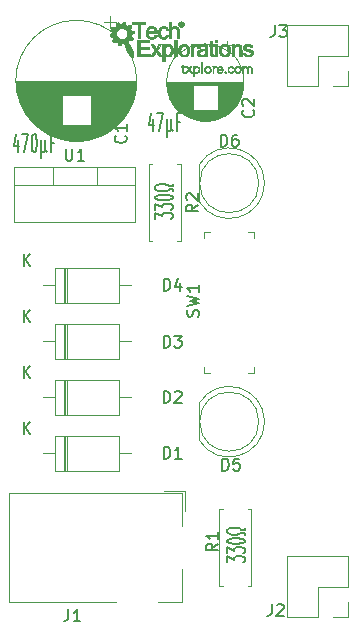
<source format=gto>
G04 #@! TF.GenerationSoftware,KiCad,Pcbnew,5.0.0-fee4fd1~66~ubuntu18.04.1*
G04 #@! TF.CreationDate,2018-08-15T18:58:20-07:00*
G04 #@! TF.ProjectId,BreadboardPowerSupply_v2,4272656164626F617264506F77657253,2*
G04 #@! TF.SameCoordinates,Original*
G04 #@! TF.FileFunction,Legend,Top*
G04 #@! TF.FilePolarity,Positive*
%FSLAX46Y46*%
G04 Gerber Fmt 4.6, Leading zero omitted, Abs format (unit mm)*
G04 Created by KiCad (PCBNEW 5.0.0-fee4fd1~66~ubuntu18.04.1) date Wed Aug 15 18:58:20 2018*
%MOMM*%
%LPD*%
G01*
G04 APERTURE LIST*
%ADD10C,0.200000*%
%ADD11C,0.120000*%
%ADD12C,0.100000*%
%ADD13C,0.010000*%
%ADD14C,0.150000*%
G04 APERTURE END LIST*
D10*
X38379571Y-118169571D02*
X38379571Y-119169571D01*
X38189095Y-117598142D02*
X37998619Y-118669571D01*
X38493857Y-118669571D01*
X38722428Y-117669571D02*
X39255761Y-117669571D01*
X38912904Y-119169571D01*
X39712904Y-117669571D02*
X39789095Y-117669571D01*
X39865285Y-117741000D01*
X39903380Y-117812428D01*
X39941476Y-117955285D01*
X39979571Y-118241000D01*
X39979571Y-118598142D01*
X39941476Y-118883857D01*
X39903380Y-119026714D01*
X39865285Y-119098142D01*
X39789095Y-119169571D01*
X39712904Y-119169571D01*
X39636714Y-119098142D01*
X39598619Y-119026714D01*
X39560523Y-118883857D01*
X39522428Y-118598142D01*
X39522428Y-118241000D01*
X39560523Y-117955285D01*
X39598619Y-117812428D01*
X39636714Y-117741000D01*
X39712904Y-117669571D01*
X40322428Y-118169571D02*
X40322428Y-119669571D01*
X40703380Y-118955285D02*
X40741476Y-119098142D01*
X40817666Y-119169571D01*
X40322428Y-118955285D02*
X40360523Y-119098142D01*
X40436714Y-119169571D01*
X40589095Y-119169571D01*
X40665285Y-119098142D01*
X40703380Y-118955285D01*
X40703380Y-118169571D01*
X41427190Y-118383857D02*
X41160523Y-118383857D01*
X41160523Y-119169571D02*
X41160523Y-117669571D01*
X41541476Y-117669571D01*
X49978571Y-124802714D02*
X49978571Y-124307476D01*
X50550000Y-124574142D01*
X50550000Y-124459857D01*
X50621428Y-124383666D01*
X50692857Y-124345571D01*
X50835714Y-124307476D01*
X51192857Y-124307476D01*
X51335714Y-124345571D01*
X51407142Y-124383666D01*
X51478571Y-124459857D01*
X51478571Y-124688428D01*
X51407142Y-124764619D01*
X51335714Y-124802714D01*
X49978571Y-124040809D02*
X49978571Y-123545571D01*
X50550000Y-123812238D01*
X50550000Y-123697952D01*
X50621428Y-123621761D01*
X50692857Y-123583666D01*
X50835714Y-123545571D01*
X51192857Y-123545571D01*
X51335714Y-123583666D01*
X51407142Y-123621761D01*
X51478571Y-123697952D01*
X51478571Y-123926523D01*
X51407142Y-124002714D01*
X51335714Y-124040809D01*
X49978571Y-123050333D02*
X49978571Y-122974142D01*
X50050000Y-122897952D01*
X50121428Y-122859857D01*
X50264285Y-122821761D01*
X50550000Y-122783666D01*
X50907142Y-122783666D01*
X51192857Y-122821761D01*
X51335714Y-122859857D01*
X51407142Y-122897952D01*
X51478571Y-122974142D01*
X51478571Y-123050333D01*
X51407142Y-123126523D01*
X51335714Y-123164619D01*
X51192857Y-123202714D01*
X50907142Y-123240809D01*
X50550000Y-123240809D01*
X50264285Y-123202714D01*
X50121428Y-123164619D01*
X50050000Y-123126523D01*
X49978571Y-123050333D01*
X51478571Y-122478904D02*
X51478571Y-122288428D01*
X51192857Y-122288428D01*
X51121428Y-122364619D01*
X50978571Y-122440809D01*
X50764285Y-122478904D01*
X50407142Y-122478904D01*
X50192857Y-122440809D01*
X50050000Y-122364619D01*
X49978571Y-122250333D01*
X49978571Y-122097952D01*
X50050000Y-121983666D01*
X50192857Y-121907476D01*
X50407142Y-121869380D01*
X50764285Y-121869380D01*
X50978571Y-121907476D01*
X51121428Y-121983666D01*
X51192857Y-122059857D01*
X51478571Y-122059857D01*
X51478571Y-121869380D01*
X49809523Y-116391571D02*
X49809523Y-117391571D01*
X49619047Y-115820142D02*
X49428571Y-116891571D01*
X49923809Y-116891571D01*
X50152380Y-115891571D02*
X50685714Y-115891571D01*
X50342857Y-117391571D01*
X50990476Y-116391571D02*
X50990476Y-117891571D01*
X51371428Y-117177285D02*
X51409523Y-117320142D01*
X51485714Y-117391571D01*
X50990476Y-117177285D02*
X51028571Y-117320142D01*
X51104761Y-117391571D01*
X51257142Y-117391571D01*
X51333333Y-117320142D01*
X51371428Y-117177285D01*
X51371428Y-116391571D01*
X52095238Y-116605857D02*
X51828571Y-116605857D01*
X51828571Y-117391571D02*
X51828571Y-115891571D01*
X52209523Y-115891571D01*
X56074571Y-153885714D02*
X56074571Y-153390476D01*
X56646000Y-153657142D01*
X56646000Y-153542857D01*
X56717428Y-153466666D01*
X56788857Y-153428571D01*
X56931714Y-153390476D01*
X57288857Y-153390476D01*
X57431714Y-153428571D01*
X57503142Y-153466666D01*
X57574571Y-153542857D01*
X57574571Y-153771428D01*
X57503142Y-153847619D01*
X57431714Y-153885714D01*
X56074571Y-153123809D02*
X56074571Y-152628571D01*
X56646000Y-152895238D01*
X56646000Y-152780952D01*
X56717428Y-152704761D01*
X56788857Y-152666666D01*
X56931714Y-152628571D01*
X57288857Y-152628571D01*
X57431714Y-152666666D01*
X57503142Y-152704761D01*
X57574571Y-152780952D01*
X57574571Y-153009523D01*
X57503142Y-153085714D01*
X57431714Y-153123809D01*
X56074571Y-152133333D02*
X56074571Y-152057142D01*
X56146000Y-151980952D01*
X56217428Y-151942857D01*
X56360285Y-151904761D01*
X56646000Y-151866666D01*
X57003142Y-151866666D01*
X57288857Y-151904761D01*
X57431714Y-151942857D01*
X57503142Y-151980952D01*
X57574571Y-152057142D01*
X57574571Y-152133333D01*
X57503142Y-152209523D01*
X57431714Y-152247619D01*
X57288857Y-152285714D01*
X57003142Y-152323809D01*
X56646000Y-152323809D01*
X56360285Y-152285714D01*
X56217428Y-152247619D01*
X56146000Y-152209523D01*
X56074571Y-152133333D01*
X57574571Y-151561904D02*
X57574571Y-151371428D01*
X57288857Y-151371428D01*
X57217428Y-151447619D01*
X57074571Y-151523809D01*
X56860285Y-151561904D01*
X56503142Y-151561904D01*
X56288857Y-151523809D01*
X56146000Y-151447619D01*
X56074571Y-151333333D01*
X56074571Y-151180952D01*
X56146000Y-151066666D01*
X56288857Y-150990476D01*
X56503142Y-150952380D01*
X56860285Y-150952380D01*
X57074571Y-150990476D01*
X57217428Y-151066666D01*
X57288857Y-151142857D01*
X57574571Y-151142857D01*
X57574571Y-150952380D01*
D11*
G04 #@! TO.C,C2*
X57499000Y-113264000D02*
G75*
G03X57499000Y-113264000I-3270000J0D01*
G01*
X57459000Y-113264000D02*
X50999000Y-113264000D01*
X57459000Y-113304000D02*
X50999000Y-113304000D01*
X57459000Y-113344000D02*
X50999000Y-113344000D01*
X57457000Y-113384000D02*
X51001000Y-113384000D01*
X57456000Y-113424000D02*
X51002000Y-113424000D01*
X57453000Y-113464000D02*
X51005000Y-113464000D01*
X57451000Y-113504000D02*
X55269000Y-113504000D01*
X53189000Y-113504000D02*
X51007000Y-113504000D01*
X57447000Y-113544000D02*
X55269000Y-113544000D01*
X53189000Y-113544000D02*
X51011000Y-113544000D01*
X57444000Y-113584000D02*
X55269000Y-113584000D01*
X53189000Y-113584000D02*
X51014000Y-113584000D01*
X57440000Y-113624000D02*
X55269000Y-113624000D01*
X53189000Y-113624000D02*
X51018000Y-113624000D01*
X57435000Y-113664000D02*
X55269000Y-113664000D01*
X53189000Y-113664000D02*
X51023000Y-113664000D01*
X57430000Y-113704000D02*
X55269000Y-113704000D01*
X53189000Y-113704000D02*
X51028000Y-113704000D01*
X57424000Y-113744000D02*
X55269000Y-113744000D01*
X53189000Y-113744000D02*
X51034000Y-113744000D01*
X57418000Y-113784000D02*
X55269000Y-113784000D01*
X53189000Y-113784000D02*
X51040000Y-113784000D01*
X57411000Y-113824000D02*
X55269000Y-113824000D01*
X53189000Y-113824000D02*
X51047000Y-113824000D01*
X57404000Y-113864000D02*
X55269000Y-113864000D01*
X53189000Y-113864000D02*
X51054000Y-113864000D01*
X57396000Y-113904000D02*
X55269000Y-113904000D01*
X53189000Y-113904000D02*
X51062000Y-113904000D01*
X57388000Y-113944000D02*
X55269000Y-113944000D01*
X53189000Y-113944000D02*
X51070000Y-113944000D01*
X57379000Y-113985000D02*
X55269000Y-113985000D01*
X53189000Y-113985000D02*
X51079000Y-113985000D01*
X57370000Y-114025000D02*
X55269000Y-114025000D01*
X53189000Y-114025000D02*
X51088000Y-114025000D01*
X57360000Y-114065000D02*
X55269000Y-114065000D01*
X53189000Y-114065000D02*
X51098000Y-114065000D01*
X57350000Y-114105000D02*
X55269000Y-114105000D01*
X53189000Y-114105000D02*
X51108000Y-114105000D01*
X57339000Y-114145000D02*
X55269000Y-114145000D01*
X53189000Y-114145000D02*
X51119000Y-114145000D01*
X57327000Y-114185000D02*
X55269000Y-114185000D01*
X53189000Y-114185000D02*
X51131000Y-114185000D01*
X57315000Y-114225000D02*
X55269000Y-114225000D01*
X53189000Y-114225000D02*
X51143000Y-114225000D01*
X57303000Y-114265000D02*
X55269000Y-114265000D01*
X53189000Y-114265000D02*
X51155000Y-114265000D01*
X57290000Y-114305000D02*
X55269000Y-114305000D01*
X53189000Y-114305000D02*
X51168000Y-114305000D01*
X57276000Y-114345000D02*
X55269000Y-114345000D01*
X53189000Y-114345000D02*
X51182000Y-114345000D01*
X57262000Y-114385000D02*
X55269000Y-114385000D01*
X53189000Y-114385000D02*
X51196000Y-114385000D01*
X57247000Y-114425000D02*
X55269000Y-114425000D01*
X53189000Y-114425000D02*
X51211000Y-114425000D01*
X57231000Y-114465000D02*
X55269000Y-114465000D01*
X53189000Y-114465000D02*
X51227000Y-114465000D01*
X57215000Y-114505000D02*
X55269000Y-114505000D01*
X53189000Y-114505000D02*
X51243000Y-114505000D01*
X57199000Y-114545000D02*
X55269000Y-114545000D01*
X53189000Y-114545000D02*
X51259000Y-114545000D01*
X57181000Y-114585000D02*
X55269000Y-114585000D01*
X53189000Y-114585000D02*
X51277000Y-114585000D01*
X57163000Y-114625000D02*
X55269000Y-114625000D01*
X53189000Y-114625000D02*
X51295000Y-114625000D01*
X57145000Y-114665000D02*
X55269000Y-114665000D01*
X53189000Y-114665000D02*
X51313000Y-114665000D01*
X57125000Y-114705000D02*
X55269000Y-114705000D01*
X53189000Y-114705000D02*
X51333000Y-114705000D01*
X57105000Y-114745000D02*
X55269000Y-114745000D01*
X53189000Y-114745000D02*
X51353000Y-114745000D01*
X57085000Y-114785000D02*
X55269000Y-114785000D01*
X53189000Y-114785000D02*
X51373000Y-114785000D01*
X57063000Y-114825000D02*
X55269000Y-114825000D01*
X53189000Y-114825000D02*
X51395000Y-114825000D01*
X57041000Y-114865000D02*
X55269000Y-114865000D01*
X53189000Y-114865000D02*
X51417000Y-114865000D01*
X57019000Y-114905000D02*
X55269000Y-114905000D01*
X53189000Y-114905000D02*
X51439000Y-114905000D01*
X56995000Y-114945000D02*
X55269000Y-114945000D01*
X53189000Y-114945000D02*
X51463000Y-114945000D01*
X56971000Y-114985000D02*
X55269000Y-114985000D01*
X53189000Y-114985000D02*
X51487000Y-114985000D01*
X56945000Y-115025000D02*
X55269000Y-115025000D01*
X53189000Y-115025000D02*
X51513000Y-115025000D01*
X56919000Y-115065000D02*
X55269000Y-115065000D01*
X53189000Y-115065000D02*
X51539000Y-115065000D01*
X56893000Y-115105000D02*
X55269000Y-115105000D01*
X53189000Y-115105000D02*
X51565000Y-115105000D01*
X56865000Y-115145000D02*
X55269000Y-115145000D01*
X53189000Y-115145000D02*
X51593000Y-115145000D01*
X56836000Y-115185000D02*
X55269000Y-115185000D01*
X53189000Y-115185000D02*
X51622000Y-115185000D01*
X56807000Y-115225000D02*
X55269000Y-115225000D01*
X53189000Y-115225000D02*
X51651000Y-115225000D01*
X56777000Y-115265000D02*
X55269000Y-115265000D01*
X53189000Y-115265000D02*
X51681000Y-115265000D01*
X56745000Y-115305000D02*
X55269000Y-115305000D01*
X53189000Y-115305000D02*
X51713000Y-115305000D01*
X56713000Y-115345000D02*
X55269000Y-115345000D01*
X53189000Y-115345000D02*
X51745000Y-115345000D01*
X56679000Y-115385000D02*
X55269000Y-115385000D01*
X53189000Y-115385000D02*
X51779000Y-115385000D01*
X56645000Y-115425000D02*
X55269000Y-115425000D01*
X53189000Y-115425000D02*
X51813000Y-115425000D01*
X56609000Y-115465000D02*
X55269000Y-115465000D01*
X53189000Y-115465000D02*
X51849000Y-115465000D01*
X56572000Y-115505000D02*
X55269000Y-115505000D01*
X53189000Y-115505000D02*
X51886000Y-115505000D01*
X56534000Y-115545000D02*
X55269000Y-115545000D01*
X53189000Y-115545000D02*
X51924000Y-115545000D01*
X56494000Y-115585000D02*
X51964000Y-115585000D01*
X56453000Y-115625000D02*
X52005000Y-115625000D01*
X56411000Y-115665000D02*
X52047000Y-115665000D01*
X56366000Y-115705000D02*
X52092000Y-115705000D01*
X56321000Y-115745000D02*
X52137000Y-115745000D01*
X56273000Y-115785000D02*
X52185000Y-115785000D01*
X56224000Y-115825000D02*
X52234000Y-115825000D01*
X56173000Y-115865000D02*
X52285000Y-115865000D01*
X56119000Y-115905000D02*
X52339000Y-115905000D01*
X56063000Y-115945000D02*
X52395000Y-115945000D01*
X56005000Y-115985000D02*
X52453000Y-115985000D01*
X55943000Y-116025000D02*
X52515000Y-116025000D01*
X55879000Y-116065000D02*
X52579000Y-116065000D01*
X55810000Y-116105000D02*
X52648000Y-116105000D01*
X55738000Y-116145000D02*
X52720000Y-116145000D01*
X55661000Y-116185000D02*
X52797000Y-116185000D01*
X55579000Y-116225000D02*
X52879000Y-116225000D01*
X55491000Y-116265000D02*
X52967000Y-116265000D01*
X55394000Y-116305000D02*
X53064000Y-116305000D01*
X55288000Y-116345000D02*
X53170000Y-116345000D01*
X55169000Y-116385000D02*
X53289000Y-116385000D01*
X55031000Y-116425000D02*
X53427000Y-116425000D01*
X54862000Y-116465000D02*
X53596000Y-116465000D01*
X54631000Y-116505000D02*
X53827000Y-116505000D01*
X56068000Y-109763759D02*
X56068000Y-110393759D01*
X56383000Y-110078759D02*
X55753000Y-110078759D01*
G04 #@! TO.C,D1*
X41476000Y-143183000D02*
X41476000Y-146123000D01*
X41476000Y-146123000D02*
X46916000Y-146123000D01*
X46916000Y-146123000D02*
X46916000Y-143183000D01*
X46916000Y-143183000D02*
X41476000Y-143183000D01*
X40456000Y-144653000D02*
X41476000Y-144653000D01*
X47936000Y-144653000D02*
X46916000Y-144653000D01*
X42376000Y-143183000D02*
X42376000Y-146123000D01*
X42496000Y-143183000D02*
X42496000Y-146123000D01*
X42256000Y-143183000D02*
X42256000Y-146123000D01*
G04 #@! TO.C,D2*
X42256000Y-138441666D02*
X42256000Y-141381666D01*
X42496000Y-138441666D02*
X42496000Y-141381666D01*
X42376000Y-138441666D02*
X42376000Y-141381666D01*
X47936000Y-139911666D02*
X46916000Y-139911666D01*
X40456000Y-139911666D02*
X41476000Y-139911666D01*
X46916000Y-138441666D02*
X41476000Y-138441666D01*
X46916000Y-141381666D02*
X46916000Y-138441666D01*
X41476000Y-141381666D02*
X46916000Y-141381666D01*
X41476000Y-138441666D02*
X41476000Y-141381666D01*
G04 #@! TO.C,D3*
X41476000Y-133700333D02*
X41476000Y-136640333D01*
X41476000Y-136640333D02*
X46916000Y-136640333D01*
X46916000Y-136640333D02*
X46916000Y-133700333D01*
X46916000Y-133700333D02*
X41476000Y-133700333D01*
X40456000Y-135170333D02*
X41476000Y-135170333D01*
X47936000Y-135170333D02*
X46916000Y-135170333D01*
X42376000Y-133700333D02*
X42376000Y-136640333D01*
X42496000Y-133700333D02*
X42496000Y-136640333D01*
X42256000Y-133700333D02*
X42256000Y-136640333D01*
G04 #@! TO.C,D4*
X42256000Y-128959000D02*
X42256000Y-131899000D01*
X42496000Y-128959000D02*
X42496000Y-131899000D01*
X42376000Y-128959000D02*
X42376000Y-131899000D01*
X47936000Y-130429000D02*
X46916000Y-130429000D01*
X40456000Y-130429000D02*
X41476000Y-130429000D01*
X46916000Y-128959000D02*
X41476000Y-128959000D01*
X46916000Y-131899000D02*
X46916000Y-128959000D01*
X41476000Y-131899000D02*
X46916000Y-131899000D01*
X41476000Y-128959000D02*
X41476000Y-131899000D01*
G04 #@! TO.C,D5*
X53701000Y-140441000D02*
X53701000Y-143531000D01*
X58761000Y-141986000D02*
G75*
G03X58761000Y-141986000I-2500000J0D01*
G01*
X59251000Y-141985538D02*
G75*
G02X53701000Y-143530830I-2990000J-462D01*
G01*
X59251000Y-141986462D02*
G75*
G03X53701000Y-140441170I-2990000J462D01*
G01*
G04 #@! TO.C,D6*
X59251000Y-121793462D02*
G75*
G03X53701000Y-120248170I-2990000J462D01*
G01*
X59251000Y-121792538D02*
G75*
G02X53701000Y-123337830I-2990000J-462D01*
G01*
X58761000Y-121793000D02*
G75*
G03X58761000Y-121793000I-2500000J0D01*
G01*
X53701000Y-120248000D02*
X53701000Y-123338000D01*
G04 #@! TO.C,J1*
X46635000Y-157254000D02*
X37635000Y-157254000D01*
X37635000Y-157254000D02*
X37635000Y-148054000D01*
X37635000Y-148054000D02*
X52235000Y-148054000D01*
X52235000Y-148054000D02*
X52235000Y-150854000D01*
X52235000Y-154454000D02*
X52235000Y-157254000D01*
X52235000Y-157254000D02*
X50235000Y-157254000D01*
X50735000Y-147814000D02*
X52475000Y-147814000D01*
X52475000Y-147814000D02*
X52475000Y-149554000D01*
G04 #@! TO.C,J2*
X66354000Y-158556000D02*
X65024000Y-158556000D01*
X66354000Y-157226000D02*
X66354000Y-158556000D01*
X63754000Y-158556000D02*
X61154000Y-158556000D01*
X63754000Y-155956000D02*
X63754000Y-158556000D01*
X66354000Y-155956000D02*
X63754000Y-155956000D01*
X61154000Y-158556000D02*
X61154000Y-153356000D01*
X66354000Y-155956000D02*
X66354000Y-153356000D01*
X66354000Y-153356000D02*
X61154000Y-153356000D01*
G04 #@! TO.C,J3*
X66354000Y-108398000D02*
X61154000Y-108398000D01*
X66354000Y-110998000D02*
X66354000Y-108398000D01*
X61154000Y-113598000D02*
X61154000Y-108398000D01*
X66354000Y-110998000D02*
X63754000Y-110998000D01*
X63754000Y-110998000D02*
X63754000Y-113598000D01*
X63754000Y-113598000D02*
X61154000Y-113598000D01*
X66354000Y-112268000D02*
X66354000Y-113598000D01*
X66354000Y-113598000D02*
X65024000Y-113598000D01*
G04 #@! TO.C,R1*
X55729000Y-155924000D02*
X55399000Y-155924000D01*
X55399000Y-155924000D02*
X55399000Y-149384000D01*
X55399000Y-149384000D02*
X55729000Y-149384000D01*
X57809000Y-155924000D02*
X58139000Y-155924000D01*
X58139000Y-155924000D02*
X58139000Y-149384000D01*
X58139000Y-149384000D02*
X57809000Y-149384000D01*
G04 #@! TO.C,R2*
X49430000Y-126714000D02*
X49760000Y-126714000D01*
X49430000Y-120174000D02*
X49430000Y-126714000D01*
X49760000Y-120174000D02*
X49430000Y-120174000D01*
X52170000Y-126714000D02*
X51840000Y-126714000D01*
X52170000Y-120174000D02*
X52170000Y-126714000D01*
X51840000Y-120174000D02*
X52170000Y-120174000D01*
D12*
G04 #@! TO.C,SW1*
X58361000Y-125939000D02*
X58361000Y-126439000D01*
X58361000Y-125939000D02*
X57861000Y-125939000D01*
X58361000Y-137839000D02*
X58361000Y-137339000D01*
X58361000Y-137839000D02*
X57861000Y-137839000D01*
X54161000Y-137839000D02*
X54161000Y-137339000D01*
X54161000Y-137839000D02*
X54661000Y-137839000D01*
X54161000Y-125939000D02*
X54661000Y-125939000D01*
X54161000Y-125939000D02*
X54161000Y-126439000D01*
D11*
G04 #@! TO.C,U1*
X38060000Y-120428000D02*
X48300000Y-120428000D01*
X38060000Y-125069000D02*
X48300000Y-125069000D01*
X38060000Y-120428000D02*
X38060000Y-125069000D01*
X48300000Y-120428000D02*
X48300000Y-125069000D01*
X38060000Y-121938000D02*
X48300000Y-121938000D01*
X41330000Y-120428000D02*
X41330000Y-121938000D01*
X45031000Y-120428000D02*
X45031000Y-121938000D01*
G04 #@! TO.C,C1*
X48427000Y-113117000D02*
G75*
G03X48427000Y-113117000I-5120000J0D01*
G01*
X48387000Y-113117000D02*
X38227000Y-113117000D01*
X48387000Y-113157000D02*
X38227000Y-113157000D01*
X48387000Y-113197000D02*
X38227000Y-113197000D01*
X48386000Y-113237000D02*
X38228000Y-113237000D01*
X48385000Y-113277000D02*
X38229000Y-113277000D01*
X48384000Y-113317000D02*
X38230000Y-113317000D01*
X48382000Y-113357000D02*
X38232000Y-113357000D01*
X48380000Y-113397000D02*
X38234000Y-113397000D01*
X48377000Y-113437000D02*
X38237000Y-113437000D01*
X48375000Y-113477000D02*
X38239000Y-113477000D01*
X48372000Y-113517000D02*
X38242000Y-113517000D01*
X48369000Y-113557000D02*
X38245000Y-113557000D01*
X48365000Y-113597000D02*
X38249000Y-113597000D01*
X48361000Y-113637000D02*
X38253000Y-113637000D01*
X48357000Y-113677000D02*
X38257000Y-113677000D01*
X48352000Y-113717000D02*
X38262000Y-113717000D01*
X48347000Y-113757000D02*
X38267000Y-113757000D01*
X48342000Y-113797000D02*
X38272000Y-113797000D01*
X48337000Y-113838000D02*
X38277000Y-113838000D01*
X48331000Y-113878000D02*
X38283000Y-113878000D01*
X48325000Y-113918000D02*
X38289000Y-113918000D01*
X48318000Y-113958000D02*
X38296000Y-113958000D01*
X48311000Y-113998000D02*
X38303000Y-113998000D01*
X48304000Y-114038000D02*
X38310000Y-114038000D01*
X48297000Y-114078000D02*
X38317000Y-114078000D01*
X48289000Y-114118000D02*
X38325000Y-114118000D01*
X48281000Y-114158000D02*
X38333000Y-114158000D01*
X48272000Y-114198000D02*
X38342000Y-114198000D01*
X48263000Y-114238000D02*
X38351000Y-114238000D01*
X48254000Y-114278000D02*
X38360000Y-114278000D01*
X48245000Y-114318000D02*
X38369000Y-114318000D01*
X48235000Y-114358000D02*
X38379000Y-114358000D01*
X48225000Y-114398000D02*
X44548000Y-114398000D01*
X42066000Y-114398000D02*
X38389000Y-114398000D01*
X48214000Y-114438000D02*
X44548000Y-114438000D01*
X42066000Y-114438000D02*
X38400000Y-114438000D01*
X48204000Y-114478000D02*
X44548000Y-114478000D01*
X42066000Y-114478000D02*
X38410000Y-114478000D01*
X48192000Y-114518000D02*
X44548000Y-114518000D01*
X42066000Y-114518000D02*
X38422000Y-114518000D01*
X48181000Y-114558000D02*
X44548000Y-114558000D01*
X42066000Y-114558000D02*
X38433000Y-114558000D01*
X48169000Y-114598000D02*
X44548000Y-114598000D01*
X42066000Y-114598000D02*
X38445000Y-114598000D01*
X48157000Y-114638000D02*
X44548000Y-114638000D01*
X42066000Y-114638000D02*
X38457000Y-114638000D01*
X48144000Y-114678000D02*
X44548000Y-114678000D01*
X42066000Y-114678000D02*
X38470000Y-114678000D01*
X48131000Y-114718000D02*
X44548000Y-114718000D01*
X42066000Y-114718000D02*
X38483000Y-114718000D01*
X48118000Y-114758000D02*
X44548000Y-114758000D01*
X42066000Y-114758000D02*
X38496000Y-114758000D01*
X48104000Y-114798000D02*
X44548000Y-114798000D01*
X42066000Y-114798000D02*
X38510000Y-114798000D01*
X48090000Y-114838000D02*
X44548000Y-114838000D01*
X42066000Y-114838000D02*
X38524000Y-114838000D01*
X48075000Y-114878000D02*
X44548000Y-114878000D01*
X42066000Y-114878000D02*
X38539000Y-114878000D01*
X48061000Y-114918000D02*
X44548000Y-114918000D01*
X42066000Y-114918000D02*
X38553000Y-114918000D01*
X48045000Y-114958000D02*
X44548000Y-114958000D01*
X42066000Y-114958000D02*
X38569000Y-114958000D01*
X48030000Y-114998000D02*
X44548000Y-114998000D01*
X42066000Y-114998000D02*
X38584000Y-114998000D01*
X48014000Y-115038000D02*
X44548000Y-115038000D01*
X42066000Y-115038000D02*
X38600000Y-115038000D01*
X47997000Y-115078000D02*
X44548000Y-115078000D01*
X42066000Y-115078000D02*
X38617000Y-115078000D01*
X47981000Y-115118000D02*
X44548000Y-115118000D01*
X42066000Y-115118000D02*
X38633000Y-115118000D01*
X47964000Y-115158000D02*
X44548000Y-115158000D01*
X42066000Y-115158000D02*
X38650000Y-115158000D01*
X47946000Y-115198000D02*
X44548000Y-115198000D01*
X42066000Y-115198000D02*
X38668000Y-115198000D01*
X47928000Y-115238000D02*
X44548000Y-115238000D01*
X42066000Y-115238000D02*
X38686000Y-115238000D01*
X47910000Y-115278000D02*
X44548000Y-115278000D01*
X42066000Y-115278000D02*
X38704000Y-115278000D01*
X47891000Y-115318000D02*
X44548000Y-115318000D01*
X42066000Y-115318000D02*
X38723000Y-115318000D01*
X47871000Y-115358000D02*
X44548000Y-115358000D01*
X42066000Y-115358000D02*
X38743000Y-115358000D01*
X47852000Y-115398000D02*
X44548000Y-115398000D01*
X42066000Y-115398000D02*
X38762000Y-115398000D01*
X47832000Y-115438000D02*
X44548000Y-115438000D01*
X42066000Y-115438000D02*
X38782000Y-115438000D01*
X47811000Y-115478000D02*
X44548000Y-115478000D01*
X42066000Y-115478000D02*
X38803000Y-115478000D01*
X47790000Y-115518000D02*
X44548000Y-115518000D01*
X42066000Y-115518000D02*
X38824000Y-115518000D01*
X47769000Y-115558000D02*
X44548000Y-115558000D01*
X42066000Y-115558000D02*
X38845000Y-115558000D01*
X47747000Y-115598000D02*
X44548000Y-115598000D01*
X42066000Y-115598000D02*
X38867000Y-115598000D01*
X47724000Y-115638000D02*
X44548000Y-115638000D01*
X42066000Y-115638000D02*
X38890000Y-115638000D01*
X47702000Y-115678000D02*
X44548000Y-115678000D01*
X42066000Y-115678000D02*
X38912000Y-115678000D01*
X47678000Y-115718000D02*
X44548000Y-115718000D01*
X42066000Y-115718000D02*
X38936000Y-115718000D01*
X47654000Y-115758000D02*
X44548000Y-115758000D01*
X42066000Y-115758000D02*
X38960000Y-115758000D01*
X47630000Y-115798000D02*
X44548000Y-115798000D01*
X42066000Y-115798000D02*
X38984000Y-115798000D01*
X47605000Y-115838000D02*
X44548000Y-115838000D01*
X42066000Y-115838000D02*
X39009000Y-115838000D01*
X47580000Y-115878000D02*
X44548000Y-115878000D01*
X42066000Y-115878000D02*
X39034000Y-115878000D01*
X47554000Y-115918000D02*
X44548000Y-115918000D01*
X42066000Y-115918000D02*
X39060000Y-115918000D01*
X47528000Y-115958000D02*
X44548000Y-115958000D01*
X42066000Y-115958000D02*
X39086000Y-115958000D01*
X47501000Y-115998000D02*
X44548000Y-115998000D01*
X42066000Y-115998000D02*
X39113000Y-115998000D01*
X47473000Y-116038000D02*
X44548000Y-116038000D01*
X42066000Y-116038000D02*
X39141000Y-116038000D01*
X47445000Y-116078000D02*
X44548000Y-116078000D01*
X42066000Y-116078000D02*
X39169000Y-116078000D01*
X47417000Y-116118000D02*
X44548000Y-116118000D01*
X42066000Y-116118000D02*
X39197000Y-116118000D01*
X47387000Y-116158000D02*
X44548000Y-116158000D01*
X42066000Y-116158000D02*
X39227000Y-116158000D01*
X47357000Y-116198000D02*
X44548000Y-116198000D01*
X42066000Y-116198000D02*
X39257000Y-116198000D01*
X47327000Y-116238000D02*
X44548000Y-116238000D01*
X42066000Y-116238000D02*
X39287000Y-116238000D01*
X47296000Y-116278000D02*
X44548000Y-116278000D01*
X42066000Y-116278000D02*
X39318000Y-116278000D01*
X47264000Y-116318000D02*
X44548000Y-116318000D01*
X42066000Y-116318000D02*
X39350000Y-116318000D01*
X47232000Y-116358000D02*
X44548000Y-116358000D01*
X42066000Y-116358000D02*
X39382000Y-116358000D01*
X47199000Y-116398000D02*
X44548000Y-116398000D01*
X42066000Y-116398000D02*
X39415000Y-116398000D01*
X47165000Y-116438000D02*
X44548000Y-116438000D01*
X42066000Y-116438000D02*
X39449000Y-116438000D01*
X47131000Y-116478000D02*
X44548000Y-116478000D01*
X42066000Y-116478000D02*
X39483000Y-116478000D01*
X47096000Y-116518000D02*
X44548000Y-116518000D01*
X42066000Y-116518000D02*
X39518000Y-116518000D01*
X47060000Y-116558000D02*
X44548000Y-116558000D01*
X42066000Y-116558000D02*
X39554000Y-116558000D01*
X47023000Y-116598000D02*
X44548000Y-116598000D01*
X42066000Y-116598000D02*
X39591000Y-116598000D01*
X46986000Y-116638000D02*
X44548000Y-116638000D01*
X42066000Y-116638000D02*
X39628000Y-116638000D01*
X46947000Y-116678000D02*
X44548000Y-116678000D01*
X42066000Y-116678000D02*
X39667000Y-116678000D01*
X46908000Y-116718000D02*
X44548000Y-116718000D01*
X42066000Y-116718000D02*
X39706000Y-116718000D01*
X46868000Y-116758000D02*
X44548000Y-116758000D01*
X42066000Y-116758000D02*
X39746000Y-116758000D01*
X46827000Y-116798000D02*
X44548000Y-116798000D01*
X42066000Y-116798000D02*
X39787000Y-116798000D01*
X46785000Y-116838000D02*
X44548000Y-116838000D01*
X42066000Y-116838000D02*
X39829000Y-116838000D01*
X46743000Y-116878000D02*
X39871000Y-116878000D01*
X46699000Y-116918000D02*
X39915000Y-116918000D01*
X46654000Y-116958000D02*
X39960000Y-116958000D01*
X46608000Y-116998000D02*
X40006000Y-116998000D01*
X46561000Y-117038000D02*
X40053000Y-117038000D01*
X46513000Y-117078000D02*
X40101000Y-117078000D01*
X46463000Y-117118000D02*
X40151000Y-117118000D01*
X46413000Y-117158000D02*
X40201000Y-117158000D01*
X46361000Y-117198000D02*
X40253000Y-117198000D01*
X46307000Y-117238000D02*
X40307000Y-117238000D01*
X46252000Y-117278000D02*
X40362000Y-117278000D01*
X46196000Y-117318000D02*
X40418000Y-117318000D01*
X46137000Y-117358000D02*
X40477000Y-117358000D01*
X46077000Y-117398000D02*
X40537000Y-117398000D01*
X46016000Y-117438000D02*
X40598000Y-117438000D01*
X45952000Y-117478000D02*
X40662000Y-117478000D01*
X45886000Y-117518000D02*
X40728000Y-117518000D01*
X45817000Y-117558000D02*
X40797000Y-117558000D01*
X45746000Y-117598000D02*
X40868000Y-117598000D01*
X45672000Y-117638000D02*
X40942000Y-117638000D01*
X45596000Y-117678000D02*
X41018000Y-117678000D01*
X45516000Y-117718000D02*
X41098000Y-117718000D01*
X45432000Y-117758000D02*
X41182000Y-117758000D01*
X45344000Y-117798000D02*
X41270000Y-117798000D01*
X45251000Y-117838000D02*
X41363000Y-117838000D01*
X45153000Y-117878000D02*
X41461000Y-117878000D01*
X45049000Y-117918000D02*
X41565000Y-117918000D01*
X44937000Y-117958000D02*
X41677000Y-117958000D01*
X44817000Y-117998000D02*
X41797000Y-117998000D01*
X44685000Y-118038000D02*
X41929000Y-118038000D01*
X44537000Y-118078000D02*
X42077000Y-118078000D01*
X44369000Y-118118000D02*
X42245000Y-118118000D01*
X44169000Y-118158000D02*
X42445000Y-118158000D01*
X43906000Y-118198000D02*
X42708000Y-118198000D01*
X46182000Y-107637354D02*
X46182000Y-108637354D01*
X46682000Y-108137354D02*
X45682000Y-108137354D01*
D13*
G04 #@! TO.C,G\002A\002A\002A*
G36*
X52159958Y-108200503D02*
X52187051Y-108201126D01*
X52207180Y-108201893D01*
X52221845Y-108202985D01*
X52232549Y-108204584D01*
X52240794Y-108206870D01*
X52248080Y-108210025D01*
X52250887Y-108211478D01*
X52266891Y-108223055D01*
X52277043Y-108238329D01*
X52282094Y-108258767D01*
X52282990Y-108274226D01*
X52280705Y-108298791D01*
X52272937Y-108317275D01*
X52259103Y-108330497D01*
X52238621Y-108339281D01*
X52236446Y-108339878D01*
X52218743Y-108344560D01*
X52286091Y-108454158D01*
X52257556Y-108452904D01*
X52229020Y-108451650D01*
X52199432Y-108399791D01*
X52169843Y-108347933D01*
X52137733Y-108347933D01*
X52137733Y-108453766D01*
X52086933Y-108453766D01*
X52086933Y-108305600D01*
X52137377Y-108305600D01*
X52169029Y-108305600D01*
X52186350Y-108305000D01*
X52201830Y-108303424D01*
X52212228Y-108301207D01*
X52212513Y-108301102D01*
X52223388Y-108295473D01*
X52228925Y-108287508D01*
X52230741Y-108274525D01*
X52230801Y-108270772D01*
X52229142Y-108258598D01*
X52223316Y-108250086D01*
X52212229Y-108244646D01*
X52194786Y-108241688D01*
X52174999Y-108240702D01*
X52139850Y-108239983D01*
X52138613Y-108272792D01*
X52137377Y-108305600D01*
X52086933Y-108305600D01*
X52086933Y-108199067D01*
X52159958Y-108200503D01*
X52159958Y-108200503D01*
G37*
X52159958Y-108200503D02*
X52187051Y-108201126D01*
X52207180Y-108201893D01*
X52221845Y-108202985D01*
X52232549Y-108204584D01*
X52240794Y-108206870D01*
X52248080Y-108210025D01*
X52250887Y-108211478D01*
X52266891Y-108223055D01*
X52277043Y-108238329D01*
X52282094Y-108258767D01*
X52282990Y-108274226D01*
X52280705Y-108298791D01*
X52272937Y-108317275D01*
X52259103Y-108330497D01*
X52238621Y-108339281D01*
X52236446Y-108339878D01*
X52218743Y-108344560D01*
X52286091Y-108454158D01*
X52257556Y-108452904D01*
X52229020Y-108451650D01*
X52199432Y-108399791D01*
X52169843Y-108347933D01*
X52137733Y-108347933D01*
X52137733Y-108453766D01*
X52086933Y-108453766D01*
X52086933Y-108305600D01*
X52137377Y-108305600D01*
X52169029Y-108305600D01*
X52186350Y-108305000D01*
X52201830Y-108303424D01*
X52212228Y-108301207D01*
X52212513Y-108301102D01*
X52223388Y-108295473D01*
X52228925Y-108287508D01*
X52230741Y-108274525D01*
X52230801Y-108270772D01*
X52229142Y-108258598D01*
X52223316Y-108250086D01*
X52212229Y-108244646D01*
X52194786Y-108241688D01*
X52174999Y-108240702D01*
X52139850Y-108239983D01*
X52138613Y-108272792D01*
X52137377Y-108305600D01*
X52086933Y-108305600D01*
X52086933Y-108199067D01*
X52159958Y-108200503D01*
G36*
X52223660Y-108104410D02*
X52265683Y-108115439D01*
X52303491Y-108133053D01*
X52336558Y-108156622D01*
X52364358Y-108185518D01*
X52386364Y-108219112D01*
X52402048Y-108256775D01*
X52410885Y-108297877D01*
X52412347Y-108341791D01*
X52408371Y-108375731D01*
X52397378Y-108413583D01*
X52379024Y-108448934D01*
X52354279Y-108480793D01*
X52324113Y-108508169D01*
X52289496Y-108530071D01*
X52251399Y-108545508D01*
X52238896Y-108548858D01*
X52213243Y-108552995D01*
X52183876Y-108554725D01*
X52154185Y-108554054D01*
X52127556Y-108550990D01*
X52116566Y-108548595D01*
X52074866Y-108533430D01*
X52037932Y-108511877D01*
X52006308Y-108484697D01*
X51980535Y-108452648D01*
X51961156Y-108416490D01*
X51948714Y-108376982D01*
X51943751Y-108334884D01*
X51943887Y-108330840D01*
X52007563Y-108330840D01*
X52009964Y-108357019D01*
X52020368Y-108395425D01*
X52037118Y-108428919D01*
X52059453Y-108456996D01*
X52086614Y-108479152D01*
X52117841Y-108494882D01*
X52152374Y-108503682D01*
X52189453Y-108505047D01*
X52224516Y-108499467D01*
X52256733Y-108487249D01*
X52284889Y-108468449D01*
X52308516Y-108444153D01*
X52327142Y-108415446D01*
X52340300Y-108383414D01*
X52347519Y-108349141D01*
X52348330Y-108313715D01*
X52342263Y-108278220D01*
X52332170Y-108250563D01*
X52315599Y-108222590D01*
X52293564Y-108197109D01*
X52268086Y-108176090D01*
X52241184Y-108161505D01*
X52240675Y-108161305D01*
X52213231Y-108153979D01*
X52182010Y-108151151D01*
X52150379Y-108152822D01*
X52121706Y-108158994D01*
X52115361Y-108161253D01*
X52084847Y-108177588D01*
X52058437Y-108200395D01*
X52036817Y-108228398D01*
X52020674Y-108260323D01*
X52010694Y-108294895D01*
X52007563Y-108330840D01*
X51943887Y-108330840D01*
X51944659Y-108307913D01*
X51952559Y-108264075D01*
X51967554Y-108224331D01*
X51989064Y-108189194D01*
X52016512Y-108159180D01*
X52049319Y-108134801D01*
X52086908Y-108116572D01*
X52128698Y-108105007D01*
X52174113Y-108100619D01*
X52177950Y-108100593D01*
X52223660Y-108104410D01*
X52223660Y-108104410D01*
G37*
X52223660Y-108104410D02*
X52265683Y-108115439D01*
X52303491Y-108133053D01*
X52336558Y-108156622D01*
X52364358Y-108185518D01*
X52386364Y-108219112D01*
X52402048Y-108256775D01*
X52410885Y-108297877D01*
X52412347Y-108341791D01*
X52408371Y-108375731D01*
X52397378Y-108413583D01*
X52379024Y-108448934D01*
X52354279Y-108480793D01*
X52324113Y-108508169D01*
X52289496Y-108530071D01*
X52251399Y-108545508D01*
X52238896Y-108548858D01*
X52213243Y-108552995D01*
X52183876Y-108554725D01*
X52154185Y-108554054D01*
X52127556Y-108550990D01*
X52116566Y-108548595D01*
X52074866Y-108533430D01*
X52037932Y-108511877D01*
X52006308Y-108484697D01*
X51980535Y-108452648D01*
X51961156Y-108416490D01*
X51948714Y-108376982D01*
X51943751Y-108334884D01*
X51943887Y-108330840D01*
X52007563Y-108330840D01*
X52009964Y-108357019D01*
X52020368Y-108395425D01*
X52037118Y-108428919D01*
X52059453Y-108456996D01*
X52086614Y-108479152D01*
X52117841Y-108494882D01*
X52152374Y-108503682D01*
X52189453Y-108505047D01*
X52224516Y-108499467D01*
X52256733Y-108487249D01*
X52284889Y-108468449D01*
X52308516Y-108444153D01*
X52327142Y-108415446D01*
X52340300Y-108383414D01*
X52347519Y-108349141D01*
X52348330Y-108313715D01*
X52342263Y-108278220D01*
X52332170Y-108250563D01*
X52315599Y-108222590D01*
X52293564Y-108197109D01*
X52268086Y-108176090D01*
X52241184Y-108161505D01*
X52240675Y-108161305D01*
X52213231Y-108153979D01*
X52182010Y-108151151D01*
X52150379Y-108152822D01*
X52121706Y-108158994D01*
X52115361Y-108161253D01*
X52084847Y-108177588D01*
X52058437Y-108200395D01*
X52036817Y-108228398D01*
X52020674Y-108260323D01*
X52010694Y-108294895D01*
X52007563Y-108330840D01*
X51943887Y-108330840D01*
X51944659Y-108307913D01*
X51952559Y-108264075D01*
X51967554Y-108224331D01*
X51989064Y-108189194D01*
X52016512Y-108159180D01*
X52049319Y-108134801D01*
X52086908Y-108116572D01*
X52128698Y-108105007D01*
X52174113Y-108100619D01*
X52177950Y-108100593D01*
X52223660Y-108104410D01*
G36*
X51358800Y-108652833D02*
X51390821Y-108621122D01*
X51436559Y-108581224D01*
X51485033Y-108549303D01*
X51536022Y-108525421D01*
X51589306Y-108509638D01*
X51644662Y-108502014D01*
X51701871Y-108502611D01*
X51760710Y-108511489D01*
X51776206Y-108515151D01*
X51817608Y-108528132D01*
X51853163Y-108545024D01*
X51885050Y-108567036D01*
X51909245Y-108589006D01*
X51936785Y-108621195D01*
X51959088Y-108657556D01*
X51976524Y-108698954D01*
X51989460Y-108746252D01*
X51997809Y-108796555D01*
X51998673Y-108808005D01*
X51999454Y-108827578D01*
X52000147Y-108854930D01*
X52000750Y-108889718D01*
X52001258Y-108931599D01*
X52001667Y-108980229D01*
X52001973Y-109035265D01*
X52002173Y-109096364D01*
X52002262Y-109163182D01*
X52002266Y-109182847D01*
X52002266Y-109533267D01*
X51824903Y-109533267D01*
X51823342Y-109172375D01*
X51823053Y-109105973D01*
X51822773Y-109047465D01*
X51822463Y-108996281D01*
X51822087Y-108951847D01*
X51821608Y-108913592D01*
X51820987Y-108880944D01*
X51820187Y-108853331D01*
X51819172Y-108830181D01*
X51817904Y-108810923D01*
X51816345Y-108794984D01*
X51814458Y-108781792D01*
X51812206Y-108770776D01*
X51809552Y-108761364D01*
X51806457Y-108752983D01*
X51802885Y-108745062D01*
X51798799Y-108737029D01*
X51794367Y-108728700D01*
X51776112Y-108701596D01*
X51753164Y-108680587D01*
X51724781Y-108665193D01*
X51690220Y-108654934D01*
X51676487Y-108652462D01*
X51631188Y-108649690D01*
X51585767Y-108655327D01*
X51540350Y-108669319D01*
X51495063Y-108691609D01*
X51450032Y-108722145D01*
X51405382Y-108760871D01*
X51389491Y-108776739D01*
X51358800Y-108808464D01*
X51358800Y-109533267D01*
X51181000Y-109533267D01*
X51181000Y-108140500D01*
X51358800Y-108140500D01*
X51358800Y-108652833D01*
X51358800Y-108652833D01*
G37*
X51358800Y-108652833D02*
X51390821Y-108621122D01*
X51436559Y-108581224D01*
X51485033Y-108549303D01*
X51536022Y-108525421D01*
X51589306Y-108509638D01*
X51644662Y-108502014D01*
X51701871Y-108502611D01*
X51760710Y-108511489D01*
X51776206Y-108515151D01*
X51817608Y-108528132D01*
X51853163Y-108545024D01*
X51885050Y-108567036D01*
X51909245Y-108589006D01*
X51936785Y-108621195D01*
X51959088Y-108657556D01*
X51976524Y-108698954D01*
X51989460Y-108746252D01*
X51997809Y-108796555D01*
X51998673Y-108808005D01*
X51999454Y-108827578D01*
X52000147Y-108854930D01*
X52000750Y-108889718D01*
X52001258Y-108931599D01*
X52001667Y-108980229D01*
X52001973Y-109035265D01*
X52002173Y-109096364D01*
X52002262Y-109163182D01*
X52002266Y-109182847D01*
X52002266Y-109533267D01*
X51824903Y-109533267D01*
X51823342Y-109172375D01*
X51823053Y-109105973D01*
X51822773Y-109047465D01*
X51822463Y-108996281D01*
X51822087Y-108951847D01*
X51821608Y-108913592D01*
X51820987Y-108880944D01*
X51820187Y-108853331D01*
X51819172Y-108830181D01*
X51817904Y-108810923D01*
X51816345Y-108794984D01*
X51814458Y-108781792D01*
X51812206Y-108770776D01*
X51809552Y-108761364D01*
X51806457Y-108752983D01*
X51802885Y-108745062D01*
X51798799Y-108737029D01*
X51794367Y-108728700D01*
X51776112Y-108701596D01*
X51753164Y-108680587D01*
X51724781Y-108665193D01*
X51690220Y-108654934D01*
X51676487Y-108652462D01*
X51631188Y-108649690D01*
X51585767Y-108655327D01*
X51540350Y-108669319D01*
X51495063Y-108691609D01*
X51450032Y-108722145D01*
X51405382Y-108760871D01*
X51389491Y-108776739D01*
X51358800Y-108808464D01*
X51358800Y-109533267D01*
X51181000Y-109533267D01*
X51181000Y-108140500D01*
X51358800Y-108140500D01*
X51358800Y-108652833D01*
G36*
X49149000Y-108305600D02*
X48687566Y-108305600D01*
X48687566Y-109533267D01*
X48501300Y-109533267D01*
X48501300Y-108305600D01*
X48044099Y-108305600D01*
X48044099Y-108140500D01*
X49149000Y-108140500D01*
X49149000Y-108305600D01*
X49149000Y-108305600D01*
G37*
X49149000Y-108305600D02*
X48687566Y-108305600D01*
X48687566Y-109533267D01*
X48501300Y-109533267D01*
X48501300Y-108305600D01*
X48044099Y-108305600D01*
X48044099Y-108140500D01*
X49149000Y-108140500D01*
X49149000Y-108305600D01*
G36*
X50745382Y-108504977D02*
X50801918Y-108514311D01*
X50854626Y-108529550D01*
X50872191Y-108536411D01*
X50919764Y-108560776D01*
X50962987Y-108591684D01*
X51000940Y-108628288D01*
X51032705Y-108669739D01*
X51050883Y-108701417D01*
X51059054Y-108720092D01*
X51067736Y-108743722D01*
X51075852Y-108768996D01*
X51082327Y-108792606D01*
X51085642Y-108808308D01*
X51088610Y-108826300D01*
X50907275Y-108826300D01*
X50900105Y-108792937D01*
X50887955Y-108755594D01*
X50868708Y-108722670D01*
X50842785Y-108694690D01*
X50810607Y-108672176D01*
X50797883Y-108665656D01*
X50772505Y-108655070D01*
X50747981Y-108648053D01*
X50721612Y-108644091D01*
X50690698Y-108642669D01*
X50677233Y-108642688D01*
X50632986Y-108645767D01*
X50593899Y-108654273D01*
X50558263Y-108668683D01*
X50534493Y-108682515D01*
X50500413Y-108709833D01*
X50470378Y-108744150D01*
X50444718Y-108784855D01*
X50423764Y-108831339D01*
X50407848Y-108882991D01*
X50397980Y-108934250D01*
X50395707Y-108957279D01*
X50394337Y-108986342D01*
X50393848Y-109019057D01*
X50394217Y-109053042D01*
X50395421Y-109085914D01*
X50397437Y-109115291D01*
X50399905Y-109136618D01*
X50411545Y-109192555D01*
X50428651Y-109243155D01*
X50450953Y-109288075D01*
X50478179Y-109326973D01*
X50510058Y-109359507D01*
X50546318Y-109385333D01*
X50586690Y-109404109D01*
X50618892Y-109413230D01*
X50641190Y-109416404D01*
X50668013Y-109417831D01*
X50696642Y-109417593D01*
X50724360Y-109415767D01*
X50748449Y-109412432D01*
X50762320Y-109409047D01*
X50801399Y-109392746D01*
X50835145Y-109370827D01*
X50862958Y-109343918D01*
X50884236Y-109312646D01*
X50898379Y-109277640D01*
X50901776Y-109263392D01*
X50906934Y-109236933D01*
X51088610Y-109236933D01*
X51085642Y-109254925D01*
X51079984Y-109280311D01*
X51071243Y-109309218D01*
X51060680Y-109337964D01*
X51049557Y-109362869D01*
X51046942Y-109367869D01*
X51018984Y-109412107D01*
X50986359Y-109450078D01*
X50948527Y-109482183D01*
X50904949Y-109508821D01*
X50855086Y-109530393D01*
X50808466Y-109544756D01*
X50790980Y-109548968D01*
X50774363Y-109552016D01*
X50756486Y-109554128D01*
X50735218Y-109555532D01*
X50708429Y-109556454D01*
X50696283Y-109556727D01*
X50670221Y-109556987D01*
X50645058Y-109556758D01*
X50622896Y-109556092D01*
X50605834Y-109555042D01*
X50598916Y-109554250D01*
X50539866Y-109541236D01*
X50483744Y-109521192D01*
X50431414Y-109494614D01*
X50383744Y-109461999D01*
X50341597Y-109423845D01*
X50312723Y-109390041D01*
X50293931Y-109362164D01*
X50275132Y-109328800D01*
X50257761Y-109292805D01*
X50243255Y-109257035D01*
X50237853Y-109241167D01*
X50222191Y-109179990D01*
X50212309Y-109114968D01*
X50208160Y-109047788D01*
X50209700Y-108980137D01*
X50216883Y-108913702D01*
X50229666Y-108850170D01*
X50248002Y-108791228D01*
X50249971Y-108786083D01*
X50276445Y-108728514D01*
X50308580Y-108677183D01*
X50346299Y-108632167D01*
X50389522Y-108593542D01*
X50438170Y-108561386D01*
X50492163Y-108535777D01*
X50514798Y-108527531D01*
X50569728Y-108512825D01*
X50627596Y-108504192D01*
X50686711Y-108501590D01*
X50745382Y-108504977D01*
X50745382Y-108504977D01*
G37*
X50745382Y-108504977D02*
X50801918Y-108514311D01*
X50854626Y-108529550D01*
X50872191Y-108536411D01*
X50919764Y-108560776D01*
X50962987Y-108591684D01*
X51000940Y-108628288D01*
X51032705Y-108669739D01*
X51050883Y-108701417D01*
X51059054Y-108720092D01*
X51067736Y-108743722D01*
X51075852Y-108768996D01*
X51082327Y-108792606D01*
X51085642Y-108808308D01*
X51088610Y-108826300D01*
X50907275Y-108826300D01*
X50900105Y-108792937D01*
X50887955Y-108755594D01*
X50868708Y-108722670D01*
X50842785Y-108694690D01*
X50810607Y-108672176D01*
X50797883Y-108665656D01*
X50772505Y-108655070D01*
X50747981Y-108648053D01*
X50721612Y-108644091D01*
X50690698Y-108642669D01*
X50677233Y-108642688D01*
X50632986Y-108645767D01*
X50593899Y-108654273D01*
X50558263Y-108668683D01*
X50534493Y-108682515D01*
X50500413Y-108709833D01*
X50470378Y-108744150D01*
X50444718Y-108784855D01*
X50423764Y-108831339D01*
X50407848Y-108882991D01*
X50397980Y-108934250D01*
X50395707Y-108957279D01*
X50394337Y-108986342D01*
X50393848Y-109019057D01*
X50394217Y-109053042D01*
X50395421Y-109085914D01*
X50397437Y-109115291D01*
X50399905Y-109136618D01*
X50411545Y-109192555D01*
X50428651Y-109243155D01*
X50450953Y-109288075D01*
X50478179Y-109326973D01*
X50510058Y-109359507D01*
X50546318Y-109385333D01*
X50586690Y-109404109D01*
X50618892Y-109413230D01*
X50641190Y-109416404D01*
X50668013Y-109417831D01*
X50696642Y-109417593D01*
X50724360Y-109415767D01*
X50748449Y-109412432D01*
X50762320Y-109409047D01*
X50801399Y-109392746D01*
X50835145Y-109370827D01*
X50862958Y-109343918D01*
X50884236Y-109312646D01*
X50898379Y-109277640D01*
X50901776Y-109263392D01*
X50906934Y-109236933D01*
X51088610Y-109236933D01*
X51085642Y-109254925D01*
X51079984Y-109280311D01*
X51071243Y-109309218D01*
X51060680Y-109337964D01*
X51049557Y-109362869D01*
X51046942Y-109367869D01*
X51018984Y-109412107D01*
X50986359Y-109450078D01*
X50948527Y-109482183D01*
X50904949Y-109508821D01*
X50855086Y-109530393D01*
X50808466Y-109544756D01*
X50790980Y-109548968D01*
X50774363Y-109552016D01*
X50756486Y-109554128D01*
X50735218Y-109555532D01*
X50708429Y-109556454D01*
X50696283Y-109556727D01*
X50670221Y-109556987D01*
X50645058Y-109556758D01*
X50622896Y-109556092D01*
X50605834Y-109555042D01*
X50598916Y-109554250D01*
X50539866Y-109541236D01*
X50483744Y-109521192D01*
X50431414Y-109494614D01*
X50383744Y-109461999D01*
X50341597Y-109423845D01*
X50312723Y-109390041D01*
X50293931Y-109362164D01*
X50275132Y-109328800D01*
X50257761Y-109292805D01*
X50243255Y-109257035D01*
X50237853Y-109241167D01*
X50222191Y-109179990D01*
X50212309Y-109114968D01*
X50208160Y-109047788D01*
X50209700Y-108980137D01*
X50216883Y-108913702D01*
X50229666Y-108850170D01*
X50248002Y-108791228D01*
X50249971Y-108786083D01*
X50276445Y-108728514D01*
X50308580Y-108677183D01*
X50346299Y-108632167D01*
X50389522Y-108593542D01*
X50438170Y-108561386D01*
X50492163Y-108535777D01*
X50514798Y-108527531D01*
X50569728Y-108512825D01*
X50627596Y-108504192D01*
X50686711Y-108501590D01*
X50745382Y-108504977D01*
G36*
X49726798Y-108505354D02*
X49776313Y-108512037D01*
X49822405Y-108523360D01*
X49859092Y-108536367D01*
X49912300Y-108562210D01*
X49960342Y-108594597D01*
X50003054Y-108633246D01*
X50040274Y-108677869D01*
X50071838Y-108728182D01*
X50097583Y-108783900D01*
X50117346Y-108844739D01*
X50130964Y-108910411D01*
X50138273Y-108980634D01*
X50139565Y-109026325D01*
X50139599Y-109071833D01*
X49376768Y-109071833D01*
X49379828Y-109098193D01*
X49389727Y-109158664D01*
X49404701Y-109212583D01*
X49424893Y-109260284D01*
X49450450Y-109302100D01*
X49481517Y-109338366D01*
X49486888Y-109343561D01*
X49510902Y-109364649D01*
X49533544Y-109380589D01*
X49558036Y-109393343D01*
X49587601Y-109404875D01*
X49587615Y-109404879D01*
X49601766Y-109409564D01*
X49614148Y-109412807D01*
X49626899Y-109414877D01*
X49642158Y-109416038D01*
X49662060Y-109416558D01*
X49682399Y-109416690D01*
X49708322Y-109416572D01*
X49727942Y-109415911D01*
X49743419Y-109414480D01*
X49756912Y-109412053D01*
X49770577Y-109408404D01*
X49775384Y-109406927D01*
X49818854Y-109390100D01*
X49856061Y-109369046D01*
X49886616Y-109344124D01*
X49910132Y-109315690D01*
X49926223Y-109284104D01*
X49932674Y-109261275D01*
X49937501Y-109236933D01*
X50121573Y-109236933D01*
X50117845Y-109257042D01*
X50104280Y-109307608D01*
X50083212Y-109354911D01*
X50055142Y-109398454D01*
X50020569Y-109437744D01*
X49979992Y-109472285D01*
X49933909Y-109501581D01*
X49882821Y-109525137D01*
X49831042Y-109541513D01*
X49782164Y-109551121D01*
X49728814Y-109556844D01*
X49674109Y-109558545D01*
X49621170Y-109556086D01*
X49589266Y-109552204D01*
X49526557Y-109538325D01*
X49467623Y-109516908D01*
X49412186Y-109487847D01*
X49400575Y-109480511D01*
X49354071Y-109445210D01*
X49313082Y-109403673D01*
X49277770Y-109356223D01*
X49248294Y-109303182D01*
X49224816Y-109244872D01*
X49207497Y-109181616D01*
X49196496Y-109113737D01*
X49192630Y-109063367D01*
X49192765Y-108990743D01*
X49198489Y-108932133D01*
X49380742Y-108932133D01*
X49949099Y-108932133D01*
X49949099Y-108922227D01*
X49947776Y-108910839D01*
X49944212Y-108893771D01*
X49939020Y-108873318D01*
X49932811Y-108851772D01*
X49926198Y-108831426D01*
X49921480Y-108818685D01*
X49900835Y-108776866D01*
X49874061Y-108738684D01*
X49850175Y-108713152D01*
X49826229Y-108692471D01*
X49803151Y-108676773D01*
X49777668Y-108664100D01*
X49751784Y-108654284D01*
X49735057Y-108648964D01*
X49720217Y-108645548D01*
X49704399Y-108643628D01*
X49684734Y-108642800D01*
X49669699Y-108642656D01*
X49633510Y-108643850D01*
X49602494Y-108648081D01*
X49573706Y-108655983D01*
X49544200Y-108668188D01*
X49538772Y-108670799D01*
X49513845Y-108686086D01*
X49488026Y-108707290D01*
X49463355Y-108732386D01*
X49441872Y-108759350D01*
X49428996Y-108779733D01*
X49416798Y-108804568D01*
X49405104Y-108833335D01*
X49394929Y-108863109D01*
X49387292Y-108890963D01*
X49383642Y-108910276D01*
X49380742Y-108932133D01*
X49198489Y-108932133D01*
X49199510Y-108921681D01*
X49212644Y-108856549D01*
X49231950Y-108795718D01*
X49257208Y-108739559D01*
X49288200Y-108688441D01*
X49324706Y-108642736D01*
X49366509Y-108602813D01*
X49413389Y-108569042D01*
X49465127Y-108541794D01*
X49510949Y-108524602D01*
X49543822Y-108515308D01*
X49574932Y-108508876D01*
X49607002Y-108504941D01*
X49642754Y-108503135D01*
X49671816Y-108502945D01*
X49726798Y-108505354D01*
X49726798Y-108505354D01*
G37*
X49726798Y-108505354D02*
X49776313Y-108512037D01*
X49822405Y-108523360D01*
X49859092Y-108536367D01*
X49912300Y-108562210D01*
X49960342Y-108594597D01*
X50003054Y-108633246D01*
X50040274Y-108677869D01*
X50071838Y-108728182D01*
X50097583Y-108783900D01*
X50117346Y-108844739D01*
X50130964Y-108910411D01*
X50138273Y-108980634D01*
X50139565Y-109026325D01*
X50139599Y-109071833D01*
X49376768Y-109071833D01*
X49379828Y-109098193D01*
X49389727Y-109158664D01*
X49404701Y-109212583D01*
X49424893Y-109260284D01*
X49450450Y-109302100D01*
X49481517Y-109338366D01*
X49486888Y-109343561D01*
X49510902Y-109364649D01*
X49533544Y-109380589D01*
X49558036Y-109393343D01*
X49587601Y-109404875D01*
X49587615Y-109404879D01*
X49601766Y-109409564D01*
X49614148Y-109412807D01*
X49626899Y-109414877D01*
X49642158Y-109416038D01*
X49662060Y-109416558D01*
X49682399Y-109416690D01*
X49708322Y-109416572D01*
X49727942Y-109415911D01*
X49743419Y-109414480D01*
X49756912Y-109412053D01*
X49770577Y-109408404D01*
X49775384Y-109406927D01*
X49818854Y-109390100D01*
X49856061Y-109369046D01*
X49886616Y-109344124D01*
X49910132Y-109315690D01*
X49926223Y-109284104D01*
X49932674Y-109261275D01*
X49937501Y-109236933D01*
X50121573Y-109236933D01*
X50117845Y-109257042D01*
X50104280Y-109307608D01*
X50083212Y-109354911D01*
X50055142Y-109398454D01*
X50020569Y-109437744D01*
X49979992Y-109472285D01*
X49933909Y-109501581D01*
X49882821Y-109525137D01*
X49831042Y-109541513D01*
X49782164Y-109551121D01*
X49728814Y-109556844D01*
X49674109Y-109558545D01*
X49621170Y-109556086D01*
X49589266Y-109552204D01*
X49526557Y-109538325D01*
X49467623Y-109516908D01*
X49412186Y-109487847D01*
X49400575Y-109480511D01*
X49354071Y-109445210D01*
X49313082Y-109403673D01*
X49277770Y-109356223D01*
X49248294Y-109303182D01*
X49224816Y-109244872D01*
X49207497Y-109181616D01*
X49196496Y-109113737D01*
X49192630Y-109063367D01*
X49192765Y-108990743D01*
X49198489Y-108932133D01*
X49380742Y-108932133D01*
X49949099Y-108932133D01*
X49949099Y-108922227D01*
X49947776Y-108910839D01*
X49944212Y-108893771D01*
X49939020Y-108873318D01*
X49932811Y-108851772D01*
X49926198Y-108831426D01*
X49921480Y-108818685D01*
X49900835Y-108776866D01*
X49874061Y-108738684D01*
X49850175Y-108713152D01*
X49826229Y-108692471D01*
X49803151Y-108676773D01*
X49777668Y-108664100D01*
X49751784Y-108654284D01*
X49735057Y-108648964D01*
X49720217Y-108645548D01*
X49704399Y-108643628D01*
X49684734Y-108642800D01*
X49669699Y-108642656D01*
X49633510Y-108643850D01*
X49602494Y-108648081D01*
X49573706Y-108655983D01*
X49544200Y-108668188D01*
X49538772Y-108670799D01*
X49513845Y-108686086D01*
X49488026Y-108707290D01*
X49463355Y-108732386D01*
X49441872Y-108759350D01*
X49428996Y-108779733D01*
X49416798Y-108804568D01*
X49405104Y-108833335D01*
X49394929Y-108863109D01*
X49387292Y-108890963D01*
X49383642Y-108910276D01*
X49380742Y-108932133D01*
X49198489Y-108932133D01*
X49199510Y-108921681D01*
X49212644Y-108856549D01*
X49231950Y-108795718D01*
X49257208Y-108739559D01*
X49288200Y-108688441D01*
X49324706Y-108642736D01*
X49366509Y-108602813D01*
X49413389Y-108569042D01*
X49465127Y-108541794D01*
X49510949Y-108524602D01*
X49543822Y-108515308D01*
X49574932Y-108508876D01*
X49607002Y-108504941D01*
X49642754Y-108503135D01*
X49671816Y-108502945D01*
X49726798Y-108505354D01*
G36*
X55266166Y-109838066D02*
X55088366Y-109838066D01*
X55088366Y-109643333D01*
X55266166Y-109643333D01*
X55266166Y-109838066D01*
X55266166Y-109838066D01*
G37*
X55266166Y-109838066D02*
X55088366Y-109838066D01*
X55088366Y-109643333D01*
X55266166Y-109643333D01*
X55266166Y-109838066D01*
G36*
X57024554Y-110010667D02*
X57077633Y-110020148D01*
X57125071Y-110035918D01*
X57166853Y-110057969D01*
X57202965Y-110086291D01*
X57233390Y-110120875D01*
X57258116Y-110161711D01*
X57275068Y-110202581D01*
X57279162Y-110214622D01*
X57282770Y-110225659D01*
X57285926Y-110236286D01*
X57288663Y-110247097D01*
X57291015Y-110258686D01*
X57293015Y-110271647D01*
X57294694Y-110286572D01*
X57296088Y-110304057D01*
X57297228Y-110324694D01*
X57298148Y-110349078D01*
X57298882Y-110377802D01*
X57299461Y-110411460D01*
X57299920Y-110450645D01*
X57300291Y-110495952D01*
X57300607Y-110547974D01*
X57300902Y-110607305D01*
X57301193Y-110670975D01*
X57302867Y-111040333D01*
X57120759Y-111040333D01*
X57119349Y-110675208D01*
X57119100Y-110609818D01*
X57118868Y-110552313D01*
X57118620Y-110502114D01*
X57118322Y-110458640D01*
X57117943Y-110421309D01*
X57117448Y-110389543D01*
X57116805Y-110362760D01*
X57115981Y-110340379D01*
X57114942Y-110321820D01*
X57113656Y-110306503D01*
X57112090Y-110293846D01*
X57110210Y-110283270D01*
X57107983Y-110274193D01*
X57105377Y-110266035D01*
X57102359Y-110258216D01*
X57098895Y-110250155D01*
X57094952Y-110241272D01*
X57094611Y-110240498D01*
X57082733Y-110220492D01*
X57065796Y-110200620D01*
X57046618Y-110183887D01*
X57034192Y-110176069D01*
X57014768Y-110168365D01*
X56990122Y-110161960D01*
X56963473Y-110157523D01*
X56938042Y-110155724D01*
X56936216Y-110155714D01*
X56893479Y-110159376D01*
X56851262Y-110170494D01*
X56809175Y-110189265D01*
X56766828Y-110215886D01*
X56723831Y-110250552D01*
X56695975Y-110276870D01*
X56654700Y-110318000D01*
X56654700Y-111040333D01*
X56476900Y-111040333D01*
X56476900Y-110032800D01*
X56654700Y-110032800D01*
X56654700Y-110156488D01*
X56690474Y-110122625D01*
X56733267Y-110085573D01*
X56775555Y-110056325D01*
X56818520Y-110034386D01*
X56863343Y-110019263D01*
X56911205Y-110010463D01*
X56963288Y-110007490D01*
X56965850Y-110007485D01*
X57024554Y-110010667D01*
X57024554Y-110010667D01*
G37*
X57024554Y-110010667D02*
X57077633Y-110020148D01*
X57125071Y-110035918D01*
X57166853Y-110057969D01*
X57202965Y-110086291D01*
X57233390Y-110120875D01*
X57258116Y-110161711D01*
X57275068Y-110202581D01*
X57279162Y-110214622D01*
X57282770Y-110225659D01*
X57285926Y-110236286D01*
X57288663Y-110247097D01*
X57291015Y-110258686D01*
X57293015Y-110271647D01*
X57294694Y-110286572D01*
X57296088Y-110304057D01*
X57297228Y-110324694D01*
X57298148Y-110349078D01*
X57298882Y-110377802D01*
X57299461Y-110411460D01*
X57299920Y-110450645D01*
X57300291Y-110495952D01*
X57300607Y-110547974D01*
X57300902Y-110607305D01*
X57301193Y-110670975D01*
X57302867Y-111040333D01*
X57120759Y-111040333D01*
X57119349Y-110675208D01*
X57119100Y-110609818D01*
X57118868Y-110552313D01*
X57118620Y-110502114D01*
X57118322Y-110458640D01*
X57117943Y-110421309D01*
X57117448Y-110389543D01*
X57116805Y-110362760D01*
X57115981Y-110340379D01*
X57114942Y-110321820D01*
X57113656Y-110306503D01*
X57112090Y-110293846D01*
X57110210Y-110283270D01*
X57107983Y-110274193D01*
X57105377Y-110266035D01*
X57102359Y-110258216D01*
X57098895Y-110250155D01*
X57094952Y-110241272D01*
X57094611Y-110240498D01*
X57082733Y-110220492D01*
X57065796Y-110200620D01*
X57046618Y-110183887D01*
X57034192Y-110176069D01*
X57014768Y-110168365D01*
X56990122Y-110161960D01*
X56963473Y-110157523D01*
X56938042Y-110155724D01*
X56936216Y-110155714D01*
X56893479Y-110159376D01*
X56851262Y-110170494D01*
X56809175Y-110189265D01*
X56766828Y-110215886D01*
X56723831Y-110250552D01*
X56695975Y-110276870D01*
X56654700Y-110318000D01*
X56654700Y-111040333D01*
X56476900Y-111040333D01*
X56476900Y-110032800D01*
X56654700Y-110032800D01*
X56654700Y-110156488D01*
X56690474Y-110122625D01*
X56733267Y-110085573D01*
X56775555Y-110056325D01*
X56818520Y-110034386D01*
X56863343Y-110019263D01*
X56911205Y-110010463D01*
X56963288Y-110007490D01*
X56965850Y-110007485D01*
X57024554Y-110010667D01*
G36*
X55266166Y-111040333D02*
X55088366Y-111040333D01*
X55088366Y-110032800D01*
X55266166Y-110032800D01*
X55266166Y-111040333D01*
X55266166Y-111040333D01*
G37*
X55266166Y-111040333D02*
X55088366Y-111040333D01*
X55088366Y-110032800D01*
X55266166Y-110032800D01*
X55266166Y-111040333D01*
G36*
X53493148Y-110007869D02*
X53511042Y-110009317D01*
X53538966Y-110012307D01*
X53538966Y-110103440D01*
X53538913Y-110133554D01*
X53538703Y-110156196D01*
X53538260Y-110172360D01*
X53537508Y-110183041D01*
X53536371Y-110189233D01*
X53534773Y-110191929D01*
X53532637Y-110192126D01*
X53532196Y-110191975D01*
X53521361Y-110189325D01*
X53504405Y-110186862D01*
X53483674Y-110184766D01*
X53461513Y-110183219D01*
X53440267Y-110182400D01*
X53422284Y-110182491D01*
X53414999Y-110182957D01*
X53368882Y-110191440D01*
X53325714Y-110207713D01*
X53285333Y-110231869D01*
X53247579Y-110263999D01*
X53220326Y-110294073D01*
X53196066Y-110323726D01*
X53196066Y-111040333D01*
X53014033Y-111040333D01*
X53014033Y-110032800D01*
X53195851Y-110032800D01*
X53198183Y-110164550D01*
X53213800Y-110144060D01*
X53244786Y-110108018D01*
X53279473Y-110075772D01*
X53316213Y-110048629D01*
X53353357Y-110027899D01*
X53368105Y-110021639D01*
X53393301Y-110014486D01*
X53424203Y-110009663D01*
X53458316Y-110007385D01*
X53493148Y-110007869D01*
X53493148Y-110007869D01*
G37*
X53493148Y-110007869D02*
X53511042Y-110009317D01*
X53538966Y-110012307D01*
X53538966Y-110103440D01*
X53538913Y-110133554D01*
X53538703Y-110156196D01*
X53538260Y-110172360D01*
X53537508Y-110183041D01*
X53536371Y-110189233D01*
X53534773Y-110191929D01*
X53532637Y-110192126D01*
X53532196Y-110191975D01*
X53521361Y-110189325D01*
X53504405Y-110186862D01*
X53483674Y-110184766D01*
X53461513Y-110183219D01*
X53440267Y-110182400D01*
X53422284Y-110182491D01*
X53414999Y-110182957D01*
X53368882Y-110191440D01*
X53325714Y-110207713D01*
X53285333Y-110231869D01*
X53247579Y-110263999D01*
X53220326Y-110294073D01*
X53196066Y-110323726D01*
X53196066Y-111040333D01*
X53014033Y-111040333D01*
X53014033Y-110032800D01*
X53195851Y-110032800D01*
X53198183Y-110164550D01*
X53213800Y-110144060D01*
X53244786Y-110108018D01*
X53279473Y-110075772D01*
X53316213Y-110048629D01*
X53353357Y-110027899D01*
X53368105Y-110021639D01*
X53393301Y-110014486D01*
X53424203Y-110009663D01*
X53458316Y-110007385D01*
X53493148Y-110007869D01*
G36*
X51803300Y-111040333D02*
X51625500Y-111040333D01*
X51625500Y-109643333D01*
X51803300Y-109643333D01*
X51803300Y-111040333D01*
X51803300Y-111040333D01*
G37*
X51803300Y-111040333D02*
X51625500Y-111040333D01*
X51625500Y-109643333D01*
X51803300Y-109643333D01*
X51803300Y-111040333D01*
G36*
X50364574Y-110033567D02*
X50390054Y-110033785D01*
X50498553Y-110034916D01*
X50329897Y-110271983D01*
X50301564Y-110311883D01*
X50274718Y-110349836D01*
X50249758Y-110385267D01*
X50227082Y-110417604D01*
X50207091Y-110446273D01*
X50190182Y-110470700D01*
X50176755Y-110490313D01*
X50167210Y-110504538D01*
X50161944Y-110512802D01*
X50161003Y-110514675D01*
X50163358Y-110518971D01*
X50170243Y-110529599D01*
X50181270Y-110545998D01*
X50196051Y-110567609D01*
X50214197Y-110593872D01*
X50235322Y-110624228D01*
X50259036Y-110658115D01*
X50284951Y-110694975D01*
X50312679Y-110734247D01*
X50337078Y-110768675D01*
X50366245Y-110809766D01*
X50394129Y-110849055D01*
X50420318Y-110885961D01*
X50444403Y-110919906D01*
X50465971Y-110950310D01*
X50484613Y-110976594D01*
X50499916Y-110998179D01*
X50511471Y-111014484D01*
X50518866Y-111024932D01*
X50521516Y-111028692D01*
X50529643Y-111040333D01*
X50305958Y-111040333D01*
X50182009Y-110845431D01*
X50158682Y-110808870D01*
X50136662Y-110774587D01*
X50116373Y-110743226D01*
X50098239Y-110715432D01*
X50082683Y-110691848D01*
X50070129Y-110673118D01*
X50061000Y-110659887D01*
X50055722Y-110652799D01*
X50054592Y-110651756D01*
X50051733Y-110655465D01*
X50044785Y-110665676D01*
X50034175Y-110681731D01*
X50020329Y-110702969D01*
X50003675Y-110728733D01*
X49984640Y-110758362D01*
X49963650Y-110791197D01*
X49941132Y-110826580D01*
X49929066Y-110845600D01*
X49807009Y-111038217D01*
X49695487Y-111039346D01*
X49583966Y-111040476D01*
X49591596Y-111028763D01*
X49595263Y-111023432D01*
X49603419Y-111011777D01*
X49615654Y-110994378D01*
X49631557Y-110971816D01*
X49650718Y-110944671D01*
X49672728Y-110913525D01*
X49697175Y-110878958D01*
X49723650Y-110841550D01*
X49751743Y-110801884D01*
X49774762Y-110769400D01*
X49803643Y-110728594D01*
X49831056Y-110689746D01*
X49856610Y-110653417D01*
X49879915Y-110620166D01*
X49900582Y-110590552D01*
X49918221Y-110565137D01*
X49932441Y-110544480D01*
X49942853Y-110529140D01*
X49949068Y-110519678D01*
X49950757Y-110516695D01*
X49948445Y-110512474D01*
X49941614Y-110501933D01*
X49930664Y-110485647D01*
X49915990Y-110464188D01*
X49897991Y-110438132D01*
X49877063Y-110408053D01*
X49853605Y-110374523D01*
X49828013Y-110338118D01*
X49800686Y-110299411D01*
X49783999Y-110275853D01*
X49755812Y-110236082D01*
X49729075Y-110198312D01*
X49704192Y-110163114D01*
X49681564Y-110131059D01*
X49661594Y-110102718D01*
X49644683Y-110078661D01*
X49631233Y-110059460D01*
X49621646Y-110045684D01*
X49616324Y-110037905D01*
X49615348Y-110036361D01*
X49619001Y-110035391D01*
X49630095Y-110034607D01*
X49647606Y-110034034D01*
X49670510Y-110033696D01*
X49697784Y-110033618D01*
X49725052Y-110033787D01*
X49836192Y-110034916D01*
X49944504Y-110207299D01*
X49966168Y-110241713D01*
X49986474Y-110273842D01*
X50004978Y-110302994D01*
X50021236Y-110328474D01*
X50034803Y-110349588D01*
X50045235Y-110365642D01*
X50052088Y-110375943D01*
X50054917Y-110379797D01*
X50054946Y-110379808D01*
X50057551Y-110376359D01*
X50064197Y-110366422D01*
X50074439Y-110350692D01*
X50087833Y-110329862D01*
X50103934Y-110304627D01*
X50122299Y-110275680D01*
X50142483Y-110243716D01*
X50164041Y-110209428D01*
X50164960Y-110207965D01*
X50186642Y-110173509D01*
X50207047Y-110141289D01*
X50225721Y-110112007D01*
X50242207Y-110086369D01*
X50256050Y-110065079D01*
X50266795Y-110048841D01*
X50273987Y-110038359D01*
X50277171Y-110034338D01*
X50277199Y-110034324D01*
X50282463Y-110033914D01*
X50295012Y-110033627D01*
X50313667Y-110033470D01*
X50337248Y-110033448D01*
X50364574Y-110033567D01*
X50364574Y-110033567D01*
G37*
X50364574Y-110033567D02*
X50390054Y-110033785D01*
X50498553Y-110034916D01*
X50329897Y-110271983D01*
X50301564Y-110311883D01*
X50274718Y-110349836D01*
X50249758Y-110385267D01*
X50227082Y-110417604D01*
X50207091Y-110446273D01*
X50190182Y-110470700D01*
X50176755Y-110490313D01*
X50167210Y-110504538D01*
X50161944Y-110512802D01*
X50161003Y-110514675D01*
X50163358Y-110518971D01*
X50170243Y-110529599D01*
X50181270Y-110545998D01*
X50196051Y-110567609D01*
X50214197Y-110593872D01*
X50235322Y-110624228D01*
X50259036Y-110658115D01*
X50284951Y-110694975D01*
X50312679Y-110734247D01*
X50337078Y-110768675D01*
X50366245Y-110809766D01*
X50394129Y-110849055D01*
X50420318Y-110885961D01*
X50444403Y-110919906D01*
X50465971Y-110950310D01*
X50484613Y-110976594D01*
X50499916Y-110998179D01*
X50511471Y-111014484D01*
X50518866Y-111024932D01*
X50521516Y-111028692D01*
X50529643Y-111040333D01*
X50305958Y-111040333D01*
X50182009Y-110845431D01*
X50158682Y-110808870D01*
X50136662Y-110774587D01*
X50116373Y-110743226D01*
X50098239Y-110715432D01*
X50082683Y-110691848D01*
X50070129Y-110673118D01*
X50061000Y-110659887D01*
X50055722Y-110652799D01*
X50054592Y-110651756D01*
X50051733Y-110655465D01*
X50044785Y-110665676D01*
X50034175Y-110681731D01*
X50020329Y-110702969D01*
X50003675Y-110728733D01*
X49984640Y-110758362D01*
X49963650Y-110791197D01*
X49941132Y-110826580D01*
X49929066Y-110845600D01*
X49807009Y-111038217D01*
X49695487Y-111039346D01*
X49583966Y-111040476D01*
X49591596Y-111028763D01*
X49595263Y-111023432D01*
X49603419Y-111011777D01*
X49615654Y-110994378D01*
X49631557Y-110971816D01*
X49650718Y-110944671D01*
X49672728Y-110913525D01*
X49697175Y-110878958D01*
X49723650Y-110841550D01*
X49751743Y-110801884D01*
X49774762Y-110769400D01*
X49803643Y-110728594D01*
X49831056Y-110689746D01*
X49856610Y-110653417D01*
X49879915Y-110620166D01*
X49900582Y-110590552D01*
X49918221Y-110565137D01*
X49932441Y-110544480D01*
X49942853Y-110529140D01*
X49949068Y-110519678D01*
X49950757Y-110516695D01*
X49948445Y-110512474D01*
X49941614Y-110501933D01*
X49930664Y-110485647D01*
X49915990Y-110464188D01*
X49897991Y-110438132D01*
X49877063Y-110408053D01*
X49853605Y-110374523D01*
X49828013Y-110338118D01*
X49800686Y-110299411D01*
X49783999Y-110275853D01*
X49755812Y-110236082D01*
X49729075Y-110198312D01*
X49704192Y-110163114D01*
X49681564Y-110131059D01*
X49661594Y-110102718D01*
X49644683Y-110078661D01*
X49631233Y-110059460D01*
X49621646Y-110045684D01*
X49616324Y-110037905D01*
X49615348Y-110036361D01*
X49619001Y-110035391D01*
X49630095Y-110034607D01*
X49647606Y-110034034D01*
X49670510Y-110033696D01*
X49697784Y-110033618D01*
X49725052Y-110033787D01*
X49836192Y-110034916D01*
X49944504Y-110207299D01*
X49966168Y-110241713D01*
X49986474Y-110273842D01*
X50004978Y-110302994D01*
X50021236Y-110328474D01*
X50034803Y-110349588D01*
X50045235Y-110365642D01*
X50052088Y-110375943D01*
X50054917Y-110379797D01*
X50054946Y-110379808D01*
X50057551Y-110376359D01*
X50064197Y-110366422D01*
X50074439Y-110350692D01*
X50087833Y-110329862D01*
X50103934Y-110304627D01*
X50122299Y-110275680D01*
X50142483Y-110243716D01*
X50164041Y-110209428D01*
X50164960Y-110207965D01*
X50186642Y-110173509D01*
X50207047Y-110141289D01*
X50225721Y-110112007D01*
X50242207Y-110086369D01*
X50256050Y-110065079D01*
X50266795Y-110048841D01*
X50273987Y-110038359D01*
X50277171Y-110034338D01*
X50277199Y-110034324D01*
X50282463Y-110033914D01*
X50295012Y-110033627D01*
X50313667Y-110033470D01*
X50337248Y-110033448D01*
X50364574Y-110033567D01*
G36*
X49500366Y-109812666D02*
X48674866Y-109812666D01*
X48674866Y-110236000D01*
X49449566Y-110236000D01*
X49449566Y-110401100D01*
X48674866Y-110401100D01*
X48674866Y-110875233D01*
X49534233Y-110875233D01*
X49534233Y-111040333D01*
X48488574Y-111040333D01*
X48489645Y-110342892D01*
X48490716Y-109645450D01*
X48995541Y-109644374D01*
X49500366Y-109643299D01*
X49500366Y-109812666D01*
X49500366Y-109812666D01*
G37*
X49500366Y-109812666D02*
X48674866Y-109812666D01*
X48674866Y-110236000D01*
X49449566Y-110236000D01*
X49449566Y-110401100D01*
X48674866Y-110401100D01*
X48674866Y-110875233D01*
X49534233Y-110875233D01*
X49534233Y-111040333D01*
X48488574Y-111040333D01*
X48489645Y-110342892D01*
X48490716Y-109645450D01*
X48995541Y-109644374D01*
X49500366Y-109643299D01*
X49500366Y-109812666D01*
G36*
X54817433Y-110032800D02*
X54982533Y-110032800D01*
X54982533Y-110172500D01*
X54817091Y-110172500D01*
X54818419Y-110501642D01*
X54818673Y-110564771D01*
X54818924Y-110620011D01*
X54819213Y-110667940D01*
X54819585Y-110709134D01*
X54820082Y-110744172D01*
X54820747Y-110773630D01*
X54821624Y-110798086D01*
X54822756Y-110818118D01*
X54824186Y-110834303D01*
X54825957Y-110847219D01*
X54828113Y-110857442D01*
X54830697Y-110865551D01*
X54833751Y-110872122D01*
X54837320Y-110877734D01*
X54841445Y-110882964D01*
X54846172Y-110888388D01*
X54847459Y-110889851D01*
X54856979Y-110899243D01*
X54867460Y-110905913D01*
X54880407Y-110910198D01*
X54897322Y-110912434D01*
X54919708Y-110912955D01*
X54947372Y-110912171D01*
X55003700Y-110909809D01*
X55003700Y-111043662D01*
X54977241Y-111048454D01*
X54957685Y-111051092D01*
X54932671Y-111053158D01*
X54904633Y-111054583D01*
X54876006Y-111055295D01*
X54849223Y-111055226D01*
X54826718Y-111054305D01*
X54814842Y-111053120D01*
X54773148Y-111044613D01*
X54738303Y-111031731D01*
X54709693Y-111014095D01*
X54686703Y-110991327D01*
X54668810Y-110963230D01*
X54663334Y-110951678D01*
X54658486Y-110939636D01*
X54654227Y-110926546D01*
X54650521Y-110911846D01*
X54647330Y-110894977D01*
X54644617Y-110875379D01*
X54642343Y-110852492D01*
X54640472Y-110825755D01*
X54638966Y-110794608D01*
X54637788Y-110758492D01*
X54636899Y-110716846D01*
X54636263Y-110669111D01*
X54635842Y-110614726D01*
X54635599Y-110553131D01*
X54635495Y-110483766D01*
X54635487Y-110465658D01*
X54635400Y-110172500D01*
X54512633Y-110172500D01*
X54512633Y-110032800D01*
X54635400Y-110032800D01*
X54635400Y-109778800D01*
X54817433Y-109778800D01*
X54817433Y-110032800D01*
X54817433Y-110032800D01*
G37*
X54817433Y-110032800D02*
X54982533Y-110032800D01*
X54982533Y-110172500D01*
X54817091Y-110172500D01*
X54818419Y-110501642D01*
X54818673Y-110564771D01*
X54818924Y-110620011D01*
X54819213Y-110667940D01*
X54819585Y-110709134D01*
X54820082Y-110744172D01*
X54820747Y-110773630D01*
X54821624Y-110798086D01*
X54822756Y-110818118D01*
X54824186Y-110834303D01*
X54825957Y-110847219D01*
X54828113Y-110857442D01*
X54830697Y-110865551D01*
X54833751Y-110872122D01*
X54837320Y-110877734D01*
X54841445Y-110882964D01*
X54846172Y-110888388D01*
X54847459Y-110889851D01*
X54856979Y-110899243D01*
X54867460Y-110905913D01*
X54880407Y-110910198D01*
X54897322Y-110912434D01*
X54919708Y-110912955D01*
X54947372Y-110912171D01*
X55003700Y-110909809D01*
X55003700Y-111043662D01*
X54977241Y-111048454D01*
X54957685Y-111051092D01*
X54932671Y-111053158D01*
X54904633Y-111054583D01*
X54876006Y-111055295D01*
X54849223Y-111055226D01*
X54826718Y-111054305D01*
X54814842Y-111053120D01*
X54773148Y-111044613D01*
X54738303Y-111031731D01*
X54709693Y-111014095D01*
X54686703Y-110991327D01*
X54668810Y-110963230D01*
X54663334Y-110951678D01*
X54658486Y-110939636D01*
X54654227Y-110926546D01*
X54650521Y-110911846D01*
X54647330Y-110894977D01*
X54644617Y-110875379D01*
X54642343Y-110852492D01*
X54640472Y-110825755D01*
X54638966Y-110794608D01*
X54637788Y-110758492D01*
X54636899Y-110716846D01*
X54636263Y-110669111D01*
X54635842Y-110614726D01*
X54635599Y-110553131D01*
X54635495Y-110483766D01*
X54635487Y-110465658D01*
X54635400Y-110172500D01*
X54512633Y-110172500D01*
X54512633Y-110032800D01*
X54635400Y-110032800D01*
X54635400Y-109778800D01*
X54817433Y-109778800D01*
X54817433Y-110032800D01*
G36*
X57876902Y-110008101D02*
X57907397Y-110009575D01*
X57927965Y-110011545D01*
X57988169Y-110021834D01*
X58041352Y-110036758D01*
X58087628Y-110056399D01*
X58127116Y-110080842D01*
X58159932Y-110110170D01*
X58186193Y-110144467D01*
X58206017Y-110183815D01*
X58217088Y-110218078D01*
X58221182Y-110236857D01*
X58224116Y-110255599D01*
X58225266Y-110270308D01*
X58225266Y-110291033D01*
X58048617Y-110291033D01*
X58046009Y-110272009D01*
X58038201Y-110244101D01*
X58023389Y-110217520D01*
X58003014Y-110194219D01*
X57978517Y-110176148D01*
X57973129Y-110173273D01*
X57951647Y-110163919D01*
X57929098Y-110157196D01*
X57903645Y-110152784D01*
X57873453Y-110150361D01*
X57837916Y-110149606D01*
X57803149Y-110150171D01*
X57774698Y-110152264D01*
X57750490Y-110156280D01*
X57728451Y-110162615D01*
X57706506Y-110171665D01*
X57696369Y-110176597D01*
X57676745Y-110188902D01*
X57658144Y-110204800D01*
X57642489Y-110222287D01*
X57631702Y-110239360D01*
X57628743Y-110247082D01*
X57626096Y-110261080D01*
X57624437Y-110278424D01*
X57624156Y-110287583D01*
X57624901Y-110304180D01*
X57627552Y-110318912D01*
X57632687Y-110332098D01*
X57640883Y-110344056D01*
X57652717Y-110355106D01*
X57668764Y-110365566D01*
X57689601Y-110375755D01*
X57715806Y-110385993D01*
X57747955Y-110396597D01*
X57786624Y-110407887D01*
X57832390Y-110420182D01*
X57885830Y-110433801D01*
X57890833Y-110435052D01*
X57954590Y-110451734D01*
X58010459Y-110468097D01*
X58058994Y-110484470D01*
X58100750Y-110501187D01*
X58136280Y-110518577D01*
X58166139Y-110536972D01*
X58190880Y-110556702D01*
X58211057Y-110578100D01*
X58227225Y-110601495D01*
X58239937Y-110627220D01*
X58247536Y-110648242D01*
X58251317Y-110661386D01*
X58253944Y-110674015D01*
X58255606Y-110688106D01*
X58256496Y-110705633D01*
X58256804Y-110728574D01*
X58256795Y-110744000D01*
X58256628Y-110769342D01*
X58256150Y-110788179D01*
X58255098Y-110802476D01*
X58253211Y-110814194D01*
X58250227Y-110825295D01*
X58245885Y-110837744D01*
X58243417Y-110844309D01*
X58221447Y-110890796D01*
X58192833Y-110932143D01*
X58157755Y-110968220D01*
X58116395Y-110998898D01*
X58068933Y-111024047D01*
X58015551Y-111043537D01*
X57956427Y-111057240D01*
X57943204Y-111059385D01*
X57920901Y-111061861D01*
X57892865Y-111063666D01*
X57861809Y-111064740D01*
X57830446Y-111065028D01*
X57801486Y-111064472D01*
X57777644Y-111063015D01*
X57776533Y-111062907D01*
X57711386Y-111053588D01*
X57652986Y-111039201D01*
X57601253Y-111019686D01*
X57556107Y-110994981D01*
X57517466Y-110965025D01*
X57485249Y-110929756D01*
X57459377Y-110889114D01*
X57439768Y-110843036D01*
X57427618Y-110797889D01*
X57424353Y-110780428D01*
X57421972Y-110764547D01*
X57420943Y-110753416D01*
X57420933Y-110752645D01*
X57420933Y-110739767D01*
X57601807Y-110739767D01*
X57603978Y-110766814D01*
X57610850Y-110801179D01*
X57625246Y-110833031D01*
X57646295Y-110860928D01*
X57673127Y-110883424D01*
X57674933Y-110884590D01*
X57701290Y-110897921D01*
X57734033Y-110908919D01*
X57771275Y-110917060D01*
X57807343Y-110921529D01*
X57860154Y-110923242D01*
X57908211Y-110919663D01*
X57951146Y-110910989D01*
X57988590Y-110897420D01*
X58020177Y-110879155D01*
X58045539Y-110856391D01*
X58064308Y-110829327D01*
X58076116Y-110798164D01*
X58080038Y-110774095D01*
X58079781Y-110742308D01*
X58073474Y-110715164D01*
X58061332Y-110693374D01*
X58052899Y-110684495D01*
X58042951Y-110676617D01*
X58031161Y-110669089D01*
X58016802Y-110661656D01*
X57999147Y-110654063D01*
X57977470Y-110646056D01*
X57951044Y-110637380D01*
X57919141Y-110627780D01*
X57881035Y-110617001D01*
X57836000Y-110604789D01*
X57793466Y-110593546D01*
X57744305Y-110580454D01*
X57702479Y-110568813D01*
X57667046Y-110558292D01*
X57637064Y-110548562D01*
X57611590Y-110539290D01*
X57589683Y-110530146D01*
X57570400Y-110520801D01*
X57552799Y-110510922D01*
X57545798Y-110506608D01*
X57511788Y-110480821D01*
X57485062Y-110450864D01*
X57465307Y-110416301D01*
X57452235Y-110376796D01*
X57448484Y-110353391D01*
X57446661Y-110325361D01*
X57446669Y-110295117D01*
X57448411Y-110265069D01*
X57451791Y-110237629D01*
X57456713Y-110215208D01*
X57458975Y-110208483D01*
X57480066Y-110165277D01*
X57508164Y-110126604D01*
X57542987Y-110092691D01*
X57584253Y-110063766D01*
X57631678Y-110040055D01*
X57684979Y-110021787D01*
X57693983Y-110019398D01*
X57714728Y-110015443D01*
X57741966Y-110012230D01*
X57773749Y-110009824D01*
X57808131Y-110008290D01*
X57843164Y-110007694D01*
X57876902Y-110008101D01*
X57876902Y-110008101D01*
G37*
X57876902Y-110008101D02*
X57907397Y-110009575D01*
X57927965Y-110011545D01*
X57988169Y-110021834D01*
X58041352Y-110036758D01*
X58087628Y-110056399D01*
X58127116Y-110080842D01*
X58159932Y-110110170D01*
X58186193Y-110144467D01*
X58206017Y-110183815D01*
X58217088Y-110218078D01*
X58221182Y-110236857D01*
X58224116Y-110255599D01*
X58225266Y-110270308D01*
X58225266Y-110291033D01*
X58048617Y-110291033D01*
X58046009Y-110272009D01*
X58038201Y-110244101D01*
X58023389Y-110217520D01*
X58003014Y-110194219D01*
X57978517Y-110176148D01*
X57973129Y-110173273D01*
X57951647Y-110163919D01*
X57929098Y-110157196D01*
X57903645Y-110152784D01*
X57873453Y-110150361D01*
X57837916Y-110149606D01*
X57803149Y-110150171D01*
X57774698Y-110152264D01*
X57750490Y-110156280D01*
X57728451Y-110162615D01*
X57706506Y-110171665D01*
X57696369Y-110176597D01*
X57676745Y-110188902D01*
X57658144Y-110204800D01*
X57642489Y-110222287D01*
X57631702Y-110239360D01*
X57628743Y-110247082D01*
X57626096Y-110261080D01*
X57624437Y-110278424D01*
X57624156Y-110287583D01*
X57624901Y-110304180D01*
X57627552Y-110318912D01*
X57632687Y-110332098D01*
X57640883Y-110344056D01*
X57652717Y-110355106D01*
X57668764Y-110365566D01*
X57689601Y-110375755D01*
X57715806Y-110385993D01*
X57747955Y-110396597D01*
X57786624Y-110407887D01*
X57832390Y-110420182D01*
X57885830Y-110433801D01*
X57890833Y-110435052D01*
X57954590Y-110451734D01*
X58010459Y-110468097D01*
X58058994Y-110484470D01*
X58100750Y-110501187D01*
X58136280Y-110518577D01*
X58166139Y-110536972D01*
X58190880Y-110556702D01*
X58211057Y-110578100D01*
X58227225Y-110601495D01*
X58239937Y-110627220D01*
X58247536Y-110648242D01*
X58251317Y-110661386D01*
X58253944Y-110674015D01*
X58255606Y-110688106D01*
X58256496Y-110705633D01*
X58256804Y-110728574D01*
X58256795Y-110744000D01*
X58256628Y-110769342D01*
X58256150Y-110788179D01*
X58255098Y-110802476D01*
X58253211Y-110814194D01*
X58250227Y-110825295D01*
X58245885Y-110837744D01*
X58243417Y-110844309D01*
X58221447Y-110890796D01*
X58192833Y-110932143D01*
X58157755Y-110968220D01*
X58116395Y-110998898D01*
X58068933Y-111024047D01*
X58015551Y-111043537D01*
X57956427Y-111057240D01*
X57943204Y-111059385D01*
X57920901Y-111061861D01*
X57892865Y-111063666D01*
X57861809Y-111064740D01*
X57830446Y-111065028D01*
X57801486Y-111064472D01*
X57777644Y-111063015D01*
X57776533Y-111062907D01*
X57711386Y-111053588D01*
X57652986Y-111039201D01*
X57601253Y-111019686D01*
X57556107Y-110994981D01*
X57517466Y-110965025D01*
X57485249Y-110929756D01*
X57459377Y-110889114D01*
X57439768Y-110843036D01*
X57427618Y-110797889D01*
X57424353Y-110780428D01*
X57421972Y-110764547D01*
X57420943Y-110753416D01*
X57420933Y-110752645D01*
X57420933Y-110739767D01*
X57601807Y-110739767D01*
X57603978Y-110766814D01*
X57610850Y-110801179D01*
X57625246Y-110833031D01*
X57646295Y-110860928D01*
X57673127Y-110883424D01*
X57674933Y-110884590D01*
X57701290Y-110897921D01*
X57734033Y-110908919D01*
X57771275Y-110917060D01*
X57807343Y-110921529D01*
X57860154Y-110923242D01*
X57908211Y-110919663D01*
X57951146Y-110910989D01*
X57988590Y-110897420D01*
X58020177Y-110879155D01*
X58045539Y-110856391D01*
X58064308Y-110829327D01*
X58076116Y-110798164D01*
X58080038Y-110774095D01*
X58079781Y-110742308D01*
X58073474Y-110715164D01*
X58061332Y-110693374D01*
X58052899Y-110684495D01*
X58042951Y-110676617D01*
X58031161Y-110669089D01*
X58016802Y-110661656D01*
X57999147Y-110654063D01*
X57977470Y-110646056D01*
X57951044Y-110637380D01*
X57919141Y-110627780D01*
X57881035Y-110617001D01*
X57836000Y-110604789D01*
X57793466Y-110593546D01*
X57744305Y-110580454D01*
X57702479Y-110568813D01*
X57667046Y-110558292D01*
X57637064Y-110548562D01*
X57611590Y-110539290D01*
X57589683Y-110530146D01*
X57570400Y-110520801D01*
X57552799Y-110510922D01*
X57545798Y-110506608D01*
X57511788Y-110480821D01*
X57485062Y-110450864D01*
X57465307Y-110416301D01*
X57452235Y-110376796D01*
X57448484Y-110353391D01*
X57446661Y-110325361D01*
X57446669Y-110295117D01*
X57448411Y-110265069D01*
X57451791Y-110237629D01*
X57456713Y-110215208D01*
X57458975Y-110208483D01*
X57480066Y-110165277D01*
X57508164Y-110126604D01*
X57542987Y-110092691D01*
X57584253Y-110063766D01*
X57631678Y-110040055D01*
X57684979Y-110021787D01*
X57693983Y-110019398D01*
X57714728Y-110015443D01*
X57741966Y-110012230D01*
X57773749Y-110009824D01*
X57808131Y-110008290D01*
X57843164Y-110007694D01*
X57876902Y-110008101D01*
G36*
X55890583Y-110008541D02*
X55920692Y-110009526D01*
X55944355Y-110010806D01*
X55963589Y-110012601D01*
X55980416Y-110015133D01*
X55996853Y-110018623D01*
X56007871Y-110021401D01*
X56066481Y-110040900D01*
X56120001Y-110067128D01*
X56168276Y-110099936D01*
X56211156Y-110139175D01*
X56248486Y-110184697D01*
X56280116Y-110236354D01*
X56305892Y-110293996D01*
X56315225Y-110320855D01*
X56325981Y-110358272D01*
X56333960Y-110395370D01*
X56339547Y-110434590D01*
X56343127Y-110478373D01*
X56344383Y-110505332D01*
X56343970Y-110580846D01*
X56337148Y-110651811D01*
X56324078Y-110717995D01*
X56304923Y-110779166D01*
X56279845Y-110835092D01*
X56249008Y-110885541D01*
X56212574Y-110930280D01*
X56170705Y-110969079D01*
X56123563Y-111001704D01*
X56071312Y-111027924D01*
X56014114Y-111047506D01*
X55956217Y-111059618D01*
X55919314Y-111063492D01*
X55877950Y-111065034D01*
X55835801Y-111064256D01*
X55796542Y-111061165D01*
X55781724Y-111059169D01*
X55721191Y-111045665D01*
X55664572Y-111024768D01*
X55612265Y-110996767D01*
X55564671Y-110961954D01*
X55522190Y-110920620D01*
X55485222Y-110873056D01*
X55455085Y-110821397D01*
X55433131Y-110769919D01*
X55415603Y-110712138D01*
X55409365Y-110684884D01*
X55404948Y-110657384D01*
X55401556Y-110623640D01*
X55399236Y-110585820D01*
X55398552Y-110563096D01*
X55584225Y-110563096D01*
X55585480Y-110597579D01*
X55588063Y-110627300D01*
X55589366Y-110636643D01*
X55601627Y-110695324D01*
X55618766Y-110747182D01*
X55640847Y-110792358D01*
X55667930Y-110830990D01*
X55682936Y-110847463D01*
X55718474Y-110877476D01*
X55757930Y-110900179D01*
X55800679Y-110915409D01*
X55846097Y-110923003D01*
X55893563Y-110922799D01*
X55940906Y-110915009D01*
X55975686Y-110904051D01*
X56006631Y-110888432D01*
X56035999Y-110866840D01*
X56056168Y-110848132D01*
X56073698Y-110829872D01*
X56086796Y-110813946D01*
X56097619Y-110797370D01*
X56108322Y-110777160D01*
X56110195Y-110773331D01*
X56129860Y-110724618D01*
X56144590Y-110670416D01*
X56154220Y-110612229D01*
X56158586Y-110551564D01*
X56157522Y-110489925D01*
X56150865Y-110428818D01*
X56149068Y-110418033D01*
X56137240Y-110367578D01*
X56120340Y-110320424D01*
X56098979Y-110277876D01*
X56073768Y-110241242D01*
X56058088Y-110223686D01*
X56035797Y-110202847D01*
X56014302Y-110186953D01*
X55990651Y-110174163D01*
X55961889Y-110162636D01*
X55957851Y-110161215D01*
X55942288Y-110156139D01*
X55928652Y-110152778D01*
X55914402Y-110150785D01*
X55896997Y-110149817D01*
X55873893Y-110149529D01*
X55871533Y-110149525D01*
X55827892Y-110151571D01*
X55790106Y-110158248D01*
X55756564Y-110170188D01*
X55725659Y-110188024D01*
X55695781Y-110212388D01*
X55685028Y-110222817D01*
X55657062Y-110254896D01*
X55634226Y-110290071D01*
X55615770Y-110329803D01*
X55600942Y-110375550D01*
X55595806Y-110396083D01*
X55591305Y-110421447D01*
X55587837Y-110453026D01*
X55585462Y-110488624D01*
X55584238Y-110526046D01*
X55584225Y-110563096D01*
X55398552Y-110563096D01*
X55398040Y-110546090D01*
X55398016Y-110506617D01*
X55399213Y-110469567D01*
X55401681Y-110437107D01*
X55403408Y-110423262D01*
X55416848Y-110355652D01*
X55436453Y-110293327D01*
X55462062Y-110236496D01*
X55493515Y-110185370D01*
X55530653Y-110140160D01*
X55573315Y-110101076D01*
X55621343Y-110068328D01*
X55674574Y-110042128D01*
X55700566Y-110032399D01*
X55731623Y-110022749D01*
X55761133Y-110015755D01*
X55791213Y-110011150D01*
X55823980Y-110008670D01*
X55861554Y-110008048D01*
X55890583Y-110008541D01*
X55890583Y-110008541D01*
G37*
X55890583Y-110008541D02*
X55920692Y-110009526D01*
X55944355Y-110010806D01*
X55963589Y-110012601D01*
X55980416Y-110015133D01*
X55996853Y-110018623D01*
X56007871Y-110021401D01*
X56066481Y-110040900D01*
X56120001Y-110067128D01*
X56168276Y-110099936D01*
X56211156Y-110139175D01*
X56248486Y-110184697D01*
X56280116Y-110236354D01*
X56305892Y-110293996D01*
X56315225Y-110320855D01*
X56325981Y-110358272D01*
X56333960Y-110395370D01*
X56339547Y-110434590D01*
X56343127Y-110478373D01*
X56344383Y-110505332D01*
X56343970Y-110580846D01*
X56337148Y-110651811D01*
X56324078Y-110717995D01*
X56304923Y-110779166D01*
X56279845Y-110835092D01*
X56249008Y-110885541D01*
X56212574Y-110930280D01*
X56170705Y-110969079D01*
X56123563Y-111001704D01*
X56071312Y-111027924D01*
X56014114Y-111047506D01*
X55956217Y-111059618D01*
X55919314Y-111063492D01*
X55877950Y-111065034D01*
X55835801Y-111064256D01*
X55796542Y-111061165D01*
X55781724Y-111059169D01*
X55721191Y-111045665D01*
X55664572Y-111024768D01*
X55612265Y-110996767D01*
X55564671Y-110961954D01*
X55522190Y-110920620D01*
X55485222Y-110873056D01*
X55455085Y-110821397D01*
X55433131Y-110769919D01*
X55415603Y-110712138D01*
X55409365Y-110684884D01*
X55404948Y-110657384D01*
X55401556Y-110623640D01*
X55399236Y-110585820D01*
X55398552Y-110563096D01*
X55584225Y-110563096D01*
X55585480Y-110597579D01*
X55588063Y-110627300D01*
X55589366Y-110636643D01*
X55601627Y-110695324D01*
X55618766Y-110747182D01*
X55640847Y-110792358D01*
X55667930Y-110830990D01*
X55682936Y-110847463D01*
X55718474Y-110877476D01*
X55757930Y-110900179D01*
X55800679Y-110915409D01*
X55846097Y-110923003D01*
X55893563Y-110922799D01*
X55940906Y-110915009D01*
X55975686Y-110904051D01*
X56006631Y-110888432D01*
X56035999Y-110866840D01*
X56056168Y-110848132D01*
X56073698Y-110829872D01*
X56086796Y-110813946D01*
X56097619Y-110797370D01*
X56108322Y-110777160D01*
X56110195Y-110773331D01*
X56129860Y-110724618D01*
X56144590Y-110670416D01*
X56154220Y-110612229D01*
X56158586Y-110551564D01*
X56157522Y-110489925D01*
X56150865Y-110428818D01*
X56149068Y-110418033D01*
X56137240Y-110367578D01*
X56120340Y-110320424D01*
X56098979Y-110277876D01*
X56073768Y-110241242D01*
X56058088Y-110223686D01*
X56035797Y-110202847D01*
X56014302Y-110186953D01*
X55990651Y-110174163D01*
X55961889Y-110162636D01*
X55957851Y-110161215D01*
X55942288Y-110156139D01*
X55928652Y-110152778D01*
X55914402Y-110150785D01*
X55896997Y-110149817D01*
X55873893Y-110149529D01*
X55871533Y-110149525D01*
X55827892Y-110151571D01*
X55790106Y-110158248D01*
X55756564Y-110170188D01*
X55725659Y-110188024D01*
X55695781Y-110212388D01*
X55685028Y-110222817D01*
X55657062Y-110254896D01*
X55634226Y-110290071D01*
X55615770Y-110329803D01*
X55600942Y-110375550D01*
X55595806Y-110396083D01*
X55591305Y-110421447D01*
X55587837Y-110453026D01*
X55585462Y-110488624D01*
X55584238Y-110526046D01*
X55584225Y-110563096D01*
X55398552Y-110563096D01*
X55398040Y-110546090D01*
X55398016Y-110506617D01*
X55399213Y-110469567D01*
X55401681Y-110437107D01*
X55403408Y-110423262D01*
X55416848Y-110355652D01*
X55436453Y-110293327D01*
X55462062Y-110236496D01*
X55493515Y-110185370D01*
X55530653Y-110140160D01*
X55573315Y-110101076D01*
X55621343Y-110068328D01*
X55674574Y-110042128D01*
X55700566Y-110032399D01*
X55731623Y-110022749D01*
X55761133Y-110015755D01*
X55791213Y-110011150D01*
X55823980Y-110008670D01*
X55861554Y-110008048D01*
X55890583Y-110008541D01*
G36*
X54040160Y-110007794D02*
X54073828Y-110008843D01*
X54102992Y-110010681D01*
X54116816Y-110012093D01*
X54174354Y-110022128D01*
X54225306Y-110037425D01*
X54269850Y-110058155D01*
X54308166Y-110084489D01*
X54340432Y-110116597D01*
X54366828Y-110154651D01*
X54387533Y-110198823D01*
X54402725Y-110249282D01*
X54410868Y-110293150D01*
X54411617Y-110302738D01*
X54412310Y-110320317D01*
X54412941Y-110345414D01*
X54413505Y-110377553D01*
X54413996Y-110416259D01*
X54414410Y-110461059D01*
X54414741Y-110511476D01*
X54414984Y-110567037D01*
X54415133Y-110627266D01*
X54415182Y-110681558D01*
X54415266Y-111040333D01*
X54237735Y-111040333D01*
X54236542Y-110991624D01*
X54235349Y-110942914D01*
X54204089Y-110966442D01*
X54156848Y-110997182D01*
X54103966Y-111022930D01*
X54047055Y-111043062D01*
X53987728Y-111056952D01*
X53960183Y-111061059D01*
X53932789Y-111063513D01*
X53902073Y-111064821D01*
X53870882Y-111064974D01*
X53842061Y-111063965D01*
X53818457Y-111061784D01*
X53816249Y-111061465D01*
X53765387Y-111050404D01*
X53717808Y-111033438D01*
X53674398Y-111011121D01*
X53636039Y-110984009D01*
X53603615Y-110952657D01*
X53578008Y-110917621D01*
X53572807Y-110908410D01*
X53558722Y-110879390D01*
X53549247Y-110852714D01*
X53543453Y-110824972D01*
X53540414Y-110792755D01*
X53540192Y-110788450D01*
X53540829Y-110754692D01*
X53721575Y-110754692D01*
X53723515Y-110786721D01*
X53730854Y-110817181D01*
X53743142Y-110843846D01*
X53752541Y-110856909D01*
X53777852Y-110880181D01*
X53809381Y-110898700D01*
X53846192Y-110912244D01*
X53887350Y-110920590D01*
X53931921Y-110923515D01*
X53978967Y-110920797D01*
X54004633Y-110916983D01*
X54052856Y-110904714D01*
X54102464Y-110884909D01*
X54120996Y-110875793D01*
X54141985Y-110864052D01*
X54160742Y-110851208D01*
X54179889Y-110835305D01*
X54198260Y-110818083D01*
X54237477Y-110779983D01*
X54237471Y-110666742D01*
X54237466Y-110553500D01*
X54131850Y-110553500D01*
X54079688Y-110553984D01*
X54034665Y-110555518D01*
X53995507Y-110558227D01*
X53960937Y-110562236D01*
X53929678Y-110567668D01*
X53900455Y-110574649D01*
X53892772Y-110576808D01*
X53845803Y-110593495D01*
X53806301Y-110614170D01*
X53774263Y-110638836D01*
X53749686Y-110667494D01*
X53732569Y-110700148D01*
X53725486Y-110723319D01*
X53721575Y-110754692D01*
X53540829Y-110754692D01*
X53541200Y-110735101D01*
X53549561Y-110685915D01*
X53565280Y-110640889D01*
X53588358Y-110600019D01*
X53618801Y-110563303D01*
X53656612Y-110530737D01*
X53701794Y-110502318D01*
X53754351Y-110478043D01*
X53814287Y-110457909D01*
X53881606Y-110441914D01*
X53956310Y-110430052D01*
X53966533Y-110428818D01*
X53987622Y-110426774D01*
X54015085Y-110424737D01*
X54046829Y-110422828D01*
X54080762Y-110421166D01*
X54114791Y-110419870D01*
X54130574Y-110419414D01*
X54237466Y-110416678D01*
X54237391Y-110380314D01*
X54235802Y-110331683D01*
X54230987Y-110290371D01*
X54222549Y-110255718D01*
X54210091Y-110227062D01*
X54193215Y-110203743D01*
X54171524Y-110185100D01*
X54144622Y-110170473D01*
X54112110Y-110159199D01*
X54103058Y-110156827D01*
X54083576Y-110153441D01*
X54057842Y-110151042D01*
X54027981Y-110149629D01*
X53996119Y-110149200D01*
X53964382Y-110149755D01*
X53934896Y-110151294D01*
X53909786Y-110153815D01*
X53892723Y-110156913D01*
X53851487Y-110170647D01*
X53816908Y-110189454D01*
X53789072Y-110213248D01*
X53768067Y-110241943D01*
X53753980Y-110275453D01*
X53748429Y-110300725D01*
X53745438Y-110320667D01*
X53564528Y-110320667D01*
X53566915Y-110300558D01*
X53576556Y-110248365D01*
X53592403Y-110201085D01*
X53614255Y-110159191D01*
X53641908Y-110123160D01*
X53643469Y-110121489D01*
X53675945Y-110091579D01*
X53712572Y-110066635D01*
X53754177Y-110046278D01*
X53801587Y-110030134D01*
X53855628Y-110017824D01*
X53879749Y-110013820D01*
X53903584Y-110011164D01*
X53933699Y-110009217D01*
X53967938Y-110007996D01*
X54004144Y-110007517D01*
X54040160Y-110007794D01*
X54040160Y-110007794D01*
G37*
X54040160Y-110007794D02*
X54073828Y-110008843D01*
X54102992Y-110010681D01*
X54116816Y-110012093D01*
X54174354Y-110022128D01*
X54225306Y-110037425D01*
X54269850Y-110058155D01*
X54308166Y-110084489D01*
X54340432Y-110116597D01*
X54366828Y-110154651D01*
X54387533Y-110198823D01*
X54402725Y-110249282D01*
X54410868Y-110293150D01*
X54411617Y-110302738D01*
X54412310Y-110320317D01*
X54412941Y-110345414D01*
X54413505Y-110377553D01*
X54413996Y-110416259D01*
X54414410Y-110461059D01*
X54414741Y-110511476D01*
X54414984Y-110567037D01*
X54415133Y-110627266D01*
X54415182Y-110681558D01*
X54415266Y-111040333D01*
X54237735Y-111040333D01*
X54236542Y-110991624D01*
X54235349Y-110942914D01*
X54204089Y-110966442D01*
X54156848Y-110997182D01*
X54103966Y-111022930D01*
X54047055Y-111043062D01*
X53987728Y-111056952D01*
X53960183Y-111061059D01*
X53932789Y-111063513D01*
X53902073Y-111064821D01*
X53870882Y-111064974D01*
X53842061Y-111063965D01*
X53818457Y-111061784D01*
X53816249Y-111061465D01*
X53765387Y-111050404D01*
X53717808Y-111033438D01*
X53674398Y-111011121D01*
X53636039Y-110984009D01*
X53603615Y-110952657D01*
X53578008Y-110917621D01*
X53572807Y-110908410D01*
X53558722Y-110879390D01*
X53549247Y-110852714D01*
X53543453Y-110824972D01*
X53540414Y-110792755D01*
X53540192Y-110788450D01*
X53540829Y-110754692D01*
X53721575Y-110754692D01*
X53723515Y-110786721D01*
X53730854Y-110817181D01*
X53743142Y-110843846D01*
X53752541Y-110856909D01*
X53777852Y-110880181D01*
X53809381Y-110898700D01*
X53846192Y-110912244D01*
X53887350Y-110920590D01*
X53931921Y-110923515D01*
X53978967Y-110920797D01*
X54004633Y-110916983D01*
X54052856Y-110904714D01*
X54102464Y-110884909D01*
X54120996Y-110875793D01*
X54141985Y-110864052D01*
X54160742Y-110851208D01*
X54179889Y-110835305D01*
X54198260Y-110818083D01*
X54237477Y-110779983D01*
X54237471Y-110666742D01*
X54237466Y-110553500D01*
X54131850Y-110553500D01*
X54079688Y-110553984D01*
X54034665Y-110555518D01*
X53995507Y-110558227D01*
X53960937Y-110562236D01*
X53929678Y-110567668D01*
X53900455Y-110574649D01*
X53892772Y-110576808D01*
X53845803Y-110593495D01*
X53806301Y-110614170D01*
X53774263Y-110638836D01*
X53749686Y-110667494D01*
X53732569Y-110700148D01*
X53725486Y-110723319D01*
X53721575Y-110754692D01*
X53540829Y-110754692D01*
X53541200Y-110735101D01*
X53549561Y-110685915D01*
X53565280Y-110640889D01*
X53588358Y-110600019D01*
X53618801Y-110563303D01*
X53656612Y-110530737D01*
X53701794Y-110502318D01*
X53754351Y-110478043D01*
X53814287Y-110457909D01*
X53881606Y-110441914D01*
X53956310Y-110430052D01*
X53966533Y-110428818D01*
X53987622Y-110426774D01*
X54015085Y-110424737D01*
X54046829Y-110422828D01*
X54080762Y-110421166D01*
X54114791Y-110419870D01*
X54130574Y-110419414D01*
X54237466Y-110416678D01*
X54237391Y-110380314D01*
X54235802Y-110331683D01*
X54230987Y-110290371D01*
X54222549Y-110255718D01*
X54210091Y-110227062D01*
X54193215Y-110203743D01*
X54171524Y-110185100D01*
X54144622Y-110170473D01*
X54112110Y-110159199D01*
X54103058Y-110156827D01*
X54083576Y-110153441D01*
X54057842Y-110151042D01*
X54027981Y-110149629D01*
X53996119Y-110149200D01*
X53964382Y-110149755D01*
X53934896Y-110151294D01*
X53909786Y-110153815D01*
X53892723Y-110156913D01*
X53851487Y-110170647D01*
X53816908Y-110189454D01*
X53789072Y-110213248D01*
X53768067Y-110241943D01*
X53753980Y-110275453D01*
X53748429Y-110300725D01*
X53745438Y-110320667D01*
X53564528Y-110320667D01*
X53566915Y-110300558D01*
X53576556Y-110248365D01*
X53592403Y-110201085D01*
X53614255Y-110159191D01*
X53641908Y-110123160D01*
X53643469Y-110121489D01*
X53675945Y-110091579D01*
X53712572Y-110066635D01*
X53754177Y-110046278D01*
X53801587Y-110030134D01*
X53855628Y-110017824D01*
X53879749Y-110013820D01*
X53903584Y-110011164D01*
X53933699Y-110009217D01*
X53967938Y-110007996D01*
X54004144Y-110007517D01*
X54040160Y-110007794D01*
G36*
X52399376Y-110008112D02*
X52425600Y-110008645D01*
X52455624Y-110009531D01*
X52479153Y-110010673D01*
X52498156Y-110012283D01*
X52514604Y-110014575D01*
X52530469Y-110017759D01*
X52546249Y-110021663D01*
X52604647Y-110041049D01*
X52657980Y-110067144D01*
X52706093Y-110099763D01*
X52748834Y-110138720D01*
X52786051Y-110183829D01*
X52817591Y-110234905D01*
X52843300Y-110291762D01*
X52863026Y-110354214D01*
X52876615Y-110422075D01*
X52876791Y-110423262D01*
X52879913Y-110452611D01*
X52881740Y-110487634D01*
X52882321Y-110526166D01*
X52881705Y-110566038D01*
X52879941Y-110605085D01*
X52877080Y-110641140D01*
X52873170Y-110672036D01*
X52870834Y-110684884D01*
X52853549Y-110750590D01*
X52830245Y-110810564D01*
X52801058Y-110864660D01*
X52766124Y-110912733D01*
X52725580Y-110954638D01*
X52679563Y-110990228D01*
X52628208Y-111019360D01*
X52571653Y-111041888D01*
X52522966Y-111055011D01*
X52503857Y-111058086D01*
X52478570Y-111060606D01*
X52449377Y-111062493D01*
X52418554Y-111063670D01*
X52388374Y-111064060D01*
X52361112Y-111063585D01*
X52339042Y-111062168D01*
X52333212Y-111061470D01*
X52270454Y-111048805D01*
X52212459Y-111029198D01*
X52159395Y-111002819D01*
X52111428Y-110969838D01*
X52068728Y-110930425D01*
X52031460Y-110884748D01*
X51999794Y-110832979D01*
X51973896Y-110775285D01*
X51953934Y-110711837D01*
X51944260Y-110667800D01*
X51940371Y-110639568D01*
X51937745Y-110605117D01*
X51936366Y-110566599D01*
X51936216Y-110526162D01*
X51936724Y-110506933D01*
X52122155Y-110506933D01*
X52122277Y-110577182D01*
X52128328Y-110641389D01*
X52140309Y-110699558D01*
X52158221Y-110751691D01*
X52182066Y-110797792D01*
X52211843Y-110837863D01*
X52226581Y-110853347D01*
X52261021Y-110881159D01*
X52299914Y-110902162D01*
X52342410Y-110916147D01*
X52387663Y-110922907D01*
X52434824Y-110922235D01*
X52478516Y-110915028D01*
X52521216Y-110900751D01*
X52559711Y-110879266D01*
X52593835Y-110850805D01*
X52623421Y-110815603D01*
X52648303Y-110773893D01*
X52668314Y-110725906D01*
X52683288Y-110671878D01*
X52692726Y-110614919D01*
X52694945Y-110586660D01*
X52695814Y-110553163D01*
X52695416Y-110516993D01*
X52693834Y-110480713D01*
X52691152Y-110446887D01*
X52687454Y-110418079D01*
X52686044Y-110410203D01*
X52671954Y-110355029D01*
X52652596Y-110305836D01*
X52628168Y-110262856D01*
X52598868Y-110226322D01*
X52564893Y-110196465D01*
X52526443Y-110173518D01*
X52483715Y-110157712D01*
X52467053Y-110153759D01*
X52418736Y-110147783D01*
X52371921Y-110149652D01*
X52327333Y-110159164D01*
X52285699Y-110176120D01*
X52247744Y-110200320D01*
X52224705Y-110220516D01*
X52194620Y-110255248D01*
X52169959Y-110294700D01*
X52150547Y-110339356D01*
X52136209Y-110389705D01*
X52126772Y-110446233D01*
X52122155Y-110506933D01*
X51936724Y-110506933D01*
X51937279Y-110485959D01*
X51939538Y-110448139D01*
X51942975Y-110414853D01*
X51946420Y-110393637D01*
X51963350Y-110326866D01*
X51986132Y-110266080D01*
X52014681Y-110211370D01*
X52048913Y-110162825D01*
X52088743Y-110120532D01*
X52134086Y-110084583D01*
X52184859Y-110055065D01*
X52240976Y-110032069D01*
X52302353Y-110015683D01*
X52304950Y-110015160D01*
X52322146Y-110012015D01*
X52338213Y-110009844D01*
X52355124Y-110008542D01*
X52374853Y-110007999D01*
X52399376Y-110008112D01*
X52399376Y-110008112D01*
G37*
X52399376Y-110008112D02*
X52425600Y-110008645D01*
X52455624Y-110009531D01*
X52479153Y-110010673D01*
X52498156Y-110012283D01*
X52514604Y-110014575D01*
X52530469Y-110017759D01*
X52546249Y-110021663D01*
X52604647Y-110041049D01*
X52657980Y-110067144D01*
X52706093Y-110099763D01*
X52748834Y-110138720D01*
X52786051Y-110183829D01*
X52817591Y-110234905D01*
X52843300Y-110291762D01*
X52863026Y-110354214D01*
X52876615Y-110422075D01*
X52876791Y-110423262D01*
X52879913Y-110452611D01*
X52881740Y-110487634D01*
X52882321Y-110526166D01*
X52881705Y-110566038D01*
X52879941Y-110605085D01*
X52877080Y-110641140D01*
X52873170Y-110672036D01*
X52870834Y-110684884D01*
X52853549Y-110750590D01*
X52830245Y-110810564D01*
X52801058Y-110864660D01*
X52766124Y-110912733D01*
X52725580Y-110954638D01*
X52679563Y-110990228D01*
X52628208Y-111019360D01*
X52571653Y-111041888D01*
X52522966Y-111055011D01*
X52503857Y-111058086D01*
X52478570Y-111060606D01*
X52449377Y-111062493D01*
X52418554Y-111063670D01*
X52388374Y-111064060D01*
X52361112Y-111063585D01*
X52339042Y-111062168D01*
X52333212Y-111061470D01*
X52270454Y-111048805D01*
X52212459Y-111029198D01*
X52159395Y-111002819D01*
X52111428Y-110969838D01*
X52068728Y-110930425D01*
X52031460Y-110884748D01*
X51999794Y-110832979D01*
X51973896Y-110775285D01*
X51953934Y-110711837D01*
X51944260Y-110667800D01*
X51940371Y-110639568D01*
X51937745Y-110605117D01*
X51936366Y-110566599D01*
X51936216Y-110526162D01*
X51936724Y-110506933D01*
X52122155Y-110506933D01*
X52122277Y-110577182D01*
X52128328Y-110641389D01*
X52140309Y-110699558D01*
X52158221Y-110751691D01*
X52182066Y-110797792D01*
X52211843Y-110837863D01*
X52226581Y-110853347D01*
X52261021Y-110881159D01*
X52299914Y-110902162D01*
X52342410Y-110916147D01*
X52387663Y-110922907D01*
X52434824Y-110922235D01*
X52478516Y-110915028D01*
X52521216Y-110900751D01*
X52559711Y-110879266D01*
X52593835Y-110850805D01*
X52623421Y-110815603D01*
X52648303Y-110773893D01*
X52668314Y-110725906D01*
X52683288Y-110671878D01*
X52692726Y-110614919D01*
X52694945Y-110586660D01*
X52695814Y-110553163D01*
X52695416Y-110516993D01*
X52693834Y-110480713D01*
X52691152Y-110446887D01*
X52687454Y-110418079D01*
X52686044Y-110410203D01*
X52671954Y-110355029D01*
X52652596Y-110305836D01*
X52628168Y-110262856D01*
X52598868Y-110226322D01*
X52564893Y-110196465D01*
X52526443Y-110173518D01*
X52483715Y-110157712D01*
X52467053Y-110153759D01*
X52418736Y-110147783D01*
X52371921Y-110149652D01*
X52327333Y-110159164D01*
X52285699Y-110176120D01*
X52247744Y-110200320D01*
X52224705Y-110220516D01*
X52194620Y-110255248D01*
X52169959Y-110294700D01*
X52150547Y-110339356D01*
X52136209Y-110389705D01*
X52126772Y-110446233D01*
X52122155Y-110506933D01*
X51936724Y-110506933D01*
X51937279Y-110485959D01*
X51939538Y-110448139D01*
X51942975Y-110414853D01*
X51946420Y-110393637D01*
X51963350Y-110326866D01*
X51986132Y-110266080D01*
X52014681Y-110211370D01*
X52048913Y-110162825D01*
X52088743Y-110120532D01*
X52134086Y-110084583D01*
X52184859Y-110055065D01*
X52240976Y-110032069D01*
X52302353Y-110015683D01*
X52304950Y-110015160D01*
X52322146Y-110012015D01*
X52338213Y-110009844D01*
X52355124Y-110008542D01*
X52374853Y-110007999D01*
X52399376Y-110008112D01*
G36*
X47319791Y-108129477D02*
X47342379Y-108132916D01*
X47362745Y-108136490D01*
X47393190Y-108142570D01*
X47416242Y-108148695D01*
X47432964Y-108155323D01*
X47444419Y-108162913D01*
X47451669Y-108171924D01*
X47453480Y-108175663D01*
X47457937Y-108190619D01*
X47461899Y-108211989D01*
X47465117Y-108237722D01*
X47467345Y-108265770D01*
X47468338Y-108294082D01*
X47468366Y-108299429D01*
X47471053Y-108339269D01*
X47479370Y-108373108D01*
X47493703Y-108401591D01*
X47514437Y-108425363D01*
X47541959Y-108445069D01*
X47561303Y-108454945D01*
X47581562Y-108462569D01*
X47602685Y-108468038D01*
X47613826Y-108469711D01*
X47621615Y-108470330D01*
X47628536Y-108470357D01*
X47635685Y-108469379D01*
X47644160Y-108466986D01*
X47655056Y-108462766D01*
X47669473Y-108456308D01*
X47688506Y-108447201D01*
X47713252Y-108435034D01*
X47734756Y-108424379D01*
X47830740Y-108376784D01*
X47849241Y-108381766D01*
X47857648Y-108384853D01*
X47866854Y-108390200D01*
X47878006Y-108398710D01*
X47892252Y-108411287D01*
X47910741Y-108428837D01*
X47918232Y-108436132D01*
X47935617Y-108453471D01*
X47951174Y-108469613D01*
X47963724Y-108483287D01*
X47972091Y-108493223D01*
X47974733Y-108497086D01*
X47976329Y-108500640D01*
X47976957Y-108504429D01*
X47976176Y-108509304D01*
X47973546Y-108516120D01*
X47968626Y-108525729D01*
X47960976Y-108538984D01*
X47950154Y-108556738D01*
X47935721Y-108579844D01*
X47917235Y-108609155D01*
X47915054Y-108612606D01*
X47898243Y-108639478D01*
X47883022Y-108664323D01*
X47869963Y-108686166D01*
X47859638Y-108704032D01*
X47852620Y-108716946D01*
X47849480Y-108723932D01*
X47849366Y-108724584D01*
X47851317Y-108732720D01*
X47856598Y-108746378D01*
X47864357Y-108763863D01*
X47873738Y-108783479D01*
X47883888Y-108803531D01*
X47893952Y-108822325D01*
X47903075Y-108838164D01*
X47910404Y-108849354D01*
X47914550Y-108853922D01*
X47922417Y-108856725D01*
X47938424Y-108860254D01*
X47962282Y-108864458D01*
X47993700Y-108869286D01*
X48032388Y-108874690D01*
X48043716Y-108876198D01*
X48162874Y-108891916D01*
X48166702Y-108906733D01*
X48168562Y-108916653D01*
X48170727Y-108932472D01*
X48173049Y-108952538D01*
X48175378Y-108975195D01*
X48177568Y-108998791D01*
X48179468Y-109021670D01*
X48180932Y-109042180D01*
X48181811Y-109058666D01*
X48181956Y-109069475D01*
X48181586Y-109072677D01*
X48177004Y-109076448D01*
X48165994Y-109082697D01*
X48149992Y-109090768D01*
X48130433Y-109100003D01*
X48108756Y-109109748D01*
X48086396Y-109119346D01*
X48064791Y-109128142D01*
X48045375Y-109135478D01*
X48039785Y-109137436D01*
X48012100Y-109147891D01*
X47990786Y-109158459D01*
X47973809Y-109170280D01*
X47962860Y-109180483D01*
X47955176Y-109188811D01*
X47949111Y-109196732D01*
X47944321Y-109205484D01*
X47940463Y-109216302D01*
X47937196Y-109230423D01*
X47934176Y-109249084D01*
X47931061Y-109273521D01*
X47927509Y-109304971D01*
X47926945Y-109310116D01*
X47926187Y-109324887D01*
X47926906Y-109338041D01*
X47927573Y-109341720D01*
X47931474Y-109348299D01*
X47940880Y-109360051D01*
X47955183Y-109376293D01*
X47973774Y-109396343D01*
X47996044Y-109419517D01*
X48006038Y-109429704D01*
X48032007Y-109456397D01*
X48053191Y-109478956D01*
X48069239Y-109496986D01*
X48079803Y-109510093D01*
X48084532Y-109517884D01*
X48084662Y-109518321D01*
X48084135Y-109529700D01*
X48078640Y-109547098D01*
X48068450Y-109569887D01*
X48053837Y-109597435D01*
X48040654Y-109619990D01*
X48024885Y-109644285D01*
X48011097Y-109661333D01*
X47998501Y-109671888D01*
X47986305Y-109676704D01*
X47980656Y-109677200D01*
X47967908Y-109676010D01*
X47947926Y-109672566D01*
X47921584Y-109667054D01*
X47889754Y-109659660D01*
X47853312Y-109650570D01*
X47841114Y-109647411D01*
X47804981Y-109640859D01*
X47772465Y-109641381D01*
X47742241Y-109649177D01*
X47712985Y-109664447D01*
X47708618Y-109667381D01*
X47694240Y-109679319D01*
X47678376Y-109695637D01*
X47662944Y-109714021D01*
X47649860Y-109732154D01*
X47641041Y-109747722D01*
X47639954Y-109750334D01*
X47632942Y-109768693D01*
X47660187Y-109808672D01*
X47692418Y-109857732D01*
X47726542Y-109912917D01*
X47762044Y-109973205D01*
X47798414Y-110037575D01*
X47835136Y-110105004D01*
X47871700Y-110174469D01*
X47907590Y-110244949D01*
X47942295Y-110315423D01*
X47975302Y-110384866D01*
X48006097Y-110452259D01*
X48034167Y-110516578D01*
X48059001Y-110576802D01*
X48080084Y-110631908D01*
X48095054Y-110675132D01*
X48108084Y-110718133D01*
X48120878Y-110765754D01*
X48132621Y-110814653D01*
X48142497Y-110861490D01*
X48147995Y-110892059D01*
X48152854Y-110935274D01*
X48152166Y-110972795D01*
X48145759Y-111005467D01*
X48133465Y-111034134D01*
X48115111Y-111059644D01*
X48113980Y-111060909D01*
X48091093Y-111080443D01*
X48063277Y-111095021D01*
X48032630Y-111104101D01*
X48001246Y-111107144D01*
X47971222Y-111103609D01*
X47960648Y-111100444D01*
X47941055Y-111092216D01*
X47922295Y-111081548D01*
X47903536Y-111067664D01*
X47883946Y-111049790D01*
X47862694Y-111027151D01*
X47838947Y-110998974D01*
X47811874Y-110964482D01*
X47805159Y-110955667D01*
X47745507Y-110871079D01*
X47690206Y-110780305D01*
X47638956Y-110682816D01*
X47595874Y-110588501D01*
X47585234Y-110563057D01*
X47573100Y-110532992D01*
X47559321Y-110497908D01*
X47543748Y-110457408D01*
X47526231Y-110411094D01*
X47506621Y-110358570D01*
X47484767Y-110299437D01*
X47460519Y-110233299D01*
X47433729Y-110159757D01*
X47419151Y-110119583D01*
X47401286Y-110070497D01*
X47385984Y-110028920D01*
X47373049Y-109994357D01*
X47362284Y-109966313D01*
X47353494Y-109944293D01*
X47346484Y-109927801D01*
X47341056Y-109916343D01*
X47337016Y-109909422D01*
X47335117Y-109907189D01*
X47319415Y-109898120D01*
X47297863Y-109892433D01*
X47272402Y-109890203D01*
X47244974Y-109891501D01*
X47217522Y-109896400D01*
X47199136Y-109902085D01*
X47172718Y-109916232D01*
X47148476Y-109937578D01*
X47127582Y-109964916D01*
X47114598Y-109989104D01*
X47099154Y-110022290D01*
X47084519Y-110051880D01*
X47071279Y-110076766D01*
X47060020Y-110095841D01*
X47052264Y-110106882D01*
X47043918Y-110115479D01*
X47034434Y-110121134D01*
X47022385Y-110124014D01*
X47006347Y-110124286D01*
X46984894Y-110122119D01*
X46958132Y-110117942D01*
X46926959Y-110112138D01*
X46903220Y-110106500D01*
X46885896Y-110100675D01*
X46873969Y-110094311D01*
X46866423Y-110087056D01*
X46865663Y-110085957D01*
X46859912Y-110072533D01*
X46855042Y-110051102D01*
X46851037Y-110021547D01*
X46847878Y-109983750D01*
X46846435Y-109958175D01*
X46845072Y-109932698D01*
X46843635Y-109913884D01*
X46841825Y-109899933D01*
X46839341Y-109889046D01*
X46835885Y-109879422D01*
X46831912Y-109870793D01*
X46814901Y-109844930D01*
X46791498Y-109822074D01*
X46763594Y-109803466D01*
X46733077Y-109790346D01*
X46701839Y-109783955D01*
X46699408Y-109783774D01*
X46692944Y-109783352D01*
X46687191Y-109783213D01*
X46681393Y-109783682D01*
X46674790Y-109785088D01*
X46666627Y-109787757D01*
X46656145Y-109792015D01*
X46642586Y-109798190D01*
X46625193Y-109806608D01*
X46603209Y-109817596D01*
X46575876Y-109831482D01*
X46542436Y-109848592D01*
X46506618Y-109866952D01*
X46489726Y-109874925D01*
X46477717Y-109878708D01*
X46468493Y-109878901D01*
X46466420Y-109878470D01*
X46459210Y-109874396D01*
X46447523Y-109865265D01*
X46432588Y-109852276D01*
X46415631Y-109836627D01*
X46397881Y-109819519D01*
X46380565Y-109802150D01*
X46364911Y-109785719D01*
X46352146Y-109771427D01*
X46343499Y-109760471D01*
X46340612Y-109755577D01*
X46338610Y-109749686D01*
X46338445Y-109744019D01*
X46340755Y-109736960D01*
X46346177Y-109726896D01*
X46355350Y-109712212D01*
X46361525Y-109702660D01*
X46376033Y-109680684D01*
X46392770Y-109655898D01*
X46408993Y-109632347D01*
X46415487Y-109623098D01*
X46436221Y-109590758D01*
X46449886Y-109561857D01*
X46456674Y-109535478D01*
X46456777Y-109510705D01*
X46450387Y-109486621D01*
X46446080Y-109477024D01*
X46430137Y-109446141D01*
X46416822Y-109422721D01*
X46406235Y-109406924D01*
X46398613Y-109399006D01*
X46392032Y-109396846D01*
X46378093Y-109393876D01*
X46357846Y-109390272D01*
X46332344Y-109386211D01*
X46302637Y-109381870D01*
X46274010Y-109377982D01*
X46235354Y-109372752D01*
X46204679Y-109368253D01*
X46181540Y-109364406D01*
X46165488Y-109361131D01*
X46156079Y-109358350D01*
X46153151Y-109356590D01*
X46150169Y-109349365D01*
X46147296Y-109336568D01*
X46145306Y-109322250D01*
X46143610Y-109305985D01*
X46141299Y-109284520D01*
X46138722Y-109261066D01*
X46136971Y-109245400D01*
X46134469Y-109222955D01*
X46133277Y-109205725D01*
X46134260Y-109192530D01*
X46138285Y-109182188D01*
X46146217Y-109173518D01*
X46158923Y-109165338D01*
X46177268Y-109156467D01*
X46202119Y-109145724D01*
X46213619Y-109140832D01*
X46238361Y-109130362D01*
X46251804Y-109124750D01*
X46676733Y-109124750D01*
X46680839Y-109188669D01*
X46693026Y-109250396D01*
X46713100Y-109309438D01*
X46740863Y-109365304D01*
X46776121Y-109417501D01*
X46807959Y-109454574D01*
X46854968Y-109498233D01*
X46906110Y-109534688D01*
X46960816Y-109563743D01*
X47018518Y-109585202D01*
X47078647Y-109598869D01*
X47140636Y-109604548D01*
X47203915Y-109602044D01*
X47227066Y-109599076D01*
X47288309Y-109585646D01*
X47346642Y-109564687D01*
X47401431Y-109536723D01*
X47452040Y-109502279D01*
X47497836Y-109461880D01*
X47538184Y-109416051D01*
X47572451Y-109365316D01*
X47600001Y-109310202D01*
X47610984Y-109281383D01*
X47627788Y-109219803D01*
X47636207Y-109157670D01*
X47636270Y-109095397D01*
X47628003Y-109033402D01*
X47611435Y-108972099D01*
X47586872Y-108912482D01*
X47556205Y-108858520D01*
X47519704Y-108810170D01*
X47478039Y-108767622D01*
X47431882Y-108731066D01*
X47381901Y-108700695D01*
X47328768Y-108676699D01*
X47273153Y-108659268D01*
X47215725Y-108648593D01*
X47157156Y-108644866D01*
X47098116Y-108648277D01*
X47039274Y-108659018D01*
X46981302Y-108677278D01*
X46924869Y-108703249D01*
X46900781Y-108717118D01*
X46879375Y-108732030D01*
X46855044Y-108751871D01*
X46829618Y-108774873D01*
X46804930Y-108799272D01*
X46782810Y-108823300D01*
X46765088Y-108845192D01*
X46759075Y-108853816D01*
X46726391Y-108911225D01*
X46701896Y-108970631D01*
X46685630Y-109031911D01*
X46677628Y-109094941D01*
X46676733Y-109124750D01*
X46251804Y-109124750D01*
X46262189Y-109120415D01*
X46283296Y-109111735D01*
X46299875Y-109105066D01*
X46308651Y-109101684D01*
X46329210Y-109091989D01*
X46345722Y-109078928D01*
X46359224Y-109061182D01*
X46370756Y-109037430D01*
X46379930Y-109011062D01*
X46387705Y-108973652D01*
X46387312Y-108938422D01*
X46379755Y-108907950D01*
X46375868Y-108898736D01*
X46370788Y-108889648D01*
X46363634Y-108879601D01*
X46353527Y-108867511D01*
X46339586Y-108852295D01*
X46320931Y-108832869D01*
X46308296Y-108819950D01*
X46289142Y-108800134D01*
X46271694Y-108781504D01*
X46256968Y-108765191D01*
X46245980Y-108752327D01*
X46239746Y-108744042D01*
X46239090Y-108742902D01*
X46233398Y-108726685D01*
X46233458Y-108710110D01*
X46239406Y-108690776D01*
X46242473Y-108683834D01*
X46248949Y-108671467D01*
X46258324Y-108655476D01*
X46269441Y-108637628D01*
X46281140Y-108619692D01*
X46292265Y-108603436D01*
X46301655Y-108590629D01*
X46308154Y-108583039D01*
X46308950Y-108582346D01*
X46317098Y-108577704D01*
X46327498Y-108575676D01*
X46341746Y-108576274D01*
X46361439Y-108579510D01*
X46377191Y-108582871D01*
X46421677Y-108592632D01*
X46460250Y-108600600D01*
X46492461Y-108606695D01*
X46517864Y-108610840D01*
X46536009Y-108612953D01*
X46546450Y-108612956D01*
X46546790Y-108612893D01*
X46559365Y-108608163D01*
X46576318Y-108598694D01*
X46595980Y-108585674D01*
X46616680Y-108570289D01*
X46636748Y-108553725D01*
X46654514Y-108537170D01*
X46657145Y-108534484D01*
X46670396Y-108520589D01*
X46678721Y-108510978D01*
X46683091Y-108503865D01*
X46684482Y-108497460D01*
X46683865Y-108489977D01*
X46683302Y-108486447D01*
X46681951Y-108477341D01*
X46679710Y-108461218D01*
X46676766Y-108439459D01*
X46673304Y-108413445D01*
X46669511Y-108384558D01*
X46666607Y-108362214D01*
X46652851Y-108255844D01*
X46733584Y-108217487D01*
X46814316Y-108179130D01*
X46898983Y-108264915D01*
X46924129Y-108290303D01*
X46944201Y-108310295D01*
X46960000Y-108325587D01*
X46972327Y-108336878D01*
X46981985Y-108344866D01*
X46989775Y-108350249D01*
X46996498Y-108353724D01*
X47002957Y-108355991D01*
X47003868Y-108356247D01*
X47024334Y-108359507D01*
X47049605Y-108360089D01*
X47076527Y-108358200D01*
X47101945Y-108354049D01*
X47120933Y-108348547D01*
X47135220Y-108342207D01*
X47147663Y-108334413D01*
X47159102Y-108324120D01*
X47170382Y-108310282D01*
X47182343Y-108291857D01*
X47195828Y-108267798D01*
X47211679Y-108237062D01*
X47213096Y-108234240D01*
X47226549Y-108208177D01*
X47239434Y-108184628D01*
X47250956Y-108164961D01*
X47260320Y-108150546D01*
X47265569Y-108143876D01*
X47273364Y-108136420D01*
X47281250Y-108131361D01*
X47290660Y-108128590D01*
X47303029Y-108127998D01*
X47319791Y-108129477D01*
X47319791Y-108129477D01*
G37*
X47319791Y-108129477D02*
X47342379Y-108132916D01*
X47362745Y-108136490D01*
X47393190Y-108142570D01*
X47416242Y-108148695D01*
X47432964Y-108155323D01*
X47444419Y-108162913D01*
X47451669Y-108171924D01*
X47453480Y-108175663D01*
X47457937Y-108190619D01*
X47461899Y-108211989D01*
X47465117Y-108237722D01*
X47467345Y-108265770D01*
X47468338Y-108294082D01*
X47468366Y-108299429D01*
X47471053Y-108339269D01*
X47479370Y-108373108D01*
X47493703Y-108401591D01*
X47514437Y-108425363D01*
X47541959Y-108445069D01*
X47561303Y-108454945D01*
X47581562Y-108462569D01*
X47602685Y-108468038D01*
X47613826Y-108469711D01*
X47621615Y-108470330D01*
X47628536Y-108470357D01*
X47635685Y-108469379D01*
X47644160Y-108466986D01*
X47655056Y-108462766D01*
X47669473Y-108456308D01*
X47688506Y-108447201D01*
X47713252Y-108435034D01*
X47734756Y-108424379D01*
X47830740Y-108376784D01*
X47849241Y-108381766D01*
X47857648Y-108384853D01*
X47866854Y-108390200D01*
X47878006Y-108398710D01*
X47892252Y-108411287D01*
X47910741Y-108428837D01*
X47918232Y-108436132D01*
X47935617Y-108453471D01*
X47951174Y-108469613D01*
X47963724Y-108483287D01*
X47972091Y-108493223D01*
X47974733Y-108497086D01*
X47976329Y-108500640D01*
X47976957Y-108504429D01*
X47976176Y-108509304D01*
X47973546Y-108516120D01*
X47968626Y-108525729D01*
X47960976Y-108538984D01*
X47950154Y-108556738D01*
X47935721Y-108579844D01*
X47917235Y-108609155D01*
X47915054Y-108612606D01*
X47898243Y-108639478D01*
X47883022Y-108664323D01*
X47869963Y-108686166D01*
X47859638Y-108704032D01*
X47852620Y-108716946D01*
X47849480Y-108723932D01*
X47849366Y-108724584D01*
X47851317Y-108732720D01*
X47856598Y-108746378D01*
X47864357Y-108763863D01*
X47873738Y-108783479D01*
X47883888Y-108803531D01*
X47893952Y-108822325D01*
X47903075Y-108838164D01*
X47910404Y-108849354D01*
X47914550Y-108853922D01*
X47922417Y-108856725D01*
X47938424Y-108860254D01*
X47962282Y-108864458D01*
X47993700Y-108869286D01*
X48032388Y-108874690D01*
X48043716Y-108876198D01*
X48162874Y-108891916D01*
X48166702Y-108906733D01*
X48168562Y-108916653D01*
X48170727Y-108932472D01*
X48173049Y-108952538D01*
X48175378Y-108975195D01*
X48177568Y-108998791D01*
X48179468Y-109021670D01*
X48180932Y-109042180D01*
X48181811Y-109058666D01*
X48181956Y-109069475D01*
X48181586Y-109072677D01*
X48177004Y-109076448D01*
X48165994Y-109082697D01*
X48149992Y-109090768D01*
X48130433Y-109100003D01*
X48108756Y-109109748D01*
X48086396Y-109119346D01*
X48064791Y-109128142D01*
X48045375Y-109135478D01*
X48039785Y-109137436D01*
X48012100Y-109147891D01*
X47990786Y-109158459D01*
X47973809Y-109170280D01*
X47962860Y-109180483D01*
X47955176Y-109188811D01*
X47949111Y-109196732D01*
X47944321Y-109205484D01*
X47940463Y-109216302D01*
X47937196Y-109230423D01*
X47934176Y-109249084D01*
X47931061Y-109273521D01*
X47927509Y-109304971D01*
X47926945Y-109310116D01*
X47926187Y-109324887D01*
X47926906Y-109338041D01*
X47927573Y-109341720D01*
X47931474Y-109348299D01*
X47940880Y-109360051D01*
X47955183Y-109376293D01*
X47973774Y-109396343D01*
X47996044Y-109419517D01*
X48006038Y-109429704D01*
X48032007Y-109456397D01*
X48053191Y-109478956D01*
X48069239Y-109496986D01*
X48079803Y-109510093D01*
X48084532Y-109517884D01*
X48084662Y-109518321D01*
X48084135Y-109529700D01*
X48078640Y-109547098D01*
X48068450Y-109569887D01*
X48053837Y-109597435D01*
X48040654Y-109619990D01*
X48024885Y-109644285D01*
X48011097Y-109661333D01*
X47998501Y-109671888D01*
X47986305Y-109676704D01*
X47980656Y-109677200D01*
X47967908Y-109676010D01*
X47947926Y-109672566D01*
X47921584Y-109667054D01*
X47889754Y-109659660D01*
X47853312Y-109650570D01*
X47841114Y-109647411D01*
X47804981Y-109640859D01*
X47772465Y-109641381D01*
X47742241Y-109649177D01*
X47712985Y-109664447D01*
X47708618Y-109667381D01*
X47694240Y-109679319D01*
X47678376Y-109695637D01*
X47662944Y-109714021D01*
X47649860Y-109732154D01*
X47641041Y-109747722D01*
X47639954Y-109750334D01*
X47632942Y-109768693D01*
X47660187Y-109808672D01*
X47692418Y-109857732D01*
X47726542Y-109912917D01*
X47762044Y-109973205D01*
X47798414Y-110037575D01*
X47835136Y-110105004D01*
X47871700Y-110174469D01*
X47907590Y-110244949D01*
X47942295Y-110315423D01*
X47975302Y-110384866D01*
X48006097Y-110452259D01*
X48034167Y-110516578D01*
X48059001Y-110576802D01*
X48080084Y-110631908D01*
X48095054Y-110675132D01*
X48108084Y-110718133D01*
X48120878Y-110765754D01*
X48132621Y-110814653D01*
X48142497Y-110861490D01*
X48147995Y-110892059D01*
X48152854Y-110935274D01*
X48152166Y-110972795D01*
X48145759Y-111005467D01*
X48133465Y-111034134D01*
X48115111Y-111059644D01*
X48113980Y-111060909D01*
X48091093Y-111080443D01*
X48063277Y-111095021D01*
X48032630Y-111104101D01*
X48001246Y-111107144D01*
X47971222Y-111103609D01*
X47960648Y-111100444D01*
X47941055Y-111092216D01*
X47922295Y-111081548D01*
X47903536Y-111067664D01*
X47883946Y-111049790D01*
X47862694Y-111027151D01*
X47838947Y-110998974D01*
X47811874Y-110964482D01*
X47805159Y-110955667D01*
X47745507Y-110871079D01*
X47690206Y-110780305D01*
X47638956Y-110682816D01*
X47595874Y-110588501D01*
X47585234Y-110563057D01*
X47573100Y-110532992D01*
X47559321Y-110497908D01*
X47543748Y-110457408D01*
X47526231Y-110411094D01*
X47506621Y-110358570D01*
X47484767Y-110299437D01*
X47460519Y-110233299D01*
X47433729Y-110159757D01*
X47419151Y-110119583D01*
X47401286Y-110070497D01*
X47385984Y-110028920D01*
X47373049Y-109994357D01*
X47362284Y-109966313D01*
X47353494Y-109944293D01*
X47346484Y-109927801D01*
X47341056Y-109916343D01*
X47337016Y-109909422D01*
X47335117Y-109907189D01*
X47319415Y-109898120D01*
X47297863Y-109892433D01*
X47272402Y-109890203D01*
X47244974Y-109891501D01*
X47217522Y-109896400D01*
X47199136Y-109902085D01*
X47172718Y-109916232D01*
X47148476Y-109937578D01*
X47127582Y-109964916D01*
X47114598Y-109989104D01*
X47099154Y-110022290D01*
X47084519Y-110051880D01*
X47071279Y-110076766D01*
X47060020Y-110095841D01*
X47052264Y-110106882D01*
X47043918Y-110115479D01*
X47034434Y-110121134D01*
X47022385Y-110124014D01*
X47006347Y-110124286D01*
X46984894Y-110122119D01*
X46958132Y-110117942D01*
X46926959Y-110112138D01*
X46903220Y-110106500D01*
X46885896Y-110100675D01*
X46873969Y-110094311D01*
X46866423Y-110087056D01*
X46865663Y-110085957D01*
X46859912Y-110072533D01*
X46855042Y-110051102D01*
X46851037Y-110021547D01*
X46847878Y-109983750D01*
X46846435Y-109958175D01*
X46845072Y-109932698D01*
X46843635Y-109913884D01*
X46841825Y-109899933D01*
X46839341Y-109889046D01*
X46835885Y-109879422D01*
X46831912Y-109870793D01*
X46814901Y-109844930D01*
X46791498Y-109822074D01*
X46763594Y-109803466D01*
X46733077Y-109790346D01*
X46701839Y-109783955D01*
X46699408Y-109783774D01*
X46692944Y-109783352D01*
X46687191Y-109783213D01*
X46681393Y-109783682D01*
X46674790Y-109785088D01*
X46666627Y-109787757D01*
X46656145Y-109792015D01*
X46642586Y-109798190D01*
X46625193Y-109806608D01*
X46603209Y-109817596D01*
X46575876Y-109831482D01*
X46542436Y-109848592D01*
X46506618Y-109866952D01*
X46489726Y-109874925D01*
X46477717Y-109878708D01*
X46468493Y-109878901D01*
X46466420Y-109878470D01*
X46459210Y-109874396D01*
X46447523Y-109865265D01*
X46432588Y-109852276D01*
X46415631Y-109836627D01*
X46397881Y-109819519D01*
X46380565Y-109802150D01*
X46364911Y-109785719D01*
X46352146Y-109771427D01*
X46343499Y-109760471D01*
X46340612Y-109755577D01*
X46338610Y-109749686D01*
X46338445Y-109744019D01*
X46340755Y-109736960D01*
X46346177Y-109726896D01*
X46355350Y-109712212D01*
X46361525Y-109702660D01*
X46376033Y-109680684D01*
X46392770Y-109655898D01*
X46408993Y-109632347D01*
X46415487Y-109623098D01*
X46436221Y-109590758D01*
X46449886Y-109561857D01*
X46456674Y-109535478D01*
X46456777Y-109510705D01*
X46450387Y-109486621D01*
X46446080Y-109477024D01*
X46430137Y-109446141D01*
X46416822Y-109422721D01*
X46406235Y-109406924D01*
X46398613Y-109399006D01*
X46392032Y-109396846D01*
X46378093Y-109393876D01*
X46357846Y-109390272D01*
X46332344Y-109386211D01*
X46302637Y-109381870D01*
X46274010Y-109377982D01*
X46235354Y-109372752D01*
X46204679Y-109368253D01*
X46181540Y-109364406D01*
X46165488Y-109361131D01*
X46156079Y-109358350D01*
X46153151Y-109356590D01*
X46150169Y-109349365D01*
X46147296Y-109336568D01*
X46145306Y-109322250D01*
X46143610Y-109305985D01*
X46141299Y-109284520D01*
X46138722Y-109261066D01*
X46136971Y-109245400D01*
X46134469Y-109222955D01*
X46133277Y-109205725D01*
X46134260Y-109192530D01*
X46138285Y-109182188D01*
X46146217Y-109173518D01*
X46158923Y-109165338D01*
X46177268Y-109156467D01*
X46202119Y-109145724D01*
X46213619Y-109140832D01*
X46238361Y-109130362D01*
X46251804Y-109124750D01*
X46676733Y-109124750D01*
X46680839Y-109188669D01*
X46693026Y-109250396D01*
X46713100Y-109309438D01*
X46740863Y-109365304D01*
X46776121Y-109417501D01*
X46807959Y-109454574D01*
X46854968Y-109498233D01*
X46906110Y-109534688D01*
X46960816Y-109563743D01*
X47018518Y-109585202D01*
X47078647Y-109598869D01*
X47140636Y-109604548D01*
X47203915Y-109602044D01*
X47227066Y-109599076D01*
X47288309Y-109585646D01*
X47346642Y-109564687D01*
X47401431Y-109536723D01*
X47452040Y-109502279D01*
X47497836Y-109461880D01*
X47538184Y-109416051D01*
X47572451Y-109365316D01*
X47600001Y-109310202D01*
X47610984Y-109281383D01*
X47627788Y-109219803D01*
X47636207Y-109157670D01*
X47636270Y-109095397D01*
X47628003Y-109033402D01*
X47611435Y-108972099D01*
X47586872Y-108912482D01*
X47556205Y-108858520D01*
X47519704Y-108810170D01*
X47478039Y-108767622D01*
X47431882Y-108731066D01*
X47381901Y-108700695D01*
X47328768Y-108676699D01*
X47273153Y-108659268D01*
X47215725Y-108648593D01*
X47157156Y-108644866D01*
X47098116Y-108648277D01*
X47039274Y-108659018D01*
X46981302Y-108677278D01*
X46924869Y-108703249D01*
X46900781Y-108717118D01*
X46879375Y-108732030D01*
X46855044Y-108751871D01*
X46829618Y-108774873D01*
X46804930Y-108799272D01*
X46782810Y-108823300D01*
X46765088Y-108845192D01*
X46759075Y-108853816D01*
X46726391Y-108911225D01*
X46701896Y-108970631D01*
X46685630Y-109031911D01*
X46677628Y-109094941D01*
X46676733Y-109124750D01*
X46251804Y-109124750D01*
X46262189Y-109120415D01*
X46283296Y-109111735D01*
X46299875Y-109105066D01*
X46308651Y-109101684D01*
X46329210Y-109091989D01*
X46345722Y-109078928D01*
X46359224Y-109061182D01*
X46370756Y-109037430D01*
X46379930Y-109011062D01*
X46387705Y-108973652D01*
X46387312Y-108938422D01*
X46379755Y-108907950D01*
X46375868Y-108898736D01*
X46370788Y-108889648D01*
X46363634Y-108879601D01*
X46353527Y-108867511D01*
X46339586Y-108852295D01*
X46320931Y-108832869D01*
X46308296Y-108819950D01*
X46289142Y-108800134D01*
X46271694Y-108781504D01*
X46256968Y-108765191D01*
X46245980Y-108752327D01*
X46239746Y-108744042D01*
X46239090Y-108742902D01*
X46233398Y-108726685D01*
X46233458Y-108710110D01*
X46239406Y-108690776D01*
X46242473Y-108683834D01*
X46248949Y-108671467D01*
X46258324Y-108655476D01*
X46269441Y-108637628D01*
X46281140Y-108619692D01*
X46292265Y-108603436D01*
X46301655Y-108590629D01*
X46308154Y-108583039D01*
X46308950Y-108582346D01*
X46317098Y-108577704D01*
X46327498Y-108575676D01*
X46341746Y-108576274D01*
X46361439Y-108579510D01*
X46377191Y-108582871D01*
X46421677Y-108592632D01*
X46460250Y-108600600D01*
X46492461Y-108606695D01*
X46517864Y-108610840D01*
X46536009Y-108612953D01*
X46546450Y-108612956D01*
X46546790Y-108612893D01*
X46559365Y-108608163D01*
X46576318Y-108598694D01*
X46595980Y-108585674D01*
X46616680Y-108570289D01*
X46636748Y-108553725D01*
X46654514Y-108537170D01*
X46657145Y-108534484D01*
X46670396Y-108520589D01*
X46678721Y-108510978D01*
X46683091Y-108503865D01*
X46684482Y-108497460D01*
X46683865Y-108489977D01*
X46683302Y-108486447D01*
X46681951Y-108477341D01*
X46679710Y-108461218D01*
X46676766Y-108439459D01*
X46673304Y-108413445D01*
X46669511Y-108384558D01*
X46666607Y-108362214D01*
X46652851Y-108255844D01*
X46733584Y-108217487D01*
X46814316Y-108179130D01*
X46898983Y-108264915D01*
X46924129Y-108290303D01*
X46944201Y-108310295D01*
X46960000Y-108325587D01*
X46972327Y-108336878D01*
X46981985Y-108344866D01*
X46989775Y-108350249D01*
X46996498Y-108353724D01*
X47002957Y-108355991D01*
X47003868Y-108356247D01*
X47024334Y-108359507D01*
X47049605Y-108360089D01*
X47076527Y-108358200D01*
X47101945Y-108354049D01*
X47120933Y-108348547D01*
X47135220Y-108342207D01*
X47147663Y-108334413D01*
X47159102Y-108324120D01*
X47170382Y-108310282D01*
X47182343Y-108291857D01*
X47195828Y-108267798D01*
X47211679Y-108237062D01*
X47213096Y-108234240D01*
X47226549Y-108208177D01*
X47239434Y-108184628D01*
X47250956Y-108164961D01*
X47260320Y-108150546D01*
X47265569Y-108143876D01*
X47273364Y-108136420D01*
X47281250Y-108131361D01*
X47290660Y-108128590D01*
X47303029Y-108127998D01*
X47319791Y-108129477D01*
G36*
X51114852Y-110008689D02*
X51144661Y-110011135D01*
X51164657Y-110014078D01*
X51217259Y-110028192D01*
X51266416Y-110049825D01*
X51311710Y-110078591D01*
X51352729Y-110114106D01*
X51389056Y-110155984D01*
X51420278Y-110203838D01*
X51445978Y-110257282D01*
X51456412Y-110285340D01*
X51473440Y-110346266D01*
X51485120Y-110411540D01*
X51491434Y-110479391D01*
X51492367Y-110548044D01*
X51487902Y-110615726D01*
X51478022Y-110680665D01*
X51462711Y-110741088D01*
X51460753Y-110747200D01*
X51436597Y-110809800D01*
X51407228Y-110866070D01*
X51372798Y-110915856D01*
X51333455Y-110959003D01*
X51289347Y-110995358D01*
X51240625Y-111024765D01*
X51187436Y-111047070D01*
X51164462Y-111054102D01*
X51139084Y-111059150D01*
X51107812Y-111062383D01*
X51073021Y-111063804D01*
X51037086Y-111063417D01*
X51002382Y-111061226D01*
X50971283Y-111057233D01*
X50954516Y-111053772D01*
X50918434Y-111042495D01*
X50881550Y-111026881D01*
X50846822Y-111008360D01*
X50817204Y-110988365D01*
X50813758Y-110985631D01*
X50787300Y-110964168D01*
X50787300Y-111429800D01*
X50609500Y-111429800D01*
X50609500Y-110319750D01*
X50787300Y-110319750D01*
X50787300Y-110802589D01*
X50811641Y-110824489D01*
X50854184Y-110858213D01*
X50899071Y-110885278D01*
X50945454Y-110905425D01*
X50992483Y-110918390D01*
X51039309Y-110923913D01*
X51085084Y-110921732D01*
X51111150Y-110916752D01*
X51144650Y-110904360D01*
X51177055Y-110884619D01*
X51207092Y-110858643D01*
X51233489Y-110827549D01*
X51254974Y-110792451D01*
X51256563Y-110789257D01*
X51272769Y-110751391D01*
X51285323Y-110711095D01*
X51294449Y-110667137D01*
X51300371Y-110618285D01*
X51303313Y-110563306D01*
X51303741Y-110529464D01*
X51302839Y-110476988D01*
X51299919Y-110431328D01*
X51294721Y-110391020D01*
X51286983Y-110354597D01*
X51276441Y-110320596D01*
X51262834Y-110287548D01*
X51259039Y-110279504D01*
X51235800Y-110239905D01*
X51207984Y-110207134D01*
X51176201Y-110181329D01*
X51141068Y-110162631D01*
X51103196Y-110151177D01*
X51063199Y-110147109D01*
X51021691Y-110150564D01*
X50979285Y-110161682D01*
X50936595Y-110180604D01*
X50905833Y-110199268D01*
X50888238Y-110212735D01*
X50867572Y-110230941D01*
X50845898Y-110251895D01*
X50825279Y-110273602D01*
X50808033Y-110293750D01*
X50787300Y-110319750D01*
X50609500Y-110319750D01*
X50609500Y-110032800D01*
X50787300Y-110032800D01*
X50787300Y-110146690D01*
X50817991Y-110116100D01*
X50858691Y-110080436D01*
X50902502Y-110051129D01*
X50948231Y-110028861D01*
X50994683Y-110014310D01*
X50998190Y-110013543D01*
X51021584Y-110010117D01*
X51050621Y-110008171D01*
X51082607Y-110007698D01*
X51114852Y-110008689D01*
X51114852Y-110008689D01*
G37*
X51114852Y-110008689D02*
X51144661Y-110011135D01*
X51164657Y-110014078D01*
X51217259Y-110028192D01*
X51266416Y-110049825D01*
X51311710Y-110078591D01*
X51352729Y-110114106D01*
X51389056Y-110155984D01*
X51420278Y-110203838D01*
X51445978Y-110257282D01*
X51456412Y-110285340D01*
X51473440Y-110346266D01*
X51485120Y-110411540D01*
X51491434Y-110479391D01*
X51492367Y-110548044D01*
X51487902Y-110615726D01*
X51478022Y-110680665D01*
X51462711Y-110741088D01*
X51460753Y-110747200D01*
X51436597Y-110809800D01*
X51407228Y-110866070D01*
X51372798Y-110915856D01*
X51333455Y-110959003D01*
X51289347Y-110995358D01*
X51240625Y-111024765D01*
X51187436Y-111047070D01*
X51164462Y-111054102D01*
X51139084Y-111059150D01*
X51107812Y-111062383D01*
X51073021Y-111063804D01*
X51037086Y-111063417D01*
X51002382Y-111061226D01*
X50971283Y-111057233D01*
X50954516Y-111053772D01*
X50918434Y-111042495D01*
X50881550Y-111026881D01*
X50846822Y-111008360D01*
X50817204Y-110988365D01*
X50813758Y-110985631D01*
X50787300Y-110964168D01*
X50787300Y-111429800D01*
X50609500Y-111429800D01*
X50609500Y-110319750D01*
X50787300Y-110319750D01*
X50787300Y-110802589D01*
X50811641Y-110824489D01*
X50854184Y-110858213D01*
X50899071Y-110885278D01*
X50945454Y-110905425D01*
X50992483Y-110918390D01*
X51039309Y-110923913D01*
X51085084Y-110921732D01*
X51111150Y-110916752D01*
X51144650Y-110904360D01*
X51177055Y-110884619D01*
X51207092Y-110858643D01*
X51233489Y-110827549D01*
X51254974Y-110792451D01*
X51256563Y-110789257D01*
X51272769Y-110751391D01*
X51285323Y-110711095D01*
X51294449Y-110667137D01*
X51300371Y-110618285D01*
X51303313Y-110563306D01*
X51303741Y-110529464D01*
X51302839Y-110476988D01*
X51299919Y-110431328D01*
X51294721Y-110391020D01*
X51286983Y-110354597D01*
X51276441Y-110320596D01*
X51262834Y-110287548D01*
X51259039Y-110279504D01*
X51235800Y-110239905D01*
X51207984Y-110207134D01*
X51176201Y-110181329D01*
X51141068Y-110162631D01*
X51103196Y-110151177D01*
X51063199Y-110147109D01*
X51021691Y-110150564D01*
X50979285Y-110161682D01*
X50936595Y-110180604D01*
X50905833Y-110199268D01*
X50888238Y-110212735D01*
X50867572Y-110230941D01*
X50845898Y-110251895D01*
X50825279Y-110273602D01*
X50808033Y-110293750D01*
X50787300Y-110319750D01*
X50609500Y-110319750D01*
X50609500Y-110032800D01*
X50787300Y-110032800D01*
X50787300Y-110146690D01*
X50817991Y-110116100D01*
X50858691Y-110080436D01*
X50902502Y-110051129D01*
X50948231Y-110028861D01*
X50994683Y-110014310D01*
X50998190Y-110013543D01*
X51021584Y-110010117D01*
X51050621Y-110008171D01*
X51082607Y-110007698D01*
X51114852Y-110008689D01*
G36*
X58009438Y-111894340D02*
X58050144Y-111902969D01*
X58085138Y-111917847D01*
X58114398Y-111938952D01*
X58137901Y-111966265D01*
X58155625Y-111999765D01*
X58167549Y-112039432D01*
X58167784Y-112040559D01*
X58169480Y-112050136D01*
X58170875Y-112061478D01*
X58171997Y-112075435D01*
X58172871Y-112092861D01*
X58173525Y-112114606D01*
X58173985Y-112141523D01*
X58174277Y-112174462D01*
X58174429Y-112214275D01*
X58174466Y-112255121D01*
X58174466Y-112437333D01*
X58107291Y-112437333D01*
X58105730Y-112252125D01*
X58105306Y-112204754D01*
X58104835Y-112165010D01*
X58104218Y-112132054D01*
X58103355Y-112105047D01*
X58102144Y-112083150D01*
X58100485Y-112065523D01*
X58098279Y-112051327D01*
X58095426Y-112039723D01*
X58091825Y-112029872D01*
X58087375Y-112020935D01*
X58081978Y-112012071D01*
X58076002Y-112003134D01*
X58056713Y-111981629D01*
X58032365Y-111966620D01*
X58002600Y-111957919D01*
X57986201Y-111955921D01*
X57948293Y-111956716D01*
X57914263Y-111964995D01*
X57884387Y-111980577D01*
X57858945Y-112003282D01*
X57838213Y-112032930D01*
X57825832Y-112059856D01*
X57823596Y-112066093D01*
X57821751Y-112072459D01*
X57820252Y-112079819D01*
X57819054Y-112089038D01*
X57818112Y-112100980D01*
X57817382Y-112116512D01*
X57816820Y-112136496D01*
X57816380Y-112161799D01*
X57816018Y-112193285D01*
X57815690Y-112231819D01*
X57815476Y-112260592D01*
X57814203Y-112437333D01*
X57743140Y-112437333D01*
X57741829Y-112245775D01*
X57741507Y-112200438D01*
X57741190Y-112162751D01*
X57740837Y-112131898D01*
X57740409Y-112107062D01*
X57739865Y-112087428D01*
X57739163Y-112072178D01*
X57738265Y-112060497D01*
X57737129Y-112051568D01*
X57735715Y-112044575D01*
X57733983Y-112038701D01*
X57731891Y-112033130D01*
X57731211Y-112031452D01*
X57716073Y-112001394D01*
X57698197Y-111979116D01*
X57677088Y-111964234D01*
X57652253Y-111956366D01*
X57632600Y-111954825D01*
X57594269Y-111958753D01*
X57559094Y-111970183D01*
X57527871Y-111988630D01*
X57501393Y-112013607D01*
X57480455Y-112044630D01*
X57478095Y-112049257D01*
X57471378Y-112063483D01*
X57465850Y-112076952D01*
X57461397Y-112090665D01*
X57457903Y-112105622D01*
X57455253Y-112122823D01*
X57453333Y-112143269D01*
X57452028Y-112167959D01*
X57451222Y-112197894D01*
X57450800Y-112234075D01*
X57450648Y-112277501D01*
X57450640Y-112288108D01*
X57450566Y-112437333D01*
X57383964Y-112437333D01*
X57381129Y-112188625D01*
X57380597Y-112142992D01*
X57380066Y-112099492D01*
X57379549Y-112058932D01*
X57379057Y-112022122D01*
X57378600Y-111989869D01*
X57378191Y-111962980D01*
X57377841Y-111942264D01*
X57377561Y-111928529D01*
X57377388Y-111922983D01*
X57376483Y-111906050D01*
X57411408Y-111904820D01*
X57446333Y-111903591D01*
X57446333Y-111950329D01*
X57446609Y-111969078D01*
X57447359Y-111984240D01*
X57448462Y-111994111D01*
X57449603Y-111997066D01*
X57453472Y-111993690D01*
X57459151Y-111985259D01*
X57461049Y-111981887D01*
X57472620Y-111965696D01*
X57489772Y-111948248D01*
X57510255Y-111931498D01*
X57531816Y-111917402D01*
X57540635Y-111912752D01*
X57575442Y-111899651D01*
X57611115Y-111893096D01*
X57646512Y-111892778D01*
X57680494Y-111898389D01*
X57711923Y-111909621D01*
X57739658Y-111926164D01*
X57762561Y-111947712D01*
X57779490Y-111973956D01*
X57781262Y-111977855D01*
X57787014Y-111990212D01*
X57791728Y-111998688D01*
X57794011Y-112001228D01*
X57797204Y-111997779D01*
X57801576Y-111989218D01*
X57802279Y-111987541D01*
X57807982Y-111977660D01*
X57817723Y-111964579D01*
X57829475Y-111951005D01*
X57830393Y-111950030D01*
X57859147Y-111925723D01*
X57892882Y-111907814D01*
X57930737Y-111896573D01*
X57971856Y-111892264D01*
X58009438Y-111894340D01*
X58009438Y-111894340D01*
G37*
X58009438Y-111894340D02*
X58050144Y-111902969D01*
X58085138Y-111917847D01*
X58114398Y-111938952D01*
X58137901Y-111966265D01*
X58155625Y-111999765D01*
X58167549Y-112039432D01*
X58167784Y-112040559D01*
X58169480Y-112050136D01*
X58170875Y-112061478D01*
X58171997Y-112075435D01*
X58172871Y-112092861D01*
X58173525Y-112114606D01*
X58173985Y-112141523D01*
X58174277Y-112174462D01*
X58174429Y-112214275D01*
X58174466Y-112255121D01*
X58174466Y-112437333D01*
X58107291Y-112437333D01*
X58105730Y-112252125D01*
X58105306Y-112204754D01*
X58104835Y-112165010D01*
X58104218Y-112132054D01*
X58103355Y-112105047D01*
X58102144Y-112083150D01*
X58100485Y-112065523D01*
X58098279Y-112051327D01*
X58095426Y-112039723D01*
X58091825Y-112029872D01*
X58087375Y-112020935D01*
X58081978Y-112012071D01*
X58076002Y-112003134D01*
X58056713Y-111981629D01*
X58032365Y-111966620D01*
X58002600Y-111957919D01*
X57986201Y-111955921D01*
X57948293Y-111956716D01*
X57914263Y-111964995D01*
X57884387Y-111980577D01*
X57858945Y-112003282D01*
X57838213Y-112032930D01*
X57825832Y-112059856D01*
X57823596Y-112066093D01*
X57821751Y-112072459D01*
X57820252Y-112079819D01*
X57819054Y-112089038D01*
X57818112Y-112100980D01*
X57817382Y-112116512D01*
X57816820Y-112136496D01*
X57816380Y-112161799D01*
X57816018Y-112193285D01*
X57815690Y-112231819D01*
X57815476Y-112260592D01*
X57814203Y-112437333D01*
X57743140Y-112437333D01*
X57741829Y-112245775D01*
X57741507Y-112200438D01*
X57741190Y-112162751D01*
X57740837Y-112131898D01*
X57740409Y-112107062D01*
X57739865Y-112087428D01*
X57739163Y-112072178D01*
X57738265Y-112060497D01*
X57737129Y-112051568D01*
X57735715Y-112044575D01*
X57733983Y-112038701D01*
X57731891Y-112033130D01*
X57731211Y-112031452D01*
X57716073Y-112001394D01*
X57698197Y-111979116D01*
X57677088Y-111964234D01*
X57652253Y-111956366D01*
X57632600Y-111954825D01*
X57594269Y-111958753D01*
X57559094Y-111970183D01*
X57527871Y-111988630D01*
X57501393Y-112013607D01*
X57480455Y-112044630D01*
X57478095Y-112049257D01*
X57471378Y-112063483D01*
X57465850Y-112076952D01*
X57461397Y-112090665D01*
X57457903Y-112105622D01*
X57455253Y-112122823D01*
X57453333Y-112143269D01*
X57452028Y-112167959D01*
X57451222Y-112197894D01*
X57450800Y-112234075D01*
X57450648Y-112277501D01*
X57450640Y-112288108D01*
X57450566Y-112437333D01*
X57383964Y-112437333D01*
X57381129Y-112188625D01*
X57380597Y-112142992D01*
X57380066Y-112099492D01*
X57379549Y-112058932D01*
X57379057Y-112022122D01*
X57378600Y-111989869D01*
X57378191Y-111962980D01*
X57377841Y-111942264D01*
X57377561Y-111928529D01*
X57377388Y-111922983D01*
X57376483Y-111906050D01*
X57411408Y-111904820D01*
X57446333Y-111903591D01*
X57446333Y-111950329D01*
X57446609Y-111969078D01*
X57447359Y-111984240D01*
X57448462Y-111994111D01*
X57449603Y-111997066D01*
X57453472Y-111993690D01*
X57459151Y-111985259D01*
X57461049Y-111981887D01*
X57472620Y-111965696D01*
X57489772Y-111948248D01*
X57510255Y-111931498D01*
X57531816Y-111917402D01*
X57540635Y-111912752D01*
X57575442Y-111899651D01*
X57611115Y-111893096D01*
X57646512Y-111892778D01*
X57680494Y-111898389D01*
X57711923Y-111909621D01*
X57739658Y-111926164D01*
X57762561Y-111947712D01*
X57779490Y-111973956D01*
X57781262Y-111977855D01*
X57787014Y-111990212D01*
X57791728Y-111998688D01*
X57794011Y-112001228D01*
X57797204Y-111997779D01*
X57801576Y-111989218D01*
X57802279Y-111987541D01*
X57807982Y-111977660D01*
X57817723Y-111964579D01*
X57829475Y-111951005D01*
X57830393Y-111950030D01*
X57859147Y-111925723D01*
X57892882Y-111907814D01*
X57930737Y-111896573D01*
X57971856Y-111892264D01*
X58009438Y-111894340D01*
G36*
X55102837Y-111893123D02*
X55127352Y-111896186D01*
X55124622Y-111920168D01*
X55122417Y-111940073D01*
X55120249Y-111953096D01*
X55116643Y-111960688D01*
X55110128Y-111964298D01*
X55099232Y-111965377D01*
X55082482Y-111965374D01*
X55078720Y-111965370D01*
X55058252Y-111965777D01*
X55043230Y-111967289D01*
X55030653Y-111970442D01*
X55017520Y-111975772D01*
X55015658Y-111976632D01*
X54984662Y-111995615D01*
X54959100Y-112020845D01*
X54939427Y-112051727D01*
X54926095Y-112087662D01*
X54923711Y-112097817D01*
X54922378Y-112108810D01*
X54921248Y-112127713D01*
X54920334Y-112153969D01*
X54919651Y-112187024D01*
X54919214Y-112226322D01*
X54919036Y-112271308D01*
X54919033Y-112278792D01*
X54919033Y-112437333D01*
X54852431Y-112437333D01*
X54849596Y-112188625D01*
X54849063Y-112142992D01*
X54848533Y-112099492D01*
X54848016Y-112058932D01*
X54847524Y-112022122D01*
X54847067Y-111989869D01*
X54846658Y-111962980D01*
X54846308Y-111942264D01*
X54846027Y-111928529D01*
X54845855Y-111922983D01*
X54844950Y-111906050D01*
X54879875Y-111904820D01*
X54914800Y-111903591D01*
X54914800Y-111948212D01*
X54915080Y-111966482D01*
X54915838Y-111981111D01*
X54916950Y-111990359D01*
X54917975Y-111992719D01*
X54921854Y-111989351D01*
X54928129Y-111980920D01*
X54931733Y-111975305D01*
X54945658Y-111957045D01*
X54964587Y-111938212D01*
X54985667Y-111921380D01*
X55004020Y-111910121D01*
X55031010Y-111899868D01*
X55061708Y-111893678D01*
X55092055Y-111892250D01*
X55102837Y-111893123D01*
X55102837Y-111893123D01*
G37*
X55102837Y-111893123D02*
X55127352Y-111896186D01*
X55124622Y-111920168D01*
X55122417Y-111940073D01*
X55120249Y-111953096D01*
X55116643Y-111960688D01*
X55110128Y-111964298D01*
X55099232Y-111965377D01*
X55082482Y-111965374D01*
X55078720Y-111965370D01*
X55058252Y-111965777D01*
X55043230Y-111967289D01*
X55030653Y-111970442D01*
X55017520Y-111975772D01*
X55015658Y-111976632D01*
X54984662Y-111995615D01*
X54959100Y-112020845D01*
X54939427Y-112051727D01*
X54926095Y-112087662D01*
X54923711Y-112097817D01*
X54922378Y-112108810D01*
X54921248Y-112127713D01*
X54920334Y-112153969D01*
X54919651Y-112187024D01*
X54919214Y-112226322D01*
X54919036Y-112271308D01*
X54919033Y-112278792D01*
X54919033Y-112437333D01*
X54852431Y-112437333D01*
X54849596Y-112188625D01*
X54849063Y-112142992D01*
X54848533Y-112099492D01*
X54848016Y-112058932D01*
X54847524Y-112022122D01*
X54847067Y-111989869D01*
X54846658Y-111962980D01*
X54846308Y-111942264D01*
X54846027Y-111928529D01*
X54845855Y-111922983D01*
X54844950Y-111906050D01*
X54879875Y-111904820D01*
X54914800Y-111903591D01*
X54914800Y-111948212D01*
X54915080Y-111966482D01*
X54915838Y-111981111D01*
X54916950Y-111990359D01*
X54917975Y-111992719D01*
X54921854Y-111989351D01*
X54928129Y-111980920D01*
X54931733Y-111975305D01*
X54945658Y-111957045D01*
X54964587Y-111938212D01*
X54985667Y-111921380D01*
X55004020Y-111910121D01*
X55031010Y-111899868D01*
X55061708Y-111893678D01*
X55092055Y-111892250D01*
X55102837Y-111893123D01*
G36*
X53974999Y-112437333D02*
X53903033Y-112437333D01*
X53903033Y-111569500D01*
X53974999Y-111569500D01*
X53974999Y-112437333D01*
X53974999Y-112437333D01*
G37*
X53974999Y-112437333D02*
X53903033Y-112437333D01*
X53903033Y-111569500D01*
X53974999Y-111569500D01*
X53974999Y-112437333D01*
G36*
X52747291Y-112003726D02*
X52770409Y-112034969D01*
X52789705Y-112060362D01*
X52804977Y-112079655D01*
X52816024Y-112092599D01*
X52822645Y-112098944D01*
X52824450Y-112099443D01*
X52827923Y-112095059D01*
X52835674Y-112084738D01*
X52847021Y-112069406D01*
X52861282Y-112049989D01*
X52877775Y-112027411D01*
X52895819Y-112002598D01*
X52897190Y-112000709D01*
X52965855Y-111906050D01*
X53008994Y-111904843D01*
X53026941Y-111904581D01*
X53041235Y-111904827D01*
X53050103Y-111905523D01*
X53052133Y-111906260D01*
X53049644Y-111910115D01*
X53042571Y-111919884D01*
X53031505Y-111934782D01*
X53017037Y-111954020D01*
X52999759Y-111976813D01*
X52980261Y-112002374D01*
X52963242Y-112024571D01*
X52942252Y-112051974D01*
X52922896Y-112077404D01*
X52905787Y-112100045D01*
X52891537Y-112119081D01*
X52880757Y-112133695D01*
X52874060Y-112143070D01*
X52872058Y-112146234D01*
X52874060Y-112151038D01*
X52881051Y-112161868D01*
X52892649Y-112178206D01*
X52908472Y-112199535D01*
X52928139Y-112225337D01*
X52951267Y-112255093D01*
X52968358Y-112276792D01*
X52991257Y-112305732D01*
X53013038Y-112333267D01*
X53033012Y-112358523D01*
X53050490Y-112380630D01*
X53064782Y-112398717D01*
X53075199Y-112411911D01*
X53081053Y-112419341D01*
X53081064Y-112419354D01*
X53095178Y-112437333D01*
X53003402Y-112437333D01*
X52912409Y-112318871D01*
X52891248Y-112291397D01*
X52871711Y-112266174D01*
X52854396Y-112243962D01*
X52839898Y-112225521D01*
X52828814Y-112211610D01*
X52821741Y-112202987D01*
X52819299Y-112200376D01*
X52816355Y-112203630D01*
X52808932Y-112212898D01*
X52797623Y-112227411D01*
X52783019Y-112246400D01*
X52765711Y-112269099D01*
X52746290Y-112294737D01*
X52728283Y-112318639D01*
X52639383Y-112436937D01*
X52598108Y-112437135D01*
X52580581Y-112436983D01*
X52566750Y-112436414D01*
X52558429Y-112435527D01*
X52556833Y-112434853D01*
X52559330Y-112431075D01*
X52566464Y-112421304D01*
X52577699Y-112406250D01*
X52592499Y-112386621D01*
X52610327Y-112363129D01*
X52630649Y-112336482D01*
X52652927Y-112307391D01*
X52664764Y-112291978D01*
X52687823Y-112261934D01*
X52709199Y-112233991D01*
X52728354Y-112208856D01*
X52744754Y-112187237D01*
X52757861Y-112169841D01*
X52767141Y-112157375D01*
X52772058Y-112150548D01*
X52772713Y-112149466D01*
X52770208Y-112145755D01*
X52763075Y-112136134D01*
X52751896Y-112121368D01*
X52737256Y-112102220D01*
X52719738Y-112079453D01*
X52699925Y-112053830D01*
X52679598Y-112027654D01*
X52658152Y-112000037D01*
X52638448Y-111974558D01*
X52621069Y-111951980D01*
X52606598Y-111933066D01*
X52595620Y-111918578D01*
X52588717Y-111909278D01*
X52586466Y-111905945D01*
X52590406Y-111905114D01*
X52601051Y-111904450D01*
X52616642Y-111904034D01*
X52630337Y-111903933D01*
X52674207Y-111903933D01*
X52747291Y-112003726D01*
X52747291Y-112003726D01*
G37*
X52747291Y-112003726D02*
X52770409Y-112034969D01*
X52789705Y-112060362D01*
X52804977Y-112079655D01*
X52816024Y-112092599D01*
X52822645Y-112098944D01*
X52824450Y-112099443D01*
X52827923Y-112095059D01*
X52835674Y-112084738D01*
X52847021Y-112069406D01*
X52861282Y-112049989D01*
X52877775Y-112027411D01*
X52895819Y-112002598D01*
X52897190Y-112000709D01*
X52965855Y-111906050D01*
X53008994Y-111904843D01*
X53026941Y-111904581D01*
X53041235Y-111904827D01*
X53050103Y-111905523D01*
X53052133Y-111906260D01*
X53049644Y-111910115D01*
X53042571Y-111919884D01*
X53031505Y-111934782D01*
X53017037Y-111954020D01*
X52999759Y-111976813D01*
X52980261Y-112002374D01*
X52963242Y-112024571D01*
X52942252Y-112051974D01*
X52922896Y-112077404D01*
X52905787Y-112100045D01*
X52891537Y-112119081D01*
X52880757Y-112133695D01*
X52874060Y-112143070D01*
X52872058Y-112146234D01*
X52874060Y-112151038D01*
X52881051Y-112161868D01*
X52892649Y-112178206D01*
X52908472Y-112199535D01*
X52928139Y-112225337D01*
X52951267Y-112255093D01*
X52968358Y-112276792D01*
X52991257Y-112305732D01*
X53013038Y-112333267D01*
X53033012Y-112358523D01*
X53050490Y-112380630D01*
X53064782Y-112398717D01*
X53075199Y-112411911D01*
X53081053Y-112419341D01*
X53081064Y-112419354D01*
X53095178Y-112437333D01*
X53003402Y-112437333D01*
X52912409Y-112318871D01*
X52891248Y-112291397D01*
X52871711Y-112266174D01*
X52854396Y-112243962D01*
X52839898Y-112225521D01*
X52828814Y-112211610D01*
X52821741Y-112202987D01*
X52819299Y-112200376D01*
X52816355Y-112203630D01*
X52808932Y-112212898D01*
X52797623Y-112227411D01*
X52783019Y-112246400D01*
X52765711Y-112269099D01*
X52746290Y-112294737D01*
X52728283Y-112318639D01*
X52639383Y-112436937D01*
X52598108Y-112437135D01*
X52580581Y-112436983D01*
X52566750Y-112436414D01*
X52558429Y-112435527D01*
X52556833Y-112434853D01*
X52559330Y-112431075D01*
X52566464Y-112421304D01*
X52577699Y-112406250D01*
X52592499Y-112386621D01*
X52610327Y-112363129D01*
X52630649Y-112336482D01*
X52652927Y-112307391D01*
X52664764Y-112291978D01*
X52687823Y-112261934D01*
X52709199Y-112233991D01*
X52728354Y-112208856D01*
X52744754Y-112187237D01*
X52757861Y-112169841D01*
X52767141Y-112157375D01*
X52772058Y-112150548D01*
X52772713Y-112149466D01*
X52770208Y-112145755D01*
X52763075Y-112136134D01*
X52751896Y-112121368D01*
X52737256Y-112102220D01*
X52719738Y-112079453D01*
X52699925Y-112053830D01*
X52679598Y-112027654D01*
X52658152Y-112000037D01*
X52638448Y-111974558D01*
X52621069Y-111951980D01*
X52606598Y-111933066D01*
X52595620Y-111918578D01*
X52588717Y-111909278D01*
X52586466Y-111905945D01*
X52590406Y-111905114D01*
X52601051Y-111904450D01*
X52616642Y-111904034D01*
X52630337Y-111903933D01*
X52674207Y-111903933D01*
X52747291Y-112003726D01*
G36*
X55923867Y-112335353D02*
X55942385Y-112346732D01*
X55946289Y-112350376D01*
X55955474Y-112361060D01*
X55959565Y-112371380D01*
X55960433Y-112384203D01*
X55957318Y-112407317D01*
X55948064Y-112424611D01*
X55932807Y-112435949D01*
X55911683Y-112441195D01*
X55903070Y-112441567D01*
X55889210Y-112440489D01*
X55879041Y-112436014D01*
X55869242Y-112427423D01*
X55856089Y-112409292D01*
X55850837Y-112389926D01*
X55853512Y-112370582D01*
X55864139Y-112352516D01*
X55867625Y-112348759D01*
X55885231Y-112336341D01*
X55904397Y-112331880D01*
X55923867Y-112335353D01*
X55923867Y-112335353D01*
G37*
X55923867Y-112335353D02*
X55942385Y-112346732D01*
X55946289Y-112350376D01*
X55955474Y-112361060D01*
X55959565Y-112371380D01*
X55960433Y-112384203D01*
X55957318Y-112407317D01*
X55948064Y-112424611D01*
X55932807Y-112435949D01*
X55911683Y-112441195D01*
X55903070Y-112441567D01*
X55889210Y-112440489D01*
X55879041Y-112436014D01*
X55869242Y-112427423D01*
X55856089Y-112409292D01*
X55850837Y-112389926D01*
X55853512Y-112370582D01*
X55864139Y-112352516D01*
X55867625Y-112348759D01*
X55885231Y-112336341D01*
X55904397Y-112331880D01*
X55923867Y-112335353D01*
G36*
X57010473Y-111898252D02*
X57055431Y-111911106D01*
X57096894Y-111930539D01*
X57121836Y-111946972D01*
X57156829Y-111978195D01*
X57184703Y-112014000D01*
X57205457Y-112054383D01*
X57219087Y-112099338D01*
X57225592Y-112148862D01*
X57226200Y-112170633D01*
X57222867Y-112220934D01*
X57212720Y-112266494D01*
X57195535Y-112307885D01*
X57171089Y-112345681D01*
X57147522Y-112372348D01*
X57113362Y-112400796D01*
X57074197Y-112423058D01*
X57031089Y-112438849D01*
X56985103Y-112447890D01*
X56937300Y-112449896D01*
X56888744Y-112444587D01*
X56881183Y-112443083D01*
X56836427Y-112429467D01*
X56795663Y-112408672D01*
X56759503Y-112381284D01*
X56728557Y-112347884D01*
X56703434Y-112309057D01*
X56684745Y-112265387D01*
X56680388Y-112251082D01*
X56674277Y-112219621D01*
X56671531Y-112183618D01*
X56672118Y-112148621D01*
X56740698Y-112148621D01*
X56740712Y-112190389D01*
X56747837Y-112232033D01*
X56762092Y-112272107D01*
X56782892Y-112306858D01*
X56810027Y-112336064D01*
X56843284Y-112359501D01*
X56882453Y-112376949D01*
X56887300Y-112378552D01*
X56910815Y-112383641D01*
X56938855Y-112386032D01*
X56967911Y-112385688D01*
X56994470Y-112382573D01*
X57006356Y-112379779D01*
X57045340Y-112364172D01*
X57080080Y-112341822D01*
X57109551Y-112313516D01*
X57130162Y-112284568D01*
X57139990Y-112263374D01*
X57148452Y-112236946D01*
X57154749Y-112208498D01*
X57158080Y-112181242D01*
X57158404Y-112171014D01*
X57154502Y-112128028D01*
X57143425Y-112088286D01*
X57125815Y-112052453D01*
X57102314Y-112021192D01*
X57073565Y-111995165D01*
X57040210Y-111975037D01*
X57002892Y-111961470D01*
X56962253Y-111955128D01*
X56948916Y-111954733D01*
X56907514Y-111958604D01*
X56869459Y-111969735D01*
X56835274Y-111987406D01*
X56805482Y-112010896D01*
X56780605Y-112039483D01*
X56761167Y-112072447D01*
X56747690Y-112109067D01*
X56740698Y-112148621D01*
X56672118Y-112148621D01*
X56672157Y-112146305D01*
X56676165Y-112110914D01*
X56679981Y-112092780D01*
X56695558Y-112048122D01*
X56718019Y-112007800D01*
X56746722Y-111972465D01*
X56781023Y-111942771D01*
X56820280Y-111919367D01*
X56863850Y-111902907D01*
X56868483Y-111901651D01*
X56915614Y-111893278D01*
X56963406Y-111892227D01*
X57010473Y-111898252D01*
X57010473Y-111898252D01*
G37*
X57010473Y-111898252D02*
X57055431Y-111911106D01*
X57096894Y-111930539D01*
X57121836Y-111946972D01*
X57156829Y-111978195D01*
X57184703Y-112014000D01*
X57205457Y-112054383D01*
X57219087Y-112099338D01*
X57225592Y-112148862D01*
X57226200Y-112170633D01*
X57222867Y-112220934D01*
X57212720Y-112266494D01*
X57195535Y-112307885D01*
X57171089Y-112345681D01*
X57147522Y-112372348D01*
X57113362Y-112400796D01*
X57074197Y-112423058D01*
X57031089Y-112438849D01*
X56985103Y-112447890D01*
X56937300Y-112449896D01*
X56888744Y-112444587D01*
X56881183Y-112443083D01*
X56836427Y-112429467D01*
X56795663Y-112408672D01*
X56759503Y-112381284D01*
X56728557Y-112347884D01*
X56703434Y-112309057D01*
X56684745Y-112265387D01*
X56680388Y-112251082D01*
X56674277Y-112219621D01*
X56671531Y-112183618D01*
X56672118Y-112148621D01*
X56740698Y-112148621D01*
X56740712Y-112190389D01*
X56747837Y-112232033D01*
X56762092Y-112272107D01*
X56782892Y-112306858D01*
X56810027Y-112336064D01*
X56843284Y-112359501D01*
X56882453Y-112376949D01*
X56887300Y-112378552D01*
X56910815Y-112383641D01*
X56938855Y-112386032D01*
X56967911Y-112385688D01*
X56994470Y-112382573D01*
X57006356Y-112379779D01*
X57045340Y-112364172D01*
X57080080Y-112341822D01*
X57109551Y-112313516D01*
X57130162Y-112284568D01*
X57139990Y-112263374D01*
X57148452Y-112236946D01*
X57154749Y-112208498D01*
X57158080Y-112181242D01*
X57158404Y-112171014D01*
X57154502Y-112128028D01*
X57143425Y-112088286D01*
X57125815Y-112052453D01*
X57102314Y-112021192D01*
X57073565Y-111995165D01*
X57040210Y-111975037D01*
X57002892Y-111961470D01*
X56962253Y-111955128D01*
X56948916Y-111954733D01*
X56907514Y-111958604D01*
X56869459Y-111969735D01*
X56835274Y-111987406D01*
X56805482Y-112010896D01*
X56780605Y-112039483D01*
X56761167Y-112072447D01*
X56747690Y-112109067D01*
X56740698Y-112148621D01*
X56672118Y-112148621D01*
X56672157Y-112146305D01*
X56676165Y-112110914D01*
X56679981Y-112092780D01*
X56695558Y-112048122D01*
X56718019Y-112007800D01*
X56746722Y-111972465D01*
X56781023Y-111942771D01*
X56820280Y-111919367D01*
X56863850Y-111902907D01*
X56868483Y-111901651D01*
X56915614Y-111893278D01*
X56963406Y-111892227D01*
X57010473Y-111898252D01*
G36*
X56457251Y-111899268D02*
X56499982Y-111913261D01*
X56539270Y-111934279D01*
X56571027Y-111959156D01*
X56583734Y-111971135D01*
X56591003Y-111978838D01*
X56593664Y-111983678D01*
X56592544Y-111987073D01*
X56589083Y-111989995D01*
X56580945Y-111996081D01*
X56569303Y-112004939D01*
X56561668Y-112010803D01*
X56542719Y-112025416D01*
X56517218Y-112004182D01*
X56482616Y-111979780D01*
X56447303Y-111963737D01*
X56410926Y-111955951D01*
X56373130Y-111956322D01*
X56357412Y-111958756D01*
X56317960Y-111970439D01*
X56282922Y-111988828D01*
X56252754Y-112013140D01*
X56227914Y-112042597D01*
X56208857Y-112076418D01*
X56196040Y-112113823D01*
X56189920Y-112154031D01*
X56190953Y-112196263D01*
X56197504Y-112232033D01*
X56211699Y-112271664D01*
X56232344Y-112306292D01*
X56258716Y-112335379D01*
X56290092Y-112358393D01*
X56325751Y-112374797D01*
X56364969Y-112384058D01*
X56405054Y-112385741D01*
X56425841Y-112384214D01*
X56441775Y-112381393D01*
X56456456Y-112376423D01*
X56469610Y-112370378D01*
X56487981Y-112359758D01*
X56507145Y-112346243D01*
X56519606Y-112335774D01*
X56541980Y-112314767D01*
X56554948Y-112324880D01*
X56566979Y-112334513D01*
X56580003Y-112345292D01*
X56582230Y-112347179D01*
X56596544Y-112359365D01*
X56567686Y-112385808D01*
X56531965Y-112412951D01*
X56492273Y-112432807D01*
X56449176Y-112445240D01*
X56403234Y-112450113D01*
X56355013Y-112447290D01*
X56330850Y-112443083D01*
X56286093Y-112429467D01*
X56245330Y-112408672D01*
X56209170Y-112381284D01*
X56178223Y-112347884D01*
X56153100Y-112309057D01*
X56134412Y-112265387D01*
X56130055Y-112251082D01*
X56123944Y-112219621D01*
X56121198Y-112183618D01*
X56121824Y-112146305D01*
X56125832Y-112110914D01*
X56129648Y-112092780D01*
X56145225Y-112048122D01*
X56167686Y-112007800D01*
X56196388Y-111972465D01*
X56230689Y-111942771D01*
X56269947Y-111919367D01*
X56313517Y-111902907D01*
X56318150Y-111901651D01*
X56365360Y-111893241D01*
X56412052Y-111892521D01*
X56457251Y-111899268D01*
X56457251Y-111899268D01*
G37*
X56457251Y-111899268D02*
X56499982Y-111913261D01*
X56539270Y-111934279D01*
X56571027Y-111959156D01*
X56583734Y-111971135D01*
X56591003Y-111978838D01*
X56593664Y-111983678D01*
X56592544Y-111987073D01*
X56589083Y-111989995D01*
X56580945Y-111996081D01*
X56569303Y-112004939D01*
X56561668Y-112010803D01*
X56542719Y-112025416D01*
X56517218Y-112004182D01*
X56482616Y-111979780D01*
X56447303Y-111963737D01*
X56410926Y-111955951D01*
X56373130Y-111956322D01*
X56357412Y-111958756D01*
X56317960Y-111970439D01*
X56282922Y-111988828D01*
X56252754Y-112013140D01*
X56227914Y-112042597D01*
X56208857Y-112076418D01*
X56196040Y-112113823D01*
X56189920Y-112154031D01*
X56190953Y-112196263D01*
X56197504Y-112232033D01*
X56211699Y-112271664D01*
X56232344Y-112306292D01*
X56258716Y-112335379D01*
X56290092Y-112358393D01*
X56325751Y-112374797D01*
X56364969Y-112384058D01*
X56405054Y-112385741D01*
X56425841Y-112384214D01*
X56441775Y-112381393D01*
X56456456Y-112376423D01*
X56469610Y-112370378D01*
X56487981Y-112359758D01*
X56507145Y-112346243D01*
X56519606Y-112335774D01*
X56541980Y-112314767D01*
X56554948Y-112324880D01*
X56566979Y-112334513D01*
X56580003Y-112345292D01*
X56582230Y-112347179D01*
X56596544Y-112359365D01*
X56567686Y-112385808D01*
X56531965Y-112412951D01*
X56492273Y-112432807D01*
X56449176Y-112445240D01*
X56403234Y-112450113D01*
X56355013Y-112447290D01*
X56330850Y-112443083D01*
X56286093Y-112429467D01*
X56245330Y-112408672D01*
X56209170Y-112381284D01*
X56178223Y-112347884D01*
X56153100Y-112309057D01*
X56134412Y-112265387D01*
X56130055Y-112251082D01*
X56123944Y-112219621D01*
X56121198Y-112183618D01*
X56121824Y-112146305D01*
X56125832Y-112110914D01*
X56129648Y-112092780D01*
X56145225Y-112048122D01*
X56167686Y-112007800D01*
X56196388Y-111972465D01*
X56230689Y-111942771D01*
X56269947Y-111919367D01*
X56313517Y-111902907D01*
X56318150Y-111901651D01*
X56365360Y-111893241D01*
X56412052Y-111892521D01*
X56457251Y-111899268D01*
G36*
X55472132Y-111893784D02*
X55507077Y-111898099D01*
X55533899Y-111904823D01*
X55575075Y-111922680D01*
X55610869Y-111946848D01*
X55640962Y-111976852D01*
X55665035Y-112012217D01*
X55682769Y-112052469D01*
X55693847Y-112097132D01*
X55697949Y-112145733D01*
X55697966Y-112149244D01*
X55697966Y-112187567D01*
X55253466Y-112187567D01*
X55253529Y-112197092D01*
X55255247Y-112212290D01*
X55259663Y-112232030D01*
X55265897Y-112253176D01*
X55273073Y-112272592D01*
X55277150Y-112281489D01*
X55290700Y-112302920D01*
X55309329Y-112325263D01*
X55330486Y-112345753D01*
X55350317Y-112360802D01*
X55379415Y-112374895D01*
X55413159Y-112383536D01*
X55449564Y-112386540D01*
X55486648Y-112383721D01*
X55517863Y-112376408D01*
X55554851Y-112361416D01*
X55586178Y-112341341D01*
X55612517Y-112316336D01*
X55632646Y-112293752D01*
X55656839Y-112313355D01*
X55668639Y-112323644D01*
X55677252Y-112332546D01*
X55680991Y-112338295D01*
X55681033Y-112338663D01*
X55678207Y-112343905D01*
X55670585Y-112353509D01*
X55659445Y-112365943D01*
X55650341Y-112375407D01*
X55621402Y-112400996D01*
X55590640Y-112420512D01*
X55556702Y-112434483D01*
X55518232Y-112443436D01*
X55473877Y-112447898D01*
X55463016Y-112448335D01*
X55436249Y-112448715D01*
X55415163Y-112447841D01*
X55397039Y-112445504D01*
X55381652Y-112442143D01*
X55342309Y-112429408D01*
X55308288Y-112411995D01*
X55277097Y-112388491D01*
X55261892Y-112374120D01*
X55236630Y-112345482D01*
X55217464Y-112315767D01*
X55202954Y-112282397D01*
X55194126Y-112252895D01*
X55189156Y-112225765D01*
X55186354Y-112193707D01*
X55185755Y-112159838D01*
X55187396Y-112127276D01*
X55188339Y-112120496D01*
X55253466Y-112120496D01*
X55257558Y-112121235D01*
X55269267Y-112121923D01*
X55287745Y-112122542D01*
X55312141Y-112123078D01*
X55341608Y-112123514D01*
X55375295Y-112123834D01*
X55412353Y-112124022D01*
X55442041Y-112124066D01*
X55630616Y-112124066D01*
X55627952Y-112108191D01*
X55617402Y-112070126D01*
X55599300Y-112035736D01*
X55573969Y-112005631D01*
X55572587Y-112004315D01*
X55543615Y-111982517D01*
X55510414Y-111966951D01*
X55474560Y-111957803D01*
X55437627Y-111955257D01*
X55401191Y-111959498D01*
X55366827Y-111970713D01*
X55351947Y-111978382D01*
X55332256Y-111992503D01*
X55311797Y-112011441D01*
X55293393Y-112032346D01*
X55281371Y-112049703D01*
X55274825Y-112062288D01*
X55267790Y-112077989D01*
X55261253Y-112094307D01*
X55256199Y-112108740D01*
X55253613Y-112118788D01*
X55253466Y-112120496D01*
X55188339Y-112120496D01*
X55191311Y-112099140D01*
X55192328Y-112094497D01*
X55206711Y-112051340D01*
X55228318Y-112011412D01*
X55256271Y-111975661D01*
X55289691Y-111945037D01*
X55327699Y-111920488D01*
X55369416Y-111902962D01*
X55369883Y-111902815D01*
X55400467Y-111896104D01*
X55435573Y-111893107D01*
X55472132Y-111893784D01*
X55472132Y-111893784D01*
G37*
X55472132Y-111893784D02*
X55507077Y-111898099D01*
X55533899Y-111904823D01*
X55575075Y-111922680D01*
X55610869Y-111946848D01*
X55640962Y-111976852D01*
X55665035Y-112012217D01*
X55682769Y-112052469D01*
X55693847Y-112097132D01*
X55697949Y-112145733D01*
X55697966Y-112149244D01*
X55697966Y-112187567D01*
X55253466Y-112187567D01*
X55253529Y-112197092D01*
X55255247Y-112212290D01*
X55259663Y-112232030D01*
X55265897Y-112253176D01*
X55273073Y-112272592D01*
X55277150Y-112281489D01*
X55290700Y-112302920D01*
X55309329Y-112325263D01*
X55330486Y-112345753D01*
X55350317Y-112360802D01*
X55379415Y-112374895D01*
X55413159Y-112383536D01*
X55449564Y-112386540D01*
X55486648Y-112383721D01*
X55517863Y-112376408D01*
X55554851Y-112361416D01*
X55586178Y-112341341D01*
X55612517Y-112316336D01*
X55632646Y-112293752D01*
X55656839Y-112313355D01*
X55668639Y-112323644D01*
X55677252Y-112332546D01*
X55680991Y-112338295D01*
X55681033Y-112338663D01*
X55678207Y-112343905D01*
X55670585Y-112353509D01*
X55659445Y-112365943D01*
X55650341Y-112375407D01*
X55621402Y-112400996D01*
X55590640Y-112420512D01*
X55556702Y-112434483D01*
X55518232Y-112443436D01*
X55473877Y-112447898D01*
X55463016Y-112448335D01*
X55436249Y-112448715D01*
X55415163Y-112447841D01*
X55397039Y-112445504D01*
X55381652Y-112442143D01*
X55342309Y-112429408D01*
X55308288Y-112411995D01*
X55277097Y-112388491D01*
X55261892Y-112374120D01*
X55236630Y-112345482D01*
X55217464Y-112315767D01*
X55202954Y-112282397D01*
X55194126Y-112252895D01*
X55189156Y-112225765D01*
X55186354Y-112193707D01*
X55185755Y-112159838D01*
X55187396Y-112127276D01*
X55188339Y-112120496D01*
X55253466Y-112120496D01*
X55257558Y-112121235D01*
X55269267Y-112121923D01*
X55287745Y-112122542D01*
X55312141Y-112123078D01*
X55341608Y-112123514D01*
X55375295Y-112123834D01*
X55412353Y-112124022D01*
X55442041Y-112124066D01*
X55630616Y-112124066D01*
X55627952Y-112108191D01*
X55617402Y-112070126D01*
X55599300Y-112035736D01*
X55573969Y-112005631D01*
X55572587Y-112004315D01*
X55543615Y-111982517D01*
X55510414Y-111966951D01*
X55474560Y-111957803D01*
X55437627Y-111955257D01*
X55401191Y-111959498D01*
X55366827Y-111970713D01*
X55351947Y-111978382D01*
X55332256Y-111992503D01*
X55311797Y-112011441D01*
X55293393Y-112032346D01*
X55281371Y-112049703D01*
X55274825Y-112062288D01*
X55267790Y-112077989D01*
X55261253Y-112094307D01*
X55256199Y-112108740D01*
X55253613Y-112118788D01*
X55253466Y-112120496D01*
X55188339Y-112120496D01*
X55191311Y-112099140D01*
X55192328Y-112094497D01*
X55206711Y-112051340D01*
X55228318Y-112011412D01*
X55256271Y-111975661D01*
X55289691Y-111945037D01*
X55327699Y-111920488D01*
X55369416Y-111902962D01*
X55369883Y-111902815D01*
X55400467Y-111896104D01*
X55435573Y-111893107D01*
X55472132Y-111893784D01*
G36*
X54478940Y-111898252D02*
X54523898Y-111911106D01*
X54565361Y-111930539D01*
X54590303Y-111946972D01*
X54625296Y-111978195D01*
X54653170Y-112014000D01*
X54673924Y-112054383D01*
X54687554Y-112099338D01*
X54694059Y-112148862D01*
X54694666Y-112170633D01*
X54691334Y-112220934D01*
X54681187Y-112266494D01*
X54664002Y-112307885D01*
X54639556Y-112345681D01*
X54615989Y-112372348D01*
X54581829Y-112400796D01*
X54542663Y-112423058D01*
X54499556Y-112438849D01*
X54453570Y-112447890D01*
X54405767Y-112449896D01*
X54357211Y-112444587D01*
X54349649Y-112443083D01*
X54304893Y-112429467D01*
X54264130Y-112408672D01*
X54227970Y-112381284D01*
X54197023Y-112347884D01*
X54171900Y-112309057D01*
X54153212Y-112265387D01*
X54148855Y-112251082D01*
X54142744Y-112219621D01*
X54139998Y-112183618D01*
X54140585Y-112148621D01*
X54209164Y-112148621D01*
X54209178Y-112190389D01*
X54216304Y-112232033D01*
X54230558Y-112272107D01*
X54251359Y-112306858D01*
X54278494Y-112336064D01*
X54311751Y-112359501D01*
X54350920Y-112376949D01*
X54355767Y-112378552D01*
X54379281Y-112383641D01*
X54407322Y-112386032D01*
X54436377Y-112385688D01*
X54462937Y-112382573D01*
X54474823Y-112379779D01*
X54513807Y-112364172D01*
X54548546Y-112341822D01*
X54578018Y-112313516D01*
X54598629Y-112284568D01*
X54608457Y-112263374D01*
X54616919Y-112236946D01*
X54623215Y-112208498D01*
X54626547Y-112181242D01*
X54626870Y-112171014D01*
X54622969Y-112128028D01*
X54611892Y-112088286D01*
X54594281Y-112052453D01*
X54570781Y-112021192D01*
X54542032Y-111995165D01*
X54508677Y-111975037D01*
X54471359Y-111961470D01*
X54430719Y-111955128D01*
X54417383Y-111954733D01*
X54375981Y-111958604D01*
X54337926Y-111969735D01*
X54303741Y-111987406D01*
X54273949Y-112010896D01*
X54249072Y-112039483D01*
X54229634Y-112072447D01*
X54216157Y-112109067D01*
X54209164Y-112148621D01*
X54140585Y-112148621D01*
X54140624Y-112146305D01*
X54144632Y-112110914D01*
X54148448Y-112092780D01*
X54164025Y-112048122D01*
X54186486Y-112007800D01*
X54215188Y-111972465D01*
X54249489Y-111942771D01*
X54288747Y-111919367D01*
X54332317Y-111902907D01*
X54336949Y-111901651D01*
X54384081Y-111893278D01*
X54431872Y-111892227D01*
X54478940Y-111898252D01*
X54478940Y-111898252D01*
G37*
X54478940Y-111898252D02*
X54523898Y-111911106D01*
X54565361Y-111930539D01*
X54590303Y-111946972D01*
X54625296Y-111978195D01*
X54653170Y-112014000D01*
X54673924Y-112054383D01*
X54687554Y-112099338D01*
X54694059Y-112148862D01*
X54694666Y-112170633D01*
X54691334Y-112220934D01*
X54681187Y-112266494D01*
X54664002Y-112307885D01*
X54639556Y-112345681D01*
X54615989Y-112372348D01*
X54581829Y-112400796D01*
X54542663Y-112423058D01*
X54499556Y-112438849D01*
X54453570Y-112447890D01*
X54405767Y-112449896D01*
X54357211Y-112444587D01*
X54349649Y-112443083D01*
X54304893Y-112429467D01*
X54264130Y-112408672D01*
X54227970Y-112381284D01*
X54197023Y-112347884D01*
X54171900Y-112309057D01*
X54153212Y-112265387D01*
X54148855Y-112251082D01*
X54142744Y-112219621D01*
X54139998Y-112183618D01*
X54140585Y-112148621D01*
X54209164Y-112148621D01*
X54209178Y-112190389D01*
X54216304Y-112232033D01*
X54230558Y-112272107D01*
X54251359Y-112306858D01*
X54278494Y-112336064D01*
X54311751Y-112359501D01*
X54350920Y-112376949D01*
X54355767Y-112378552D01*
X54379281Y-112383641D01*
X54407322Y-112386032D01*
X54436377Y-112385688D01*
X54462937Y-112382573D01*
X54474823Y-112379779D01*
X54513807Y-112364172D01*
X54548546Y-112341822D01*
X54578018Y-112313516D01*
X54598629Y-112284568D01*
X54608457Y-112263374D01*
X54616919Y-112236946D01*
X54623215Y-112208498D01*
X54626547Y-112181242D01*
X54626870Y-112171014D01*
X54622969Y-112128028D01*
X54611892Y-112088286D01*
X54594281Y-112052453D01*
X54570781Y-112021192D01*
X54542032Y-111995165D01*
X54508677Y-111975037D01*
X54471359Y-111961470D01*
X54430719Y-111955128D01*
X54417383Y-111954733D01*
X54375981Y-111958604D01*
X54337926Y-111969735D01*
X54303741Y-111987406D01*
X54273949Y-112010896D01*
X54249072Y-112039483D01*
X54229634Y-112072447D01*
X54216157Y-112109067D01*
X54209164Y-112148621D01*
X54140585Y-112148621D01*
X54140624Y-112146305D01*
X54144632Y-112110914D01*
X54148448Y-112092780D01*
X54164025Y-112048122D01*
X54186486Y-112007800D01*
X54215188Y-111972465D01*
X54249489Y-111942771D01*
X54288747Y-111919367D01*
X54332317Y-111902907D01*
X54336949Y-111901651D01*
X54384081Y-111893278D01*
X54431872Y-111892227D01*
X54478940Y-111898252D01*
G36*
X52366333Y-111903933D02*
X52518733Y-111903933D01*
X52518733Y-111967433D01*
X52365997Y-111967433D01*
X52367223Y-112152641D01*
X52367534Y-112197200D01*
X52367848Y-112234090D01*
X52368203Y-112264110D01*
X52368639Y-112288057D01*
X52369194Y-112306730D01*
X52369906Y-112320926D01*
X52370816Y-112331444D01*
X52371961Y-112339083D01*
X52373380Y-112344639D01*
X52375113Y-112348911D01*
X52376916Y-112352224D01*
X52387386Y-112367178D01*
X52399041Y-112376810D01*
X52413964Y-112382112D01*
X52434239Y-112384075D01*
X52443916Y-112384152D01*
X52467418Y-112382870D01*
X52487762Y-112379682D01*
X52497401Y-112376931D01*
X52508726Y-112373131D01*
X52516216Y-112371318D01*
X52517713Y-112371403D01*
X52518746Y-112376014D01*
X52520118Y-112386804D01*
X52521544Y-112401506D01*
X52521639Y-112402627D01*
X52524137Y-112432424D01*
X52501327Y-112439489D01*
X52481810Y-112443971D01*
X52458473Y-112446989D01*
X52433995Y-112448428D01*
X52411055Y-112448177D01*
X52392330Y-112446122D01*
X52385383Y-112444382D01*
X52358025Y-112433017D01*
X52337214Y-112418649D01*
X52321157Y-112399742D01*
X52310468Y-112380183D01*
X52308187Y-112375080D01*
X52306288Y-112370024D01*
X52304729Y-112364220D01*
X52303472Y-112356868D01*
X52302474Y-112347173D01*
X52301697Y-112334336D01*
X52301099Y-112317559D01*
X52300641Y-112296047D01*
X52300282Y-112269000D01*
X52299981Y-112235621D01*
X52299699Y-112195114D01*
X52299498Y-112163225D01*
X52298279Y-111967433D01*
X52184300Y-111967433D01*
X52184300Y-111903933D01*
X52298600Y-111903933D01*
X52298600Y-111751533D01*
X52366333Y-111751533D01*
X52366333Y-111903933D01*
X52366333Y-111903933D01*
G37*
X52366333Y-111903933D02*
X52518733Y-111903933D01*
X52518733Y-111967433D01*
X52365997Y-111967433D01*
X52367223Y-112152641D01*
X52367534Y-112197200D01*
X52367848Y-112234090D01*
X52368203Y-112264110D01*
X52368639Y-112288057D01*
X52369194Y-112306730D01*
X52369906Y-112320926D01*
X52370816Y-112331444D01*
X52371961Y-112339083D01*
X52373380Y-112344639D01*
X52375113Y-112348911D01*
X52376916Y-112352224D01*
X52387386Y-112367178D01*
X52399041Y-112376810D01*
X52413964Y-112382112D01*
X52434239Y-112384075D01*
X52443916Y-112384152D01*
X52467418Y-112382870D01*
X52487762Y-112379682D01*
X52497401Y-112376931D01*
X52508726Y-112373131D01*
X52516216Y-112371318D01*
X52517713Y-112371403D01*
X52518746Y-112376014D01*
X52520118Y-112386804D01*
X52521544Y-112401506D01*
X52521639Y-112402627D01*
X52524137Y-112432424D01*
X52501327Y-112439489D01*
X52481810Y-112443971D01*
X52458473Y-112446989D01*
X52433995Y-112448428D01*
X52411055Y-112448177D01*
X52392330Y-112446122D01*
X52385383Y-112444382D01*
X52358025Y-112433017D01*
X52337214Y-112418649D01*
X52321157Y-112399742D01*
X52310468Y-112380183D01*
X52308187Y-112375080D01*
X52306288Y-112370024D01*
X52304729Y-112364220D01*
X52303472Y-112356868D01*
X52302474Y-112347173D01*
X52301697Y-112334336D01*
X52301099Y-112317559D01*
X52300641Y-112296047D01*
X52300282Y-112269000D01*
X52299981Y-112235621D01*
X52299699Y-112195114D01*
X52299498Y-112163225D01*
X52298279Y-111967433D01*
X52184300Y-111967433D01*
X52184300Y-111903933D01*
X52298600Y-111903933D01*
X52298600Y-111751533D01*
X52366333Y-111751533D01*
X52366333Y-111903933D01*
G36*
X53493529Y-111894292D02*
X53512299Y-111895626D01*
X53528240Y-111898160D01*
X53544163Y-111902279D01*
X53553783Y-111905308D01*
X53598792Y-111924191D01*
X53638237Y-111949233D01*
X53671796Y-111979943D01*
X53699149Y-112015831D01*
X53719973Y-112056409D01*
X53733946Y-112101184D01*
X53740748Y-112149669D01*
X53740839Y-112190266D01*
X53734320Y-112239047D01*
X53720637Y-112284199D01*
X53700221Y-112325141D01*
X53673505Y-112361292D01*
X53640921Y-112392071D01*
X53602901Y-112416896D01*
X53559877Y-112435186D01*
X53558348Y-112435681D01*
X53522267Y-112444303D01*
X53482590Y-112448813D01*
X53442770Y-112449022D01*
X53406257Y-112444739D01*
X53403499Y-112444179D01*
X53366109Y-112433158D01*
X53330208Y-112416653D01*
X53297678Y-112395804D01*
X53270398Y-112371754D01*
X53256256Y-112354783D01*
X53247134Y-112342083D01*
X53247000Y-112520942D01*
X53246866Y-112699800D01*
X53179133Y-112699800D01*
X53179133Y-112166123D01*
X53242503Y-112166123D01*
X53245333Y-112205789D01*
X53249115Y-112223374D01*
X53263155Y-112260992D01*
X53284379Y-112295646D01*
X53311724Y-112326273D01*
X53344123Y-112351813D01*
X53380511Y-112371203D01*
X53406426Y-112380180D01*
X53428705Y-112384185D01*
X53455615Y-112385869D01*
X53483644Y-112385237D01*
X53509283Y-112382292D01*
X53519768Y-112380044D01*
X53558172Y-112365899D01*
X53591832Y-112344976D01*
X53620284Y-112317802D01*
X53643066Y-112284904D01*
X53659713Y-112246808D01*
X53668699Y-112210703D01*
X53671935Y-112188962D01*
X53673022Y-112171305D01*
X53672045Y-112153650D01*
X53670185Y-112139157D01*
X53660987Y-112097257D01*
X53646244Y-112061244D01*
X53625431Y-112030185D01*
X53598021Y-112003146D01*
X53589796Y-111996695D01*
X53557245Y-111976379D01*
X53522630Y-111963248D01*
X53483980Y-111956588D01*
X53477583Y-111956094D01*
X53436124Y-111957217D01*
X53396979Y-111965673D01*
X53360799Y-111980699D01*
X53328237Y-112001532D01*
X53299945Y-112027410D01*
X53276573Y-112057570D01*
X53258775Y-112091251D01*
X53247201Y-112127689D01*
X53242503Y-112166123D01*
X53179133Y-112166123D01*
X53179133Y-111903933D01*
X53246866Y-111903933D01*
X53246866Y-111996897D01*
X53277558Y-111965826D01*
X53297558Y-111946972D01*
X53316009Y-111933026D01*
X53335924Y-111921767D01*
X53339999Y-111919806D01*
X53365869Y-111908602D01*
X53389376Y-111900958D01*
X53413278Y-111896316D01*
X53440331Y-111894122D01*
X53469116Y-111893775D01*
X53493529Y-111894292D01*
X53493529Y-111894292D01*
G37*
X53493529Y-111894292D02*
X53512299Y-111895626D01*
X53528240Y-111898160D01*
X53544163Y-111902279D01*
X53553783Y-111905308D01*
X53598792Y-111924191D01*
X53638237Y-111949233D01*
X53671796Y-111979943D01*
X53699149Y-112015831D01*
X53719973Y-112056409D01*
X53733946Y-112101184D01*
X53740748Y-112149669D01*
X53740839Y-112190266D01*
X53734320Y-112239047D01*
X53720637Y-112284199D01*
X53700221Y-112325141D01*
X53673505Y-112361292D01*
X53640921Y-112392071D01*
X53602901Y-112416896D01*
X53559877Y-112435186D01*
X53558348Y-112435681D01*
X53522267Y-112444303D01*
X53482590Y-112448813D01*
X53442770Y-112449022D01*
X53406257Y-112444739D01*
X53403499Y-112444179D01*
X53366109Y-112433158D01*
X53330208Y-112416653D01*
X53297678Y-112395804D01*
X53270398Y-112371754D01*
X53256256Y-112354783D01*
X53247134Y-112342083D01*
X53247000Y-112520942D01*
X53246866Y-112699800D01*
X53179133Y-112699800D01*
X53179133Y-112166123D01*
X53242503Y-112166123D01*
X53245333Y-112205789D01*
X53249115Y-112223374D01*
X53263155Y-112260992D01*
X53284379Y-112295646D01*
X53311724Y-112326273D01*
X53344123Y-112351813D01*
X53380511Y-112371203D01*
X53406426Y-112380180D01*
X53428705Y-112384185D01*
X53455615Y-112385869D01*
X53483644Y-112385237D01*
X53509283Y-112382292D01*
X53519768Y-112380044D01*
X53558172Y-112365899D01*
X53591832Y-112344976D01*
X53620284Y-112317802D01*
X53643066Y-112284904D01*
X53659713Y-112246808D01*
X53668699Y-112210703D01*
X53671935Y-112188962D01*
X53673022Y-112171305D01*
X53672045Y-112153650D01*
X53670185Y-112139157D01*
X53660987Y-112097257D01*
X53646244Y-112061244D01*
X53625431Y-112030185D01*
X53598021Y-112003146D01*
X53589796Y-111996695D01*
X53557245Y-111976379D01*
X53522630Y-111963248D01*
X53483980Y-111956588D01*
X53477583Y-111956094D01*
X53436124Y-111957217D01*
X53396979Y-111965673D01*
X53360799Y-111980699D01*
X53328237Y-112001532D01*
X53299945Y-112027410D01*
X53276573Y-112057570D01*
X53258775Y-112091251D01*
X53247201Y-112127689D01*
X53242503Y-112166123D01*
X53179133Y-112166123D01*
X53179133Y-111903933D01*
X53246866Y-111903933D01*
X53246866Y-111996897D01*
X53277558Y-111965826D01*
X53297558Y-111946972D01*
X53316009Y-111933026D01*
X53335924Y-111921767D01*
X53339999Y-111919806D01*
X53365869Y-111908602D01*
X53389376Y-111900958D01*
X53413278Y-111896316D01*
X53440331Y-111894122D01*
X53469116Y-111893775D01*
X53493529Y-111894292D01*
G04 #@! TO.C,C2*
D14*
X58269142Y-115609666D02*
X58316761Y-115657285D01*
X58364380Y-115800142D01*
X58364380Y-115895380D01*
X58316761Y-116038238D01*
X58221523Y-116133476D01*
X58126285Y-116181095D01*
X57935809Y-116228714D01*
X57792952Y-116228714D01*
X57602476Y-116181095D01*
X57507238Y-116133476D01*
X57412000Y-116038238D01*
X57364380Y-115895380D01*
X57364380Y-115800142D01*
X57412000Y-115657285D01*
X57459619Y-115609666D01*
X57459619Y-115228714D02*
X57412000Y-115181095D01*
X57364380Y-115085857D01*
X57364380Y-114847761D01*
X57412000Y-114752523D01*
X57459619Y-114704904D01*
X57554857Y-114657285D01*
X57650095Y-114657285D01*
X57792952Y-114704904D01*
X58364380Y-115276333D01*
X58364380Y-114657285D01*
G04 #@! TO.C,D1*
X50696904Y-145105380D02*
X50696904Y-144105380D01*
X50935000Y-144105380D01*
X51077857Y-144153000D01*
X51173095Y-144248238D01*
X51220714Y-144343476D01*
X51268333Y-144533952D01*
X51268333Y-144676809D01*
X51220714Y-144867285D01*
X51173095Y-144962523D01*
X51077857Y-145057761D01*
X50935000Y-145105380D01*
X50696904Y-145105380D01*
X52220714Y-145105380D02*
X51649285Y-145105380D01*
X51935000Y-145105380D02*
X51935000Y-144105380D01*
X51839761Y-144248238D01*
X51744523Y-144343476D01*
X51649285Y-144391095D01*
X38854095Y-143005380D02*
X38854095Y-142005380D01*
X39425523Y-143005380D02*
X38996952Y-142433952D01*
X39425523Y-142005380D02*
X38854095Y-142576809D01*
G04 #@! TO.C,D2*
X50696904Y-140406380D02*
X50696904Y-139406380D01*
X50935000Y-139406380D01*
X51077857Y-139454000D01*
X51173095Y-139549238D01*
X51220714Y-139644476D01*
X51268333Y-139834952D01*
X51268333Y-139977809D01*
X51220714Y-140168285D01*
X51173095Y-140263523D01*
X51077857Y-140358761D01*
X50935000Y-140406380D01*
X50696904Y-140406380D01*
X51649285Y-139501619D02*
X51696904Y-139454000D01*
X51792142Y-139406380D01*
X52030238Y-139406380D01*
X52125476Y-139454000D01*
X52173095Y-139501619D01*
X52220714Y-139596857D01*
X52220714Y-139692095D01*
X52173095Y-139834952D01*
X51601666Y-140406380D01*
X52220714Y-140406380D01*
X38854095Y-138264046D02*
X38854095Y-137264046D01*
X39425523Y-138264046D02*
X38996952Y-137692618D01*
X39425523Y-137264046D02*
X38854095Y-137835475D01*
G04 #@! TO.C,D3*
X50696904Y-135707380D02*
X50696904Y-134707380D01*
X50935000Y-134707380D01*
X51077857Y-134755000D01*
X51173095Y-134850238D01*
X51220714Y-134945476D01*
X51268333Y-135135952D01*
X51268333Y-135278809D01*
X51220714Y-135469285D01*
X51173095Y-135564523D01*
X51077857Y-135659761D01*
X50935000Y-135707380D01*
X50696904Y-135707380D01*
X51601666Y-134707380D02*
X52220714Y-134707380D01*
X51887380Y-135088333D01*
X52030238Y-135088333D01*
X52125476Y-135135952D01*
X52173095Y-135183571D01*
X52220714Y-135278809D01*
X52220714Y-135516904D01*
X52173095Y-135612142D01*
X52125476Y-135659761D01*
X52030238Y-135707380D01*
X51744523Y-135707380D01*
X51649285Y-135659761D01*
X51601666Y-135612142D01*
X38854095Y-133522713D02*
X38854095Y-132522713D01*
X39425523Y-133522713D02*
X38996952Y-132951285D01*
X39425523Y-132522713D02*
X38854095Y-133094142D01*
G04 #@! TO.C,D4*
X50696904Y-130881380D02*
X50696904Y-129881380D01*
X50935000Y-129881380D01*
X51077857Y-129929000D01*
X51173095Y-130024238D01*
X51220714Y-130119476D01*
X51268333Y-130309952D01*
X51268333Y-130452809D01*
X51220714Y-130643285D01*
X51173095Y-130738523D01*
X51077857Y-130833761D01*
X50935000Y-130881380D01*
X50696904Y-130881380D01*
X52125476Y-130214714D02*
X52125476Y-130881380D01*
X51887380Y-129833761D02*
X51649285Y-130548047D01*
X52268333Y-130548047D01*
X38854095Y-128781380D02*
X38854095Y-127781380D01*
X39425523Y-128781380D02*
X38996952Y-128209952D01*
X39425523Y-127781380D02*
X38854095Y-128352809D01*
G04 #@! TO.C,D5*
X55649904Y-146121380D02*
X55649904Y-145121380D01*
X55888000Y-145121380D01*
X56030857Y-145169000D01*
X56126095Y-145264238D01*
X56173714Y-145359476D01*
X56221333Y-145549952D01*
X56221333Y-145692809D01*
X56173714Y-145883285D01*
X56126095Y-145978523D01*
X56030857Y-146073761D01*
X55888000Y-146121380D01*
X55649904Y-146121380D01*
X57126095Y-145121380D02*
X56649904Y-145121380D01*
X56602285Y-145597571D01*
X56649904Y-145549952D01*
X56745142Y-145502333D01*
X56983238Y-145502333D01*
X57078476Y-145549952D01*
X57126095Y-145597571D01*
X57173714Y-145692809D01*
X57173714Y-145930904D01*
X57126095Y-146026142D01*
X57078476Y-146073761D01*
X56983238Y-146121380D01*
X56745142Y-146121380D01*
X56649904Y-146073761D01*
X56602285Y-146026142D01*
G04 #@! TO.C,D6*
X55522904Y-118689380D02*
X55522904Y-117689380D01*
X55761000Y-117689380D01*
X55903857Y-117737000D01*
X55999095Y-117832238D01*
X56046714Y-117927476D01*
X56094333Y-118117952D01*
X56094333Y-118260809D01*
X56046714Y-118451285D01*
X55999095Y-118546523D01*
X55903857Y-118641761D01*
X55761000Y-118689380D01*
X55522904Y-118689380D01*
X56951476Y-117689380D02*
X56761000Y-117689380D01*
X56665761Y-117737000D01*
X56618142Y-117784619D01*
X56522904Y-117927476D01*
X56475285Y-118117952D01*
X56475285Y-118498904D01*
X56522904Y-118594142D01*
X56570523Y-118641761D01*
X56665761Y-118689380D01*
X56856238Y-118689380D01*
X56951476Y-118641761D01*
X56999095Y-118594142D01*
X57046714Y-118498904D01*
X57046714Y-118260809D01*
X56999095Y-118165571D01*
X56951476Y-118117952D01*
X56856238Y-118070333D01*
X56665761Y-118070333D01*
X56570523Y-118117952D01*
X56522904Y-118165571D01*
X56475285Y-118260809D01*
G04 #@! TO.C,J1*
X42651666Y-157856380D02*
X42651666Y-158570666D01*
X42604047Y-158713523D01*
X42508809Y-158808761D01*
X42365952Y-158856380D01*
X42270714Y-158856380D01*
X43651666Y-158856380D02*
X43080238Y-158856380D01*
X43365952Y-158856380D02*
X43365952Y-157856380D01*
X43270714Y-157999238D01*
X43175476Y-158094476D01*
X43080238Y-158142095D01*
G04 #@! TO.C,J2*
X59864666Y-157440380D02*
X59864666Y-158154666D01*
X59817047Y-158297523D01*
X59721809Y-158392761D01*
X59578952Y-158440380D01*
X59483714Y-158440380D01*
X60293238Y-157535619D02*
X60340857Y-157488000D01*
X60436095Y-157440380D01*
X60674190Y-157440380D01*
X60769428Y-157488000D01*
X60817047Y-157535619D01*
X60864666Y-157630857D01*
X60864666Y-157726095D01*
X60817047Y-157868952D01*
X60245619Y-158440380D01*
X60864666Y-158440380D01*
G04 #@! TO.C,J3*
X60118666Y-108418380D02*
X60118666Y-109132666D01*
X60071047Y-109275523D01*
X59975809Y-109370761D01*
X59832952Y-109418380D01*
X59737714Y-109418380D01*
X60499619Y-108418380D02*
X61118666Y-108418380D01*
X60785333Y-108799333D01*
X60928190Y-108799333D01*
X61023428Y-108846952D01*
X61071047Y-108894571D01*
X61118666Y-108989809D01*
X61118666Y-109227904D01*
X61071047Y-109323142D01*
X61023428Y-109370761D01*
X60928190Y-109418380D01*
X60642476Y-109418380D01*
X60547238Y-109370761D01*
X60499619Y-109323142D01*
G04 #@! TO.C,R1*
X55316380Y-152312666D02*
X54840190Y-152646000D01*
X55316380Y-152884095D02*
X54316380Y-152884095D01*
X54316380Y-152503142D01*
X54364000Y-152407904D01*
X54411619Y-152360285D01*
X54506857Y-152312666D01*
X54649714Y-152312666D01*
X54744952Y-152360285D01*
X54792571Y-152407904D01*
X54840190Y-152503142D01*
X54840190Y-152884095D01*
X55316380Y-151360285D02*
X55316380Y-151931714D01*
X55316380Y-151646000D02*
X54316380Y-151646000D01*
X54459238Y-151741238D01*
X54554476Y-151836476D01*
X54602095Y-151931714D01*
G04 #@! TO.C,R2*
X53622380Y-123610666D02*
X53146190Y-123944000D01*
X53622380Y-124182095D02*
X52622380Y-124182095D01*
X52622380Y-123801142D01*
X52670000Y-123705904D01*
X52717619Y-123658285D01*
X52812857Y-123610666D01*
X52955714Y-123610666D01*
X53050952Y-123658285D01*
X53098571Y-123705904D01*
X53146190Y-123801142D01*
X53146190Y-124182095D01*
X52717619Y-123229714D02*
X52670000Y-123182095D01*
X52622380Y-123086857D01*
X52622380Y-122848761D01*
X52670000Y-122753523D01*
X52717619Y-122705904D01*
X52812857Y-122658285D01*
X52908095Y-122658285D01*
X53050952Y-122705904D01*
X53622380Y-123277333D01*
X53622380Y-122658285D01*
G04 #@! TO.C,SW1*
X53645761Y-133082333D02*
X53693380Y-132939476D01*
X53693380Y-132701380D01*
X53645761Y-132606142D01*
X53598142Y-132558523D01*
X53502904Y-132510904D01*
X53407666Y-132510904D01*
X53312428Y-132558523D01*
X53264809Y-132606142D01*
X53217190Y-132701380D01*
X53169571Y-132891857D01*
X53121952Y-132987095D01*
X53074333Y-133034714D01*
X52979095Y-133082333D01*
X52883857Y-133082333D01*
X52788619Y-133034714D01*
X52741000Y-132987095D01*
X52693380Y-132891857D01*
X52693380Y-132653761D01*
X52741000Y-132510904D01*
X52693380Y-132177571D02*
X53693380Y-131939476D01*
X52979095Y-131749000D01*
X53693380Y-131558523D01*
X52693380Y-131320428D01*
X53693380Y-130415666D02*
X53693380Y-130987095D01*
X53693380Y-130701380D02*
X52693380Y-130701380D01*
X52836238Y-130796619D01*
X52931476Y-130891857D01*
X52979095Y-130987095D01*
G04 #@! TO.C,U1*
X42418095Y-118880380D02*
X42418095Y-119689904D01*
X42465714Y-119785142D01*
X42513333Y-119832761D01*
X42608571Y-119880380D01*
X42799047Y-119880380D01*
X42894285Y-119832761D01*
X42941904Y-119785142D01*
X42989523Y-119689904D01*
X42989523Y-118880380D01*
X43989523Y-119880380D02*
X43418095Y-119880380D01*
X43703809Y-119880380D02*
X43703809Y-118880380D01*
X43608571Y-119023238D01*
X43513333Y-119118476D01*
X43418095Y-119166095D01*
G04 #@! TO.C,C1*
X47474142Y-117768666D02*
X47521761Y-117816285D01*
X47569380Y-117959142D01*
X47569380Y-118054380D01*
X47521761Y-118197238D01*
X47426523Y-118292476D01*
X47331285Y-118340095D01*
X47140809Y-118387714D01*
X46997952Y-118387714D01*
X46807476Y-118340095D01*
X46712238Y-118292476D01*
X46617000Y-118197238D01*
X46569380Y-118054380D01*
X46569380Y-117959142D01*
X46617000Y-117816285D01*
X46664619Y-117768666D01*
X47569380Y-116816285D02*
X47569380Y-117387714D01*
X47569380Y-117102000D02*
X46569380Y-117102000D01*
X46712238Y-117197238D01*
X46807476Y-117292476D01*
X46855095Y-117387714D01*
G04 #@! TD*
M02*

</source>
